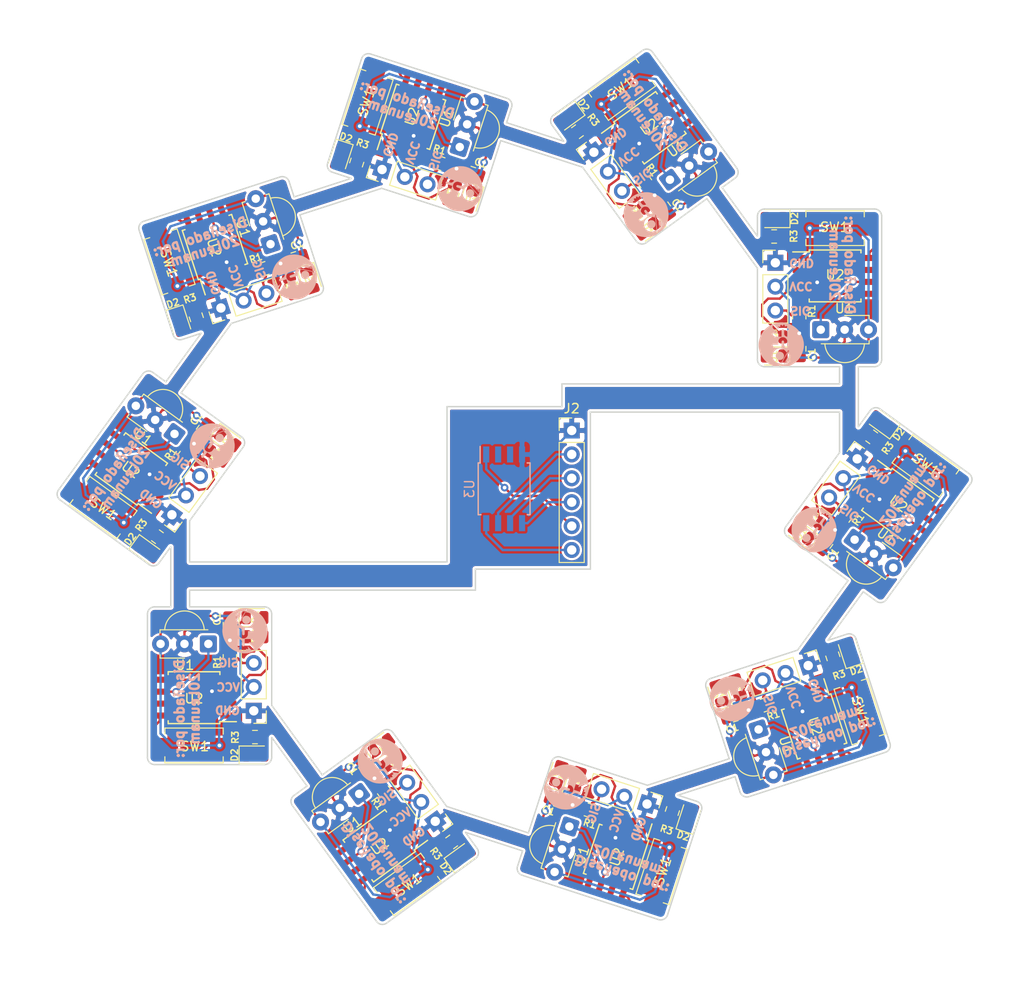
<source format=kicad_pcb>
(kicad_pcb (version 20171130) (host pcbnew "(5.0.2)-1")
  (layers (0 F.Cu signal) (31 B.Cu signal) (34 B.Paste user) (35 F.Paste user) (36 B.SilkS user) (37 F.SilkS user) (38 B.Mask user) (39 F.Mask user) (44 Edge.Cuts user))
  (net 0 "")
  (net 1 GND)
  (net 2 +5V)
  (net 3 "Net-(D1-Pad2)")
  (net 4 "Net-(D2-Pad2)")
  (net 5 /SALIDA)
  (net 6 /PIN13)
  (net 7 /PIN12)
  (net 8 /PIN11)
  (net 9 /PIN10)
  (net 10 "Net-(R1-Pad2)")
  (net 11 "Net-(R2-Pad1)")
  (net 12 "Net-(R3-Pad1)")
  (net 13 /SENSOR)
  (net 14 "Net-(U2-Pad1)")
  (net 15 "Net-(U3-Pad3)")
  (net 16 "Net-(U3-Pad2)")
  (module OPR_para_PCBs:OPR_5mm (layer B.Cu) (at 117.038887 92.409396 234)
    (fp_text reference "" hide)
    (fp_text value "" hide)
  )
  (module OPR_para_PCBs:OPR_5mm (layer B.Cu) (at 125.773337 74.45993 198)
    (fp_text reference "" hide)
    (fp_text value "" hide)
  )
  (module OPR_para_PCBs:OPR_5mm (layer B.Cu) (at 143.390087 65.072489 162)
    (fp_text reference "" hide)
    (fp_text value "" hide)
  )
  (module OPR_para_PCBs:OPR_5mm (layer B.Cu) (at 163.160137 67.832754 126)
    (fp_text reference "" hide)
    (fp_text value "" hide)
  )
  (module OPR_para_PCBs:OPR_5mm (layer B.Cu) (at 177.532 81.6864 90)
    (fp_text reference "" hide)
    (fp_text value "" hide)
  )
  (module OPR_para_PCBs:OPR_5mm (layer B.Cu) (at 181.016113 101.341804 54)
    (fp_text reference "" hide)
    (fp_text value "" hide)
  )
  (module OPR_para_PCBs:OPR_5mm (layer B.Cu) (at 172.281663 119.29127 18)
    (fp_text reference "" hide)
    (fp_text value "" hide)
  )
  (module OPR_para_PCBs:OPR_5mm (layer B.Cu) (at 154.664913 128.678711 342)
    (fp_text reference "" hide)
    (fp_text value "" hide)
  )
  (module OPR_para_PCBs:OPR_5mm (layer B.Cu) (at 134.894863 125.918446 306)
    (fp_text reference "" hide)
    (fp_text value "" hide)
  )
  (module LED_SMD:LED_0805_2012Metric (layer F.Cu) (at 110.100452 103.60862 324)
    (fp_text reference D2 (at -2.170616 0.001578 54) (layer F.SilkS) (effects (font (size 0.7 0.7))))
    (fp_text value LED)
    (pad 1 smd roundrect (at -0.9375 -0.000001 324) (size 0.975 1.4) (layers F.Cu F.Paste F.Mask) (net 1 GND))
    (pad 2 smd roundrect (at 0.9375 0.000001 324) (size 0.975 1.4) (layers F.Cu F.Paste F.Mask) (net 4 "Net-(D2-Pad2)"))
  )
  (module LED_SMD:LED_0805_2012Metric (layer F.Cu) (at 113.539208 79.330575 288)
    (fp_text reference D2 (at -2.170616 0.001578 18) (layer F.SilkS) (effects (font (size 0.7 0.7))))
    (fp_text value LED)
    (pad 1 smd roundrect (at -0.937499 0 288) (size 0.975 1.4) (layers F.Cu F.Paste F.Mask) (net 1 GND))
    (pad 2 smd roundrect (at 0.937499 0 288) (size 0.975 1.4) (layers F.Cu F.Paste F.Mask) (net 4 "Net-(D2-Pad2)"))
  )
  (module LED_SMD:LED_0805_2012Metric (layer F.Cu) (at 130.591498 61.710474 252)
    (fp_text reference D2 (at -2.170616 0.001578 342) (layer F.SilkS) (effects (font (size 0.7 0.7))))
    (fp_text value LED)
    (pad 1 smd roundrect (at -0.937499 0 252) (size 0.975 1.4) (layers F.Cu F.Paste F.Mask) (net 1 GND))
    (pad 2 smd roundrect (at 0.937499 0 252) (size 0.975 1.4) (layers F.Cu F.Paste F.Mask) (net 4 "Net-(D2-Pad2)"))
  )
  (module LED_SMD:LED_0805_2012Metric (layer F.Cu) (at 154.743925 57.478598 216)
    (fp_text reference D2 (at -2.170616 0.001578 306) (layer F.SilkS) (effects (font (size 0.7 0.7))))
    (fp_text value LED)
    (pad 1 smd roundrect (at -0.9375 0.000001 216) (size 0.975 1.4) (layers F.Cu F.Paste F.Mask) (net 1 GND))
    (pad 2 smd roundrect (at 0.9375 -0.000001 216) (size 0.975 1.4) (layers F.Cu F.Paste F.Mask) (net 4 "Net-(D2-Pad2)"))
  )
  (module LED_SMD:LED_0805_2012Metric (layer F.Cu) (at 176.771084 68.251378 180)
    (fp_text reference D2 (at -2.170616 0.001578 270) (layer F.SilkS) (effects (font (size 0.7 0.7))))
    (fp_text value LED)
    (pad 1 smd roundrect (at -0.9375 0 180) (size 0.975 1.4) (layers F.Cu F.Paste F.Mask) (net 1 GND))
    (pad 2 smd roundrect (at 0.9375 0 180) (size 0.975 1.4) (layers F.Cu F.Paste F.Mask) (net 4 "Net-(D2-Pad2)"))
  )
  (module LED_SMD:LED_0805_2012Metric (layer F.Cu) (at 188.259348 89.91398 144)
    (fp_text reference D2 (at -2.170616 0.001578 234) (layer F.SilkS) (effects (font (size 0.7 0.7))))
    (fp_text value LED)
    (pad 1 smd roundrect (at -0.9375 -0.000001 144) (size 0.975 1.4) (layers F.Cu F.Paste F.Mask) (net 1 GND))
    (pad 2 smd roundrect (at 0.9375 0.000001 144) (size 0.975 1.4) (layers F.Cu F.Paste F.Mask) (net 4 "Net-(D2-Pad2)"))
  )
  (module LED_SMD:LED_0805_2012Metric (layer F.Cu) (at 184.820592 114.192025 108)
    (fp_text reference D2 (at -2.170616 0.001578 198) (layer F.SilkS) (effects (font (size 0.7 0.7))))
    (fp_text value LED)
    (pad 1 smd roundrect (at -0.937499 0 108) (size 0.975 1.4) (layers F.Cu F.Paste F.Mask) (net 1 GND))
    (pad 2 smd roundrect (at 0.937499 0 108) (size 0.975 1.4) (layers F.Cu F.Paste F.Mask) (net 4 "Net-(D2-Pad2)"))
  )
  (module LED_SMD:LED_0805_2012Metric (layer F.Cu) (at 167.768302 131.812126 72)
    (fp_text reference D2 (at -2.170616 0.001578 162) (layer F.SilkS) (effects (font (size 0.7 0.7))))
    (fp_text value LED)
    (pad 1 smd roundrect (at -0.937499 0 72) (size 0.975 1.4) (layers F.Cu F.Paste F.Mask) (net 1 GND))
    (pad 2 smd roundrect (at 0.937499 0 72) (size 0.975 1.4) (layers F.Cu F.Paste F.Mask) (net 4 "Net-(D2-Pad2)"))
  )
  (module LED_SMD:LED_0805_2012Metric (layer F.Cu) (at 143.615875 136.044002 36)
    (fp_text reference D2 (at -2.170616 0.001578 126) (layer F.SilkS) (effects (font (size 0.7 0.7))))
    (fp_text value LED)
    (pad 1 smd roundrect (at -0.9375 0.000001 36) (size 0.975 1.4) (layers F.Cu F.Paste F.Mask) (net 1 GND))
    (pad 2 smd roundrect (at 0.9375 -0.000001 36) (size 0.975 1.4) (layers F.Cu F.Paste F.Mask) (net 4 "Net-(D2-Pad2)"))
  )
  (module Button_Switch_SMD:SW_SPST_EVQPE1 (layer F.Cu) (at 105.457638 98.979574 324)
    (fp_text reference SW1 (at 0.077284 0.103178 324) (layer F.SilkS))
    (fp_text value SW_Push)
    (pad 1 smd rect (at -2.7 0 324) (size 2 1.6) (layers F.Cu F.Paste F.Mask) (net 10 "Net-(R1-Pad2)"))
    (pad 2 smd rect (at 2.7 0 324) (size 2 1.6) (layers F.Cu F.Paste F.Mask) (net 2 +5V))
  )
  (module Button_Switch_SMD:SW_SPST_EVQPE1 (layer F.Cu) (at 112.503978 72.856621 288)
    (fp_text reference SW1 (at 0.077284 0.103178 288) (layer F.SilkS))
    (fp_text value SW_Push)
    (pad 1 smd rect (at -2.7 0 288) (size 2 1.6) (layers F.Cu F.Paste F.Mask) (net 10 "Net-(R1-Pad2)"))
    (pad 2 smd rect (at 2.7 0 288) (size 2 1.6) (layers F.Cu F.Paste F.Mask) (net 2 +5V))
  )
  (module Button_Switch_SMD:SW_SPST_EVQPE1 (layer F.Cu) (at 133.559274 55.864442 252)
    (fp_text reference SW1 (at 0.077284 0.103178 252) (layer F.SilkS))
    (fp_text value SW_Push)
    (pad 1 smd rect (at -2.7 0 252) (size 2 1.6) (layers F.Cu F.Paste F.Mask) (net 10 "Net-(R1-Pad2)"))
    (pad 2 smd rect (at 2.7 0 252) (size 2 1.6) (layers F.Cu F.Paste F.Mask) (net 2 +5V))
  )
  (module Button_Switch_SMD:SW_SPST_EVQPE1 (layer F.Cu) (at 160.581118 54.493474 216)
    (fp_text reference SW1 (at 0.077284 0.103178 216) (layer F.SilkS))
    (fp_text value SW_Push)
    (pad 1 smd rect (at -2.7 0 216) (size 2 1.6) (layers F.Cu F.Paste F.Mask) (net 10 "Net-(R1-Pad2)"))
    (pad 2 smd rect (at 2.7 0 216) (size 2 1.6) (layers F.Cu F.Paste F.Mask) (net 2 +5V))
  )
  (module Button_Switch_SMD:SW_SPST_EVQPE1 (layer F.Cu) (at 183.248084 69.267378 180)
    (fp_text reference SW1 (at 0.077284 0.103178 180) (layer F.SilkS))
    (fp_text value SW_Push)
    (pad 1 smd rect (at -2.7 0 180) (size 2 1.6) (layers F.Cu F.Paste F.Mask) (net 10 "Net-(R1-Pad2)"))
    (pad 2 smd rect (at 2.7 0 180) (size 2 1.6) (layers F.Cu F.Paste F.Mask) (net 2 +5V))
  )
  (module Button_Switch_SMD:SW_SPST_EVQPE1 (layer F.Cu) (at 192.902162 94.543026 144)
    (fp_text reference SW1 (at 0.077284 0.103178 144) (layer F.SilkS))
    (fp_text value SW_Push)
    (pad 1 smd rect (at -2.7 0 144) (size 2 1.6) (layers F.Cu F.Paste F.Mask) (net 10 "Net-(R1-Pad2)"))
    (pad 2 smd rect (at 2.7 0 144) (size 2 1.6) (layers F.Cu F.Paste F.Mask) (net 2 +5V))
  )
  (module Button_Switch_SMD:SW_SPST_EVQPE1 (layer F.Cu) (at 185.855822 120.665979 108)
    (fp_text reference SW1 (at 0.077284 0.103178 108) (layer F.SilkS))
    (fp_text value SW_Push)
    (pad 1 smd rect (at -2.7 0 108) (size 2 1.6) (layers F.Cu F.Paste F.Mask) (net 10 "Net-(R1-Pad2)"))
    (pad 2 smd rect (at 2.7 0 108) (size 2 1.6) (layers F.Cu F.Paste F.Mask) (net 2 +5V))
  )
  (module Button_Switch_SMD:SW_SPST_EVQPE1 (layer F.Cu) (at 164.800526 137.658158 72)
    (fp_text reference SW1 (at 0.077284 0.103178 72) (layer F.SilkS))
    (fp_text value SW_Push)
    (pad 1 smd rect (at -2.7 0 72) (size 2 1.6) (layers F.Cu F.Paste F.Mask) (net 10 "Net-(R1-Pad2)"))
    (pad 2 smd rect (at 2.7 0 72) (size 2 1.6) (layers F.Cu F.Paste F.Mask) (net 2 +5V))
  )
  (module Button_Switch_SMD:SW_SPST_EVQPE1 (layer F.Cu) (at 137.778682 139.029126 36)
    (fp_text reference SW1 (at 0.077284 0.103178 36) (layer F.SilkS))
    (fp_text value SW_Push)
    (pad 1 smd rect (at -2.7 0 36) (size 2 1.6) (layers F.Cu F.Paste F.Mask) (net 10 "Net-(R1-Pad2)"))
    (pad 2 smd rect (at 2.7 0 36) (size 2 1.6) (layers F.Cu F.Paste F.Mask) (net 2 +5V))
  )
  (module OptoDevice:Vishay_MINICAST-3Pin (layer F.Cu) (at 113.035722 91.14202 144)
    (fp_text reference U1 (at 2.500816 -2.249478 -36) (layer F.SilkS))
    (fp_text value TSOP382xx)
    (pad 3 thru_hole circle (at 5.08 0 144) (size 1.8 1.8) (drill 0.9) (layers *.Cu *.Mask) (net 2 +5V))
    (pad 2 thru_hole circle (at 2.54 0 144) (size 1.8 1.8) (drill 0.9) (layers *.Cu *.Mask) (net 1 GND))
    (pad 1 thru_hole roundrect (at 0 0 144) (size 1.8 1.8) (drill 0.9) (layers *.Cu *.Mask) (roundrect_rratio 0.139) (net 13 /SENSOR))
  )
  (module OptoDevice:Vishay_MINICAST-3Pin (layer F.Cu) (at 123.241575 70.970192 108)
    (fp_text reference U1 (at 2.500816 -2.249478 -72) (layer F.SilkS))
    (fp_text value TSOP382xx)
    (pad 3 thru_hole circle (at 5.08 0 108) (size 1.8 1.8) (drill 0.9) (layers *.Cu *.Mask) (net 2 +5V))
    (pad 2 thru_hole circle (at 2.54 0 108) (size 1.8 1.8) (drill 0.9) (layers *.Cu *.Mask) (net 1 GND))
    (pad 1 thru_hole roundrect (at 0 0 108) (size 1.8 1.8) (drill 0.9) (layers *.Cu *.Mask) (roundrect_rratio 0.139) (net 13 /SENSOR))
  )
  (module OptoDevice:Vishay_MINICAST-3Pin (layer F.Cu) (at 143.354987 60.649691 72)
    (fp_text reference U1 (at 2.500816 -2.249478 -108) (layer F.SilkS))
    (fp_text value TSOP382xx)
    (pad 3 thru_hole circle (at 5.08 0 72) (size 1.8 1.8) (drill 0.9) (layers *.Cu *.Mask) (net 2 +5V))
    (pad 2 thru_hole circle (at 2.54 0 72) (size 1.8 1.8) (drill 0.9) (layers *.Cu *.Mask) (net 1 GND))
    (pad 1 thru_hole roundrect (at 0 0 72) (size 1.8 1.8) (drill 0.9) (layers *.Cu *.Mask) (roundrect_rratio 0.139) (net 13 /SENSOR))
  )
  (module OptoDevice:Vishay_MINICAST-3Pin (layer F.Cu) (at 165.693318 64.122597 36)
    (fp_text reference U1 (at 2.500816 -2.249478 -144) (layer F.SilkS))
    (fp_text value TSOP382xx)
    (pad 3 thru_hole circle (at 5.08 0 36) (size 1.8 1.8) (drill 0.9) (layers *.Cu *.Mask) (net 2 +5V))
    (pad 2 thru_hole circle (at 2.54 0 36) (size 1.8 1.8) (drill 0.9) (layers *.Cu *.Mask) (net 1 GND))
    (pad 1 thru_hole roundrect (at 0 0 36) (size 1.8 1.8) (drill 0.9) (layers *.Cu *.Mask) (roundrect_rratio 0.139) (net 13 /SENSOR))
  )
  (module OptoDevice:Vishay_MINICAST-3Pin (layer F.Cu) (at 181.724084 80.062378)
    (fp_text reference U1 (at 2.500816 -2.249478 -180) (layer F.SilkS))
    (fp_text value TSOP382xx)
    (pad 3 thru_hole circle (at 5.08 0) (size 1.8 1.8) (drill 0.9) (layers *.Cu *.Mask) (net 2 +5V))
    (pad 2 thru_hole circle (at 2.54 0) (size 1.8 1.8) (drill 0.9) (layers *.Cu *.Mask) (net 1 GND))
    (pad 1 thru_hole roundrect (at 0 0) (size 1.8 1.8) (drill 0.9) (layers *.Cu *.Mask) (roundrect_rratio 0.139) (net 13 /SENSOR))
  )
  (module OptoDevice:Vishay_MINICAST-3Pin (layer F.Cu) (at 185.324078 102.38058 324)
    (fp_text reference U1 (at 2.500816 -2.249478 144) (layer F.SilkS))
    (fp_text value TSOP382xx)
    (pad 3 thru_hole circle (at 5.08 0 324) (size 1.8 1.8) (drill 0.9) (layers *.Cu *.Mask) (net 2 +5V))
    (pad 2 thru_hole circle (at 2.54 0 324) (size 1.8 1.8) (drill 0.9) (layers *.Cu *.Mask) (net 1 GND))
    (pad 1 thru_hole roundrect (at 0 0 324) (size 1.8 1.8) (drill 0.9) (layers *.Cu *.Mask) (roundrect_rratio 0.139) (net 13 /SENSOR))
  )
  (module OptoDevice:Vishay_MINICAST-3Pin (layer F.Cu) (at 175.118225 122.552408 288)
    (fp_text reference U1 (at 2.500816 -2.249478 108) (layer F.SilkS))
    (fp_text value TSOP382xx)
    (pad 3 thru_hole circle (at 5.08 0 288) (size 1.8 1.8) (drill 0.9) (layers *.Cu *.Mask) (net 2 +5V))
    (pad 2 thru_hole circle (at 2.54 0 288) (size 1.8 1.8) (drill 0.9) (layers *.Cu *.Mask) (net 1 GND))
    (pad 1 thru_hole roundrect (at 0 0 288) (size 1.8 1.8) (drill 0.9) (layers *.Cu *.Mask) (roundrect_rratio 0.139) (net 13 /SENSOR))
  )
  (module OptoDevice:Vishay_MINICAST-3Pin (layer F.Cu) (at 155.004813 132.872909 252)
    (fp_text reference U1 (at 2.500816 -2.249478 72) (layer F.SilkS))
    (fp_text value TSOP382xx)
    (pad 3 thru_hole circle (at 5.08 0 252) (size 1.8 1.8) (drill 0.9) (layers *.Cu *.Mask) (net 2 +5V))
    (pad 2 thru_hole circle (at 2.54 0 252) (size 1.8 1.8) (drill 0.9) (layers *.Cu *.Mask) (net 1 GND))
    (pad 1 thru_hole roundrect (at 0 0 252) (size 1.8 1.8) (drill 0.9) (layers *.Cu *.Mask) (roundrect_rratio 0.139) (net 13 /SENSOR))
  )
  (module OptoDevice:Vishay_MINICAST-3Pin (layer F.Cu) (at 132.666482 129.400003 216)
    (fp_text reference U1 (at 2.500816 -2.249478 36) (layer F.SilkS))
    (fp_text value TSOP382xx)
    (pad 3 thru_hole circle (at 5.08 0 216) (size 1.8 1.8) (drill 0.9) (layers *.Cu *.Mask) (net 2 +5V))
    (pad 2 thru_hole circle (at 2.54 0 216) (size 1.8 1.8) (drill 0.9) (layers *.Cu *.Mask) (net 1 GND))
    (pad 1 thru_hole roundrect (at 0 0 216) (size 1.8 1.8) (drill 0.9) (layers *.Cu *.Mask) (roundrect_rratio 0.139) (net 13 /SENSOR))
  )
  (module Resistor_SMD:R_0805_2012Metric (layer F.Cu) (at 111.220182 102.067443 324)
    (fp_text reference R3 (at -2.094416 0.026978 54) (layer F.SilkS) (effects (font (size 0.7 0.7))))
    (fp_text value 220)
    (pad 1 smd roundrect (at -0.9375 -0.000001 324) (size 0.975 1.4) (layers F.Cu F.Paste F.Mask) (net 12 "Net-(R3-Pad1)"))
    (pad 2 smd roundrect (at 0.9375 0.000001 324) (size 0.975 1.4) (layers F.Cu F.Paste F.Mask) (net 4 "Net-(D2-Pad2)"))
  )
  (module Resistor_SMD:R_0805_2012Metric (layer F.Cu) (at 115.350971 78.741898 288)
    (fp_text reference R3 (at -2.094416 0.026978 18) (layer F.SilkS) (effects (font (size 0.7 0.7))))
    (fp_text value 220)
    (pad 1 smd roundrect (at -0.937499 0 288) (size 0.975 1.4) (layers F.Cu F.Paste F.Mask) (net 12 "Net-(R3-Pad1)"))
    (pad 2 smd roundrect (at 0.937499 0 288) (size 0.975 1.4) (layers F.Cu F.Paste F.Mask) (net 4 "Net-(D2-Pad2)"))
  )
  (module Resistor_SMD:R_0805_2012Metric (layer F.Cu) (at 132.40326 62.299152 252)
    (fp_text reference R3 (at -2.094416 0.026978 342) (layer F.SilkS) (effects (font (size 0.7 0.7))))
    (fp_text value 220)
    (pad 1 smd roundrect (at -0.937499 0 252) (size 0.975 1.4) (layers F.Cu F.Paste F.Mask) (net 12 "Net-(R3-Pad1)"))
    (pad 2 smd roundrect (at 0.937499 0 252) (size 0.975 1.4) (layers F.Cu F.Paste F.Mask) (net 4 "Net-(D2-Pad2)"))
  )
  (module Resistor_SMD:R_0805_2012Metric (layer F.Cu) (at 155.863656 59.019775 216)
    (fp_text reference R3 (at -2.094416 0.026978 306) (layer F.SilkS) (effects (font (size 0.7 0.7))))
    (fp_text value 220)
    (pad 1 smd roundrect (at -0.9375 0.000001 216) (size 0.975 1.4) (layers F.Cu F.Paste F.Mask) (net 12 "Net-(R3-Pad1)"))
    (pad 2 smd roundrect (at 0.9375 -0.000001 216) (size 0.975 1.4) (layers F.Cu F.Paste F.Mask) (net 4 "Net-(D2-Pad2)"))
  )
  (module Resistor_SMD:R_0805_2012Metric (layer F.Cu) (at 176.771084 70.156378 180)
    (fp_text reference R3 (at -2.094416 0.026978 270) (layer F.SilkS) (effects (font (size 0.7 0.7))))
    (fp_text value 220)
    (pad 1 smd roundrect (at -0.9375 0 180) (size 0.975 1.4) (layers F.Cu F.Paste F.Mask) (net 12 "Net-(R3-Pad1)"))
    (pad 2 smd roundrect (at 0.9375 0 180) (size 0.975 1.4) (layers F.Cu F.Paste F.Mask) (net 4 "Net-(D2-Pad2)"))
  )
  (module Resistor_SMD:R_0805_2012Metric (layer F.Cu) (at 187.139618 91.455157 144)
    (fp_text reference R3 (at -2.094416 0.026978 234) (layer F.SilkS) (effects (font (size 0.7 0.7))))
    (fp_text value 220)
    (pad 1 smd roundrect (at -0.9375 -0.000001 144) (size 0.975 1.4) (layers F.Cu F.Paste F.Mask) (net 12 "Net-(R3-Pad1)"))
    (pad 2 smd roundrect (at 0.9375 0.000001 144) (size 0.975 1.4) (layers F.Cu F.Paste F.Mask) (net 4 "Net-(D2-Pad2)"))
  )
  (module Resistor_SMD:R_0805_2012Metric (layer F.Cu) (at 183.008829 114.780702 108)
    (fp_text reference R3 (at -2.094416 0.026978 198) (layer F.SilkS) (effects (font (size 0.7 0.7))))
    (fp_text value 220)
    (pad 1 smd roundrect (at -0.937499 0 108) (size 0.975 1.4) (layers F.Cu F.Paste F.Mask) (net 12 "Net-(R3-Pad1)"))
    (pad 2 smd roundrect (at 0.937499 0 108) (size 0.975 1.4) (layers F.Cu F.Paste F.Mask) (net 4 "Net-(D2-Pad2)"))
  )
  (module Resistor_SMD:R_0805_2012Metric (layer F.Cu) (at 165.95654 131.223448 72)
    (fp_text reference R3 (at -2.094416 0.026978 162) (layer F.SilkS) (effects (font (size 0.7 0.7))))
    (fp_text value 220)
    (pad 1 smd roundrect (at -0.937499 0 72) (size 0.975 1.4) (layers F.Cu F.Paste F.Mask) (net 12 "Net-(R3-Pad1)"))
    (pad 2 smd roundrect (at 0.937499 0 72) (size 0.975 1.4) (layers F.Cu F.Paste F.Mask) (net 4 "Net-(D2-Pad2)"))
  )
  (module Resistor_SMD:R_0805_2012Metric (layer F.Cu) (at 142.496144 134.502825 36)
    (fp_text reference R3 (at -2.094416 0.026978 126) (layer F.SilkS) (effects (font (size 0.7 0.7))))
    (fp_text value 220)
    (pad 1 smd roundrect (at -0.9375 0.000001 36) (size 0.975 1.4) (layers F.Cu F.Paste F.Mask) (net 12 "Net-(R3-Pad1)"))
    (pad 2 smd roundrect (at 0.9375 -0.000001 36) (size 0.975 1.4) (layers F.Cu F.Paste F.Mask) (net 4 "Net-(D2-Pad2)"))
  )
  (module Capacitor_SMD:C_0805_2012Metric (layer F.Cu) (at 116.079514 90.841775 54)
    (fp_text reference C1 (at 0.608022 -1.357816 54) (layer F.SilkS) (effects (font (size 0.7 0.7))))
    (fp_text value 0.1uf)
    (pad 2 smd roundrect (at 0.9375 0.000001 54) (size 0.975 1.4) (layers F.Cu F.Paste F.Mask) (net 2 +5V))
    (pad 1 smd roundrect (at -0.9375 -0.000001 54) (size 0.975 1.4) (layers F.Cu F.Paste F.Mask) (net 1 GND))
  )
  (module Capacitor_SMD:C_0805_2012Metric (layer F.Cu) (at 125.880535 72.516385 18)
    (fp_text reference C1 (at 0.608022 -1.357816 18) (layer F.SilkS) (effects (font (size 0.7 0.7))))
    (fp_text value 0.1uf)
    (pad 2 smd roundrect (at 0.937499 0 18) (size 0.975 1.4) (layers F.Cu F.Paste F.Mask) (net 2 +5V))
    (pad 1 smd roundrect (at -0.937499 0 18) (size 0.975 1.4) (layers F.Cu F.Paste F.Mask) (net 1 GND))
  )
  (module Capacitor_SMD:C_0805_2012Metric (layer F.Cu) (at 144.581121 63.451729 342)
    (fp_text reference C1 (at 0.608022 -1.357816 342) (layer F.SilkS) (effects (font (size 0.7 0.7))))
    (fp_text value 0.1uf)
    (pad 2 smd roundrect (at 0.937499 0 342) (size 0.975 1.4) (layers F.Cu F.Paste F.Mask) (net 2 +5V))
    (pad 1 smd roundrect (at -0.937499 0 342) (size 0.975 1.4) (layers F.Cu F.Paste F.Mask) (net 1 GND))
  )
  (module Capacitor_SMD:C_0805_2012Metric (layer F.Cu) (at 165.038285 67.110197 306)
    (fp_text reference C1 (at 0.608022 -1.357816 306) (layer F.SilkS) (effects (font (size 0.7 0.7))))
    (fp_text value 0.1uf)
    (pad 2 smd roundrect (at 0.9375 -0.000001 306) (size 0.975 1.4) (layers F.Cu F.Paste F.Mask) (net 2 +5V))
    (pad 1 smd roundrect (at -0.9375 0.000001 306) (size 0.975 1.4) (layers F.Cu F.Paste F.Mask) (net 1 GND))
  )
  (module Capacitor_SMD:C_0805_2012Metric (layer F.Cu) (at 179.438084 82.094378 270)
    (fp_text reference C1 (at 0.608022 -1.357816 270) (layer F.SilkS) (effects (font (size 0.7 0.7))))
    (fp_text value 0.1uf)
    (pad 2 smd roundrect (at 0.9375 0 270) (size 0.975 1.4) (layers F.Cu F.Paste F.Mask) (net 2 +5V))
    (pad 1 smd roundrect (at -0.9375 0 270) (size 0.975 1.4) (layers F.Cu F.Paste F.Mask) (net 1 GND))
  )
  (module Capacitor_SMD:C_0805_2012Metric (layer F.Cu) (at 182.280286 102.680825 234)
    (fp_text reference C1 (at 0.608022 -1.357816 234) (layer F.SilkS) (effects (font (size 0.7 0.7))))
    (fp_text value 0.1uf)
    (pad 2 smd roundrect (at 0.9375 0.000001 234) (size 0.975 1.4) (layers F.Cu F.Paste F.Mask) (net 2 +5V))
    (pad 1 smd roundrect (at -0.9375 -0.000001 234) (size 0.975 1.4) (layers F.Cu F.Paste F.Mask) (net 1 GND))
  )
  (module Capacitor_SMD:C_0805_2012Metric (layer F.Cu) (at 172.479265 121.006215 198)
    (fp_text reference C1 (at 0.608022 -1.357816 198) (layer F.SilkS) (effects (font (size 0.7 0.7))))
    (fp_text value 0.1uf)
    (pad 2 smd roundrect (at 0.937499 0 198) (size 0.975 1.4) (layers F.Cu F.Paste F.Mask) (net 2 +5V))
    (pad 1 smd roundrect (at -0.937499 0 198) (size 0.975 1.4) (layers F.Cu F.Paste F.Mask) (net 1 GND))
  )
  (module Capacitor_SMD:C_0805_2012Metric (layer F.Cu) (at 153.778679 130.070871 162)
    (fp_text reference C1 (at 0.608022 -1.357816 162) (layer F.SilkS) (effects (font (size 0.7 0.7))))
    (fp_text value 0.1uf)
    (pad 2 smd roundrect (at 0.937499 0 162) (size 0.975 1.4) (layers F.Cu F.Paste F.Mask) (net 2 +5V))
    (pad 1 smd roundrect (at -0.937499 0 162) (size 0.975 1.4) (layers F.Cu F.Paste F.Mask) (net 1 GND))
  )
  (module Capacitor_SMD:C_0805_2012Metric (layer F.Cu) (at 133.321515 126.412403 126)
    (fp_text reference C1 (at 0.608022 -1.357816 126) (layer F.SilkS) (effects (font (size 0.7 0.7))))
    (fp_text value 0.1uf)
    (pad 2 smd roundrect (at 0.9375 -0.000001 126) (size 0.975 1.4) (layers F.Cu F.Paste F.Mask) (net 2 +5V))
    (pad 1 smd roundrect (at -0.9375 0.000001 126) (size 0.975 1.4) (layers F.Cu F.Paste F.Mask) (net 1 GND))
  )
  (module Package_SO:SOIJ-8_5.3x5.3mm_P1.27mm (layer F.Cu) (at 108.443587 94.869768 144)
    (fp_text reference U2 (at 0 -0.103178 144) (layer F.SilkS))
    (fp_text value ATtiny85-20SU)
    (pad 8 smd rect (at 3.65 -1.905 144) (size 1.7 0.65) (layers F.Cu F.Paste F.Mask) (net 2 +5V))
    (pad 7 smd rect (at 3.65 -0.635001 144) (size 1.7 0.65) (layers F.Cu F.Paste F.Mask) (net 10 "Net-(R1-Pad2)"))
    (pad 6 smd rect (at 3.65 0.635 144) (size 1.7 0.65) (layers F.Cu F.Paste F.Mask) (net 13 /SENSOR))
    (pad 5 smd rect (at 3.65 1.905 144) (size 1.7 0.65) (layers F.Cu F.Paste F.Mask) (net 5 /SALIDA))
    (pad 4 smd rect (at -3.65 1.905 144) (size 1.7 0.65) (layers F.Cu F.Paste F.Mask) (net 1 GND))
    (pad 3 smd rect (at -3.65 0.635001 144) (size 1.7 0.65) (layers F.Cu F.Paste F.Mask) (net 11 "Net-(R2-Pad1)"))
    (pad 2 smd rect (at -3.65 -0.635 144) (size 1.7 0.65) (layers F.Cu F.Paste F.Mask) (net 12 "Net-(R3-Pad1)"))
    (pad 1 smd rect (at -3.65 -1.905 144) (size 1.7 0.65) (layers F.Cu F.Paste F.Mask) (net 14 "Net-(U2-Pad1)"))
  )
  (module Package_SO:SOIJ-8_5.3x5.3mm_P1.27mm (layer F.Cu) (at 117.335346 71.286814 108)
    (fp_text reference U2 (at 0 -0.103178 108) (layer F.SilkS))
    (fp_text value ATtiny85-20SU)
    (pad 8 smd rect (at 3.65 -1.905 108) (size 1.7 0.65) (layers F.Cu F.Paste F.Mask) (net 2 +5V))
    (pad 7 smd rect (at 3.65 -0.635 108) (size 1.7 0.65) (layers F.Cu F.Paste F.Mask) (net 10 "Net-(R1-Pad2)"))
    (pad 6 smd rect (at 3.65 0.635 108) (size 1.7 0.65) (layers F.Cu F.Paste F.Mask) (net 13 /SENSOR))
    (pad 5 smd rect (at 3.65 1.905 108) (size 1.7 0.65) (layers F.Cu F.Paste F.Mask) (net 5 /SALIDA))
    (pad 4 smd rect (at -3.65 1.905 108) (size 1.7 0.65) (layers F.Cu F.Paste F.Mask) (net 1 GND))
    (pad 3 smd rect (at -3.65 0.635 108) (size 1.7 0.65) (layers F.Cu F.Paste F.Mask) (net 11 "Net-(R2-Pad1)"))
    (pad 2 smd rect (at -3.65 -0.635 108) (size 1.7 0.65) (layers F.Cu F.Paste F.Mask) (net 12 "Net-(R3-Pad1)"))
    (pad 1 smd rect (at -3.65 -1.905 108) (size 1.7 0.65) (layers F.Cu F.Paste F.Mask) (net 14 "Net-(U2-Pad1)"))
  )
  (module Package_SO:SOIJ-8_5.3x5.3mm_P1.27mm (layer F.Cu) (at 138.390641 57.434249 72)
    (fp_text reference U2 (at 0 -0.103178 72) (layer F.SilkS))
    (fp_text value ATtiny85-20SU)
    (pad 8 smd rect (at 3.65 -1.905 72) (size 1.7 0.65) (layers F.Cu F.Paste F.Mask) (net 2 +5V))
    (pad 7 smd rect (at 3.65 -0.635 72) (size 1.7 0.65) (layers F.Cu F.Paste F.Mask) (net 10 "Net-(R1-Pad2)"))
    (pad 6 smd rect (at 3.65 0.635 72) (size 1.7 0.65) (layers F.Cu F.Paste F.Mask) (net 13 /SENSOR))
    (pad 5 smd rect (at 3.65 1.905 72) (size 1.7 0.65) (layers F.Cu F.Paste F.Mask) (net 5 /SALIDA))
    (pad 4 smd rect (at -3.65 1.905 72) (size 1.7 0.65) (layers F.Cu F.Paste F.Mask) (net 1 GND))
    (pad 3 smd rect (at -3.65 0.635 72) (size 1.7 0.65) (layers F.Cu F.Paste F.Mask) (net 11 "Net-(R2-Pad1)"))
    (pad 2 smd rect (at -3.65 -0.635 72) (size 1.7 0.65) (layers F.Cu F.Paste F.Mask) (net 12 "Net-(R3-Pad1)"))
    (pad 1 smd rect (at -3.65 -1.905 72) (size 1.7 0.65) (layers F.Cu F.Paste F.Mask) (net 14 "Net-(U2-Pad1)"))
  )
  (module Package_SO:SOIJ-8_5.3x5.3mm_P1.27mm (layer F.Cu) (at 163.567067 58.60328 36)
    (fp_text reference U2 (at 0 -0.103178 36) (layer F.SilkS))
    (fp_text value ATtiny85-20SU)
    (pad 8 smd rect (at 3.65 -1.905 36) (size 1.7 0.65) (layers F.Cu F.Paste F.Mask) (net 2 +5V))
    (pad 7 smd rect (at 3.65 -0.635 36) (size 1.7 0.65) (layers F.Cu F.Paste F.Mask) (net 10 "Net-(R1-Pad2)"))
    (pad 6 smd rect (at 3.65 0.635001 36) (size 1.7 0.65) (layers F.Cu F.Paste F.Mask) (net 13 /SENSOR))
    (pad 5 smd rect (at 3.65 1.905 36) (size 1.7 0.65) (layers F.Cu F.Paste F.Mask) (net 5 /SALIDA))
    (pad 4 smd rect (at -3.65 1.905 36) (size 1.7 0.65) (layers F.Cu F.Paste F.Mask) (net 1 GND))
    (pad 3 smd rect (at -3.65 0.635 36) (size 1.7 0.65) (layers F.Cu F.Paste F.Mask) (net 11 "Net-(R2-Pad1)"))
    (pad 2 smd rect (at -3.65 -0.635001 36) (size 1.7 0.65) (layers F.Cu F.Paste F.Mask) (net 12 "Net-(R3-Pad1)"))
    (pad 1 smd rect (at -3.65 -1.905 36) (size 1.7 0.65) (layers F.Cu F.Paste F.Mask) (net 14 "Net-(U2-Pad1)"))
  )
  (module Package_SO:SOIJ-8_5.3x5.3mm_P1.27mm (layer F.Cu) (at 183.248084 74.347378)
    (fp_text reference U2 (at 0 -0.103178) (layer F.SilkS))
    (fp_text value ATtiny85-20SU)
    (pad 8 smd rect (at 3.65 -1.905) (size 1.7 0.65) (layers F.Cu F.Paste F.Mask) (net 2 +5V))
    (pad 7 smd rect (at 3.65 -0.635) (size 1.7 0.65) (layers F.Cu F.Paste F.Mask) (net 10 "Net-(R1-Pad2)"))
    (pad 6 smd rect (at 3.65 0.635) (size 1.7 0.65) (layers F.Cu F.Paste F.Mask) (net 13 /SENSOR))
    (pad 5 smd rect (at 3.65 1.905) (size 1.7 0.65) (layers F.Cu F.Paste F.Mask) (net 5 /SALIDA))
    (pad 4 smd rect (at -3.65 1.905) (size 1.7 0.65) (layers F.Cu F.Paste F.Mask) (net 1 GND))
    (pad 3 smd rect (at -3.65 0.635) (size 1.7 0.65) (layers F.Cu F.Paste F.Mask) (net 11 "Net-(R2-Pad1)"))
    (pad 2 smd rect (at -3.65 -0.635) (size 1.7 0.65) (layers F.Cu F.Paste F.Mask) (net 12 "Net-(R3-Pad1)"))
    (pad 1 smd rect (at -3.65 -1.905) (size 1.7 0.65) (layers F.Cu F.Paste F.Mask) (net 14 "Net-(U2-Pad1)"))
  )
  (module Package_SO:SOIJ-8_5.3x5.3mm_P1.27mm (layer F.Cu) (at 189.916213 98.652832 324)
    (fp_text reference U2 (at 0 -0.103178 324) (layer F.SilkS))
    (fp_text value ATtiny85-20SU)
    (pad 8 smd rect (at 3.65 -1.905 324) (size 1.7 0.65) (layers F.Cu F.Paste F.Mask) (net 2 +5V))
    (pad 7 smd rect (at 3.65 -0.635001 324) (size 1.7 0.65) (layers F.Cu F.Paste F.Mask) (net 10 "Net-(R1-Pad2)"))
    (pad 6 smd rect (at 3.65 0.635 324) (size 1.7 0.65) (layers F.Cu F.Paste F.Mask) (net 13 /SENSOR))
    (pad 5 smd rect (at 3.65 1.905 324) (size 1.7 0.65) (layers F.Cu F.Paste F.Mask) (net 5 /SALIDA))
    (pad 4 smd rect (at -3.65 1.905 324) (size 1.7 0.65) (layers F.Cu F.Paste F.Mask) (net 1 GND))
    (pad 3 smd rect (at -3.65 0.635001 324) (size 1.7 0.65) (layers F.Cu F.Paste F.Mask) (net 11 "Net-(R2-Pad1)"))
    (pad 2 smd rect (at -3.65 -0.635 324) (size 1.7 0.65) (layers F.Cu F.Paste F.Mask) (net 12 "Net-(R3-Pad1)"))
    (pad 1 smd rect (at -3.65 -1.905 324) (size 1.7 0.65) (layers F.Cu F.Paste F.Mask) (net 14 "Net-(U2-Pad1)"))
  )
  (module Package_SO:SOIJ-8_5.3x5.3mm_P1.27mm (layer F.Cu) (at 181.024454 122.235786 288)
    (fp_text reference U2 (at 0 -0.103178 288) (layer F.SilkS))
    (fp_text value ATtiny85-20SU)
    (pad 8 smd rect (at 3.65 -1.905 288) (size 1.7 0.65) (layers F.Cu F.Paste F.Mask) (net 2 +5V))
    (pad 7 smd rect (at 3.65 -0.635 288) (size 1.7 0.65) (layers F.Cu F.Paste F.Mask) (net 10 "Net-(R1-Pad2)"))
    (pad 6 smd rect (at 3.65 0.635 288) (size 1.7 0.65) (layers F.Cu F.Paste F.Mask) (net 13 /SENSOR))
    (pad 5 smd rect (at 3.65 1.905 288) (size 1.7 0.65) (layers F.Cu F.Paste F.Mask) (net 5 /SALIDA))
    (pad 4 smd rect (at -3.65 1.905 288) (size 1.7 0.65) (layers F.Cu F.Paste F.Mask) (net 1 GND))
    (pad 3 smd rect (at -3.65 0.635 288) (size 1.7 0.65) (layers F.Cu F.Paste F.Mask) (net 11 "Net-(R2-Pad1)"))
    (pad 2 smd rect (at -3.65 -0.635 288) (size 1.7 0.65) (layers F.Cu F.Paste F.Mask) (net 12 "Net-(R3-Pad1)"))
    (pad 1 smd rect (at -3.65 -1.905 288) (size 1.7 0.65) (layers F.Cu F.Paste F.Mask) (net 14 "Net-(U2-Pad1)"))
  )
  (module Package_SO:SOIJ-8_5.3x5.3mm_P1.27mm (layer F.Cu) (at 159.969159 136.088351 252)
    (fp_text reference U2 (at 0 -0.103178 252) (layer F.SilkS))
    (fp_text value ATtiny85-20SU)
    (pad 8 smd rect (at 3.65 -1.905 252) (size 1.7 0.65) (layers F.Cu F.Paste F.Mask) (net 2 +5V))
    (pad 7 smd rect (at 3.65 -0.635 252) (size 1.7 0.65) (layers F.Cu F.Paste F.Mask) (net 10 "Net-(R1-Pad2)"))
    (pad 6 smd rect (at 3.65 0.635 252) (size 1.7 0.65) (layers F.Cu F.Paste F.Mask) (net 13 /SENSOR))
    (pad 5 smd rect (at 3.65 1.905 252) (size 1.7 0.65) (layers F.Cu F.Paste F.Mask) (net 5 /SALIDA))
    (pad 4 smd rect (at -3.65 1.905 252) (size 1.7 0.65) (layers F.Cu F.Paste F.Mask) (net 1 GND))
    (pad 3 smd rect (at -3.65 0.635 252) (size 1.7 0.65) (layers F.Cu F.Paste F.Mask) (net 11 "Net-(R2-Pad1)"))
    (pad 2 smd rect (at -3.65 -0.635 252) (size 1.7 0.65) (layers F.Cu F.Paste F.Mask) (net 12 "Net-(R3-Pad1)"))
    (pad 1 smd rect (at -3.65 -1.905 252) (size 1.7 0.65) (layers F.Cu F.Paste F.Mask) (net 14 "Net-(U2-Pad1)"))
  )
  (module Package_SO:SOIJ-8_5.3x5.3mm_P1.27mm (layer F.Cu) (at 134.792733 134.91932 216)
    (fp_text reference U2 (at 0 -0.103178 216) (layer F.SilkS))
    (fp_text value ATtiny85-20SU)
    (pad 8 smd rect (at 3.65 -1.905 216) (size 1.7 0.65) (layers F.Cu F.Paste F.Mask) (net 2 +5V))
    (pad 7 smd rect (at 3.65 -0.635 216) (size 1.7 0.65) (layers F.Cu F.Paste F.Mask) (net 10 "Net-(R1-Pad2)"))
    (pad 6 smd rect (at 3.65 0.635001 216) (size 1.7 0.65) (layers F.Cu F.Paste F.Mask) (net 13 /SENSOR))
    (pad 5 smd rect (at 3.65 1.905 216) (size 1.7 0.65) (layers F.Cu F.Paste F.Mask) (net 5 /SALIDA))
    (pad 4 smd rect (at -3.65 1.905 216) (size 1.7 0.65) (layers F.Cu F.Paste F.Mask) (net 1 GND))
    (pad 3 smd rect (at -3.65 0.635 216) (size 1.7 0.65) (layers F.Cu F.Paste F.Mask) (net 11 "Net-(R2-Pad1)"))
    (pad 2 smd rect (at -3.65 -0.635001 216) (size 1.7 0.65) (layers F.Cu F.Paste F.Mask) (net 12 "Net-(R3-Pad1)"))
    (pad 1 smd rect (at -3.65 -1.905 216) (size 1.7 0.65) (layers F.Cu F.Paste F.Mask) (net 14 "Net-(U2-Pad1)"))
  )
  (module Connector_PinHeader_2.54mm:PinHeader_1x03_P2.54mm_Vertical (layer F.Cu) (at 112.759709 99.732401 144)
    (fp_text reference J1 hide)
    (fp_text value Conn_01x03_Female)
    (pad 3 thru_hole oval (at 0 5.08 144) (size 1.7 1.7) (drill 1) (layers *.Cu *.Mask) (net 5 /SALIDA))
    (pad 2 thru_hole oval (at 0 2.54 144) (size 1.7 1.7) (drill 1) (layers *.Cu *.Mask) (net 2 +5V))
    (pad 1 thru_hole rect (at 0 0 144) (size 1.7 1.7) (drill 1) (layers *.Cu *.Mask) (net 1 GND))
  )
  (module Connector_PinHeader_2.54mm:PinHeader_1x03_P2.54mm_Vertical (layer F.Cu) (at 117.968978 77.75772 108)
    (fp_text reference J1 hide)
    (fp_text value Conn_01x03_Female)
    (pad 3 thru_hole oval (at 0 5.08 108) (size 1.7 1.7) (drill 1) (layers *.Cu *.Mask) (net 5 /SALIDA))
    (pad 2 thru_hole oval (at 0 2.54 108) (size 1.7 1.7) (drill 1) (layers *.Cu *.Mask) (net 2 +5V))
    (pad 1 thru_hole rect (at 0 0 108) (size 1.7 1.7) (drill 1) (layers *.Cu *.Mask) (net 1 GND))
  )
  (module Connector_PinHeader_2.54mm:PinHeader_1x03_P2.54mm_Vertical (layer F.Cu) (at 135.099757 63.041761 72)
    (fp_text reference J1 hide)
    (fp_text value Conn_01x03_Female)
    (pad 3 thru_hole oval (at 0 5.08 72) (size 1.7 1.7) (drill 1) (layers *.Cu *.Mask) (net 5 /SALIDA))
    (pad 2 thru_hole oval (at 0 2.54 72) (size 1.7 1.7) (drill 1) (layers *.Cu *.Mask) (net 2 +5V))
    (pad 1 thru_hole rect (at 0 0 72) (size 1.7 1.7) (drill 1) (layers *.Cu *.Mask) (net 1 GND))
  )
  (module Connector_PinHeader_2.54mm:PinHeader_1x03_P2.54mm_Vertical (layer F.Cu) (at 157.608673 61.20552 36)
    (fp_text reference J1 hide)
    (fp_text value Conn_01x03_Female)
    (pad 3 thru_hole oval (at 0 5.08 36) (size 1.7 1.7) (drill 1) (layers *.Cu *.Mask) (net 5 /SALIDA))
    (pad 2 thru_hole oval (at 0 2.54 36) (size 1.7 1.7) (drill 1) (layers *.Cu *.Mask) (net 2 +5V))
    (pad 1 thru_hole rect (at 0 0 36) (size 1.7 1.7) (drill 1) (layers *.Cu *.Mask) (net 1 GND))
  )
  (module Connector_PinHeader_2.54mm:PinHeader_1x03_P2.54mm_Vertical (layer F.Cu) (at 176.898084 72.950378)
    (fp_text reference J1 hide)
    (fp_text value Conn_01x03_Female)
    (pad 3 thru_hole oval (at 0 5.08) (size 1.7 1.7) (drill 1) (layers *.Cu *.Mask) (net 5 /SALIDA))
    (pad 2 thru_hole oval (at 0 2.54) (size 1.7 1.7) (drill 1) (layers *.Cu *.Mask) (net 2 +5V))
    (pad 1 thru_hole rect (at 0 0) (size 1.7 1.7) (drill 1) (layers *.Cu *.Mask) (net 1 GND))
  )
  (module Connector_PinHeader_2.54mm:PinHeader_1x03_P2.54mm_Vertical (layer F.Cu) (at 185.600091 93.790199 324)
    (fp_text reference J1 hide)
    (fp_text value Conn_01x03_Female)
    (pad 3 thru_hole oval (at 0 5.08 324) (size 1.7 1.7) (drill 1) (layers *.Cu *.Mask) (net 5 /SALIDA))
    (pad 2 thru_hole oval (at 0 2.54 324) (size 1.7 1.7) (drill 1) (layers *.Cu *.Mask) (net 2 +5V))
    (pad 1 thru_hole rect (at 0 0 324) (size 1.7 1.7) (drill 1) (layers *.Cu *.Mask) (net 1 GND))
  )
  (module Connector_PinHeader_2.54mm:PinHeader_1x03_P2.54mm_Vertical (layer F.Cu) (at 180.390822 115.76488 288)
    (fp_text reference J1 hide)
    (fp_text value Conn_01x03_Female)
    (pad 3 thru_hole oval (at 0 5.08 288) (size 1.7 1.7) (drill 1) (layers *.Cu *.Mask) (net 5 /SALIDA))
    (pad 2 thru_hole oval (at 0 2.54 288) (size 1.7 1.7) (drill 1) (layers *.Cu *.Mask) (net 2 +5V))
    (pad 1 thru_hole rect (at 0 0 288) (size 1.7 1.7) (drill 1) (layers *.Cu *.Mask) (net 1 GND))
  )
  (module Connector_PinHeader_2.54mm:PinHeader_1x03_P2.54mm_Vertical (layer F.Cu) (at 163.260043 130.480839 252)
    (fp_text reference J1 hide)
    (fp_text value Conn_01x03_Female)
    (pad 3 thru_hole oval (at 0 5.08 252) (size 1.7 1.7) (drill 1) (layers *.Cu *.Mask) (net 5 /SALIDA))
    (pad 2 thru_hole oval (at 0 2.54 252) (size 1.7 1.7) (drill 1) (layers *.Cu *.Mask) (net 2 +5V))
    (pad 1 thru_hole rect (at 0 0 252) (size 1.7 1.7) (drill 1) (layers *.Cu *.Mask) (net 1 GND))
  )
  (module Connector_PinHeader_2.54mm:PinHeader_1x03_P2.54mm_Vertical (layer F.Cu) (at 140.751127 132.31708 216)
    (fp_text reference J1 hide)
    (fp_text value Conn_01x03_Female)
    (pad 3 thru_hole oval (at 0 5.08 216) (size 1.7 1.7) (drill 1) (layers *.Cu *.Mask) (net 5 /SALIDA))
    (pad 2 thru_hole oval (at 0 2.54 216) (size 1.7 1.7) (drill 1) (layers *.Cu *.Mask) (net 2 +5V))
    (pad 1 thru_hole rect (at 0 0 216) (size 1.7 1.7) (drill 1) (layers *.Cu *.Mask) (net 1 GND))
  )
  (module Resistor_SMD:R_0805_2012Metric (layer F.Cu) (at 114.063999 93.615894 234)
    (fp_text reference R1 (at 0.560378 1.345116 234) (layer F.SilkS) (effects (font (size 0.7 0.7))))
    (fp_text value 47k)
    (pad 2 smd roundrect (at 0.9375 0.000001 234) (size 0.975 1.4) (layers F.Cu F.Paste F.Mask) (net 10 "Net-(R1-Pad2)"))
    (pad 1 smd roundrect (at -0.9375 -0.000001 234) (size 0.975 1.4) (layers F.Cu F.Paste F.Mask) (net 1 GND))
  )
  (module Resistor_SMD:R_0805_2012Metric (layer F.Cu) (at 122.619362 73.576004 198)
    (fp_text reference R1 (at 0.560378 1.345116 198) (layer F.SilkS) (effects (font (size 0.7 0.7))))
    (fp_text value 47k)
    (pad 2 smd roundrect (at 0.937499 0 198) (size 0.975 1.4) (layers F.Cu F.Paste F.Mask) (net 10 "Net-(R1-Pad2)"))
    (pad 1 smd roundrect (at -0.937499 0 198) (size 0.975 1.4) (layers F.Cu F.Paste F.Mask) (net 1 GND))
  )
  (module Resistor_SMD:R_0805_2012Metric (layer F.Cu) (at 141.319949 62.39211 162)
    (fp_text reference R1 (at 0.560378 1.345116 162) (layer F.SilkS) (effects (font (size 0.7 0.7))))
    (fp_text value 47k)
    (pad 2 smd roundrect (at 0.937499 0 162) (size 0.975 1.4) (layers F.Cu F.Paste F.Mask) (net 10 "Net-(R1-Pad2)"))
    (pad 1 smd roundrect (at -0.937499 0 162) (size 0.975 1.4) (layers F.Cu F.Paste F.Mask) (net 1 GND))
  )
  (module Resistor_SMD:R_0805_2012Metric (layer F.Cu) (at 163.022769 64.336077 126)
    (fp_text reference R1 (at 0.560378 1.345116 126) (layer F.SilkS) (effects (font (size 0.7 0.7))))
    (fp_text value 47k)
    (pad 2 smd roundrect (at 0.9375 -0.000001 126) (size 0.975 1.4) (layers F.Cu F.Paste F.Mask) (net 10 "Net-(R1-Pad2)"))
    (pad 1 smd roundrect (at -0.9375 0.000001 126) (size 0.975 1.4) (layers F.Cu F.Paste F.Mask) (net 1 GND))
  )
  (module Resistor_SMD:R_0805_2012Metric (layer F.Cu) (at 179.438084 78.665378 90)
    (fp_text reference R1 (at 0.560378 1.345116 90) (layer F.SilkS) (effects (font (size 0.7 0.7))))
    (fp_text value 47k)
    (pad 2 smd roundrect (at 0.9375 0 90) (size 0.975 1.4) (layers F.Cu F.Paste F.Mask) (net 10 "Net-(R1-Pad2)"))
    (pad 1 smd roundrect (at -0.9375 0 90) (size 0.975 1.4) (layers F.Cu F.Paste F.Mask) (net 1 GND))
  )
  (module Resistor_SMD:R_0805_2012Metric (layer F.Cu) (at 184.295801 99.906706 54)
    (fp_text reference R1 (at 0.560378 1.345116 54) (layer F.SilkS) (effects (font (size 0.7 0.7))))
    (fp_text value 47k)
    (pad 2 smd roundrect (at 0.9375 0.000001 54) (size 0.975 1.4) (layers F.Cu F.Paste F.Mask) (net 10 "Net-(R1-Pad2)"))
    (pad 1 smd roundrect (at -0.9375 -0.000001 54) (size 0.975 1.4) (layers F.Cu F.Paste F.Mask) (net 1 GND))
  )
  (module Resistor_SMD:R_0805_2012Metric (layer F.Cu) (at 175.740438 119.946596 18)
    (fp_text reference R1 (at 0.560378 1.345116 18) (layer F.SilkS) (effects (font (size 0.7 0.7))))
    (fp_text value 47k)
    (pad 2 smd roundrect (at 0.937499 0 18) (size 0.975 1.4) (layers F.Cu F.Paste F.Mask) (net 10 "Net-(R1-Pad2)"))
    (pad 1 smd roundrect (at -0.937499 0 18) (size 0.975 1.4) (layers F.Cu F.Paste F.Mask) (net 1 GND))
  )
  (module Resistor_SMD:R_0805_2012Metric (layer F.Cu) (at 157.039851 131.13049 342)
    (fp_text reference R1 (at 0.560378 1.345116 342) (layer F.SilkS) (effects (font (size 0.7 0.7))))
    (fp_text value 47k)
    (pad 2 smd roundrect (at 0.937499 0 342) (size 0.975 1.4) (layers F.Cu F.Paste F.Mask) (net 10 "Net-(R1-Pad2)"))
    (pad 1 smd roundrect (at -0.937499 0 342) (size 0.975 1.4) (layers F.Cu F.Paste F.Mask) (net 1 GND))
  )
  (module Resistor_SMD:R_0805_2012Metric (layer F.Cu) (at 135.337031 129.186523 306)
    (fp_text reference R1 (at 0.560378 1.345116 306) (layer F.SilkS) (effects (font (size 0.7 0.7))))
    (fp_text value 47k)
    (pad 2 smd roundrect (at 0.9375 -0.000001 306) (size 0.975 1.4) (layers F.Cu F.Paste F.Mask) (net 10 "Net-(R1-Pad2)"))
    (pad 1 smd roundrect (at -0.9375 0.000001 306) (size 0.975 1.4) (layers F.Cu F.Paste F.Mask) (net 1 GND))
  )
  (module LED_SMD:LED_0805_2012Metric (layer F.Cu) (at 118.685055 91.792927 324)
    (fp_text reference D1 (at 0.013784 -0.074622 54) (layer F.SilkS) (effects (font (size 0.7 0.7))))
    (fp_text value LED)
    (pad 2 smd roundrect (at 0.9375 0.000001 324) (size 0.975 1.4) (layers F.Cu F.Paste F.Mask) (net 3 "Net-(D1-Pad2)"))
    (pad 1 smd roundrect (at -0.9375 -0.000001 324) (size 0.975 1.4) (layers F.Cu F.Paste F.Mask) (net 1 GND))
  )
  (module LED_SMD:LED_0805_2012Metric (layer F.Cu) (at 127.429389 74.817382 288)
    (fp_text reference D1 (at 0.013784 -0.074622 18) (layer F.SilkS) (effects (font (size 0.7 0.7))))
    (fp_text value LED)
    (pad 2 smd roundrect (at 0.937499 0 288) (size 0.975 1.4) (layers F.Cu F.Paste F.Mask) (net 3 "Net-(D1-Pad2)"))
    (pad 1 smd roundrect (at -0.937499 0 288) (size 0.975 1.4) (layers F.Cu F.Paste F.Mask) (net 1 GND))
  )
  (module LED_SMD:LED_0805_2012Metric (layer F.Cu) (at 144.481678 66.223667 252)
    (fp_text reference D1 (at 0.013784 -0.074622 342) (layer F.SilkS) (effects (font (size 0.7 0.7))))
    (fp_text value LED)
    (pad 2 smd roundrect (at 0.937499 0 252) (size 0.975 1.4) (layers F.Cu F.Paste F.Mask) (net 3 "Net-(D1-Pad2)"))
    (pad 1 smd roundrect (at -0.937499 0 252) (size 0.975 1.4) (layers F.Cu F.Paste F.Mask) (net 1 GND))
  )
  (module LED_SMD:LED_0805_2012Metric (layer F.Cu) (at 163.328529 69.294291 216)
    (fp_text reference D1 (at 0.013784 -0.074622 306) (layer F.SilkS) (effects (font (size 0.7 0.7))))
    (fp_text value LED)
    (pad 2 smd roundrect (at 0.9375 -0.000001 216) (size 0.975 1.4) (layers F.Cu F.Paste F.Mask) (net 3 "Net-(D1-Pad2)"))
    (pad 1 smd roundrect (at -0.9375 0.000001 216) (size 0.975 1.4) (layers F.Cu F.Paste F.Mask) (net 1 GND))
  )
  (module LED_SMD:LED_0805_2012Metric (layer F.Cu) (at 176.771084 82.856378 180)
    (fp_text reference D1 (at 0.013784 -0.074622 270) (layer F.SilkS) (effects (font (size 0.7 0.7))))
    (fp_text value LED)
    (pad 2 smd roundrect (at 0.9375 0 180) (size 0.975 1.4) (layers F.Cu F.Paste F.Mask) (net 3 "Net-(D1-Pad2)"))
    (pad 1 smd roundrect (at -0.9375 0 180) (size 0.975 1.4) (layers F.Cu F.Paste F.Mask) (net 1 GND))
  )
  (module LED_SMD:LED_0805_2012Metric (layer F.Cu) (at 179.674745 101.729673 144)
    (fp_text reference D1 (at 0.013784 -0.074622 234) (layer F.SilkS) (effects (font (size 0.7 0.7))))
    (fp_text value LED)
    (pad 2 smd roundrect (at 0.9375 0.000001 144) (size 0.975 1.4) (layers F.Cu F.Paste F.Mask) (net 3 "Net-(D1-Pad2)"))
    (pad 1 smd roundrect (at -0.9375 -0.000001 144) (size 0.975 1.4) (layers F.Cu F.Paste F.Mask) (net 1 GND))
  )
  (module LED_SMD:LED_0805_2012Metric (layer F.Cu) (at 170.930411 118.705218 108)
    (fp_text reference D1 (at 0.013784 -0.074622 198) (layer F.SilkS) (effects (font (size 0.7 0.7))))
    (fp_text value LED)
    (pad 2 smd roundrect (at 0.937499 0 108) (size 0.975 1.4) (layers F.Cu F.Paste F.Mask) (net 3 "Net-(D1-Pad2)"))
    (pad 1 smd roundrect (at -0.937499 0 108) (size 0.975 1.4) (layers F.Cu F.Paste F.Mask) (net 1 GND))
  )
  (module LED_SMD:LED_0805_2012Metric (layer F.Cu) (at 153.878122 127.298933 72)
    (fp_text reference D1 (at 0.013784 -0.074622 162) (layer F.SilkS) (effects (font (size 0.7 0.7))))
    (fp_text value LED)
    (pad 2 smd roundrect (at 0.937499 0 72) (size 0.975 1.4) (layers F.Cu F.Paste F.Mask) (net 3 "Net-(D1-Pad2)"))
    (pad 1 smd roundrect (at -0.937499 0 72) (size 0.975 1.4) (layers F.Cu F.Paste F.Mask) (net 1 GND))
  )
  (module LED_SMD:LED_0805_2012Metric (layer F.Cu) (at 135.031271 124.228309 36)
    (fp_text reference D1 (at 0.013784 -0.074622 126) (layer F.SilkS) (effects (font (size 0.7 0.7))))
    (fp_text value LED)
    (pad 2 smd roundrect (at 0.9375 -0.000001 36) (size 0.975 1.4) (layers F.Cu F.Paste F.Mask) (net 3 "Net-(D1-Pad2)"))
    (pad 1 smd roundrect (at -0.9375 0.000001 36) (size 0.975 1.4) (layers F.Cu F.Paste F.Mask) (net 1 GND))
  )
  (module Resistor_SMD:R_0805_2012Metric (layer F.Cu) (at 117.490676 93.43685 324)
    (fp_text reference R2 (at 0.026484 0.001578 54) (layer F.SilkS) (effects (font (size 0.7 0.7))))
    (fp_text value 220)
    (pad 2 smd roundrect (at 0.9375 0.000001 324) (size 0.975 1.4) (layers F.Cu F.Paste F.Mask) (net 3 "Net-(D1-Pad2)"))
    (pad 1 smd roundrect (at -0.9375 -0.000001 324) (size 0.975 1.4) (layers F.Cu F.Paste F.Mask) (net 11 "Net-(R2-Pad1)"))
  )
  (module Resistor_SMD:R_0805_2012Metric (layer F.Cu) (at 125.496842 75.445304 288)
    (fp_text reference R2 (at 0.026484 0.001578 18) (layer F.SilkS) (effects (font (size 0.7 0.7))))
    (fp_text value 220)
    (pad 2 smd roundrect (at 0.937499 0 288) (size 0.975 1.4) (layers F.Cu F.Paste F.Mask) (net 3 "Net-(D1-Pad2)"))
    (pad 1 smd roundrect (at -0.937499 0 288) (size 0.975 1.4) (layers F.Cu F.Paste F.Mask) (net 11 "Net-(R2-Pad1)"))
  )
  (module Resistor_SMD:R_0805_2012Metric (layer F.Cu) (at 142.549131 65.595745 252)
    (fp_text reference R2 (at 0.026484 0.001578 342) (layer F.SilkS) (effects (font (size 0.7 0.7))))
    (fp_text value 220)
    (pad 2 smd roundrect (at 0.937499 0 252) (size 0.975 1.4) (layers F.Cu F.Paste F.Mask) (net 3 "Net-(D1-Pad2)"))
    (pad 1 smd roundrect (at -0.937499 0 252) (size 0.975 1.4) (layers F.Cu F.Paste F.Mask) (net 11 "Net-(R2-Pad1)"))
  )
  (module Resistor_SMD:R_0805_2012Metric (layer F.Cu) (at 162.134149 67.650368 216)
    (fp_text reference R2 (at 0.026484 0.001578 306) (layer F.SilkS) (effects (font (size 0.7 0.7))))
    (fp_text value 220)
    (pad 2 smd roundrect (at 0.9375 -0.000001 216) (size 0.975 1.4) (layers F.Cu F.Paste F.Mask) (net 3 "Net-(D1-Pad2)"))
    (pad 1 smd roundrect (at -0.9375 0.000001 216) (size 0.975 1.4) (layers F.Cu F.Paste F.Mask) (net 11 "Net-(R2-Pad1)"))
  )
  (module Resistor_SMD:R_0805_2012Metric (layer F.Cu) (at 176.771084 80.824378 180)
    (fp_text reference R2 (at 0.026484 0.001578 270) (layer F.SilkS) (effects (font (size 0.7 0.7))))
    (fp_text value 220)
    (pad 2 smd roundrect (at 0.9375 0 180) (size 0.975 1.4) (layers F.Cu F.Paste F.Mask) (net 3 "Net-(D1-Pad2)"))
    (pad 1 smd roundrect (at -0.9375 0 180) (size 0.975 1.4) (layers F.Cu F.Paste F.Mask) (net 11 "Net-(R2-Pad1)"))
  )
  (module Resistor_SMD:R_0805_2012Metric (layer F.Cu) (at 180.869124 100.08575 144)
    (fp_text reference R2 (at 0.026484 0.001578 234) (layer F.SilkS) (effects (font (size 0.7 0.7))))
    (fp_text value 220)
    (pad 2 smd roundrect (at 0.9375 0.000001 144) (size 0.975 1.4) (layers F.Cu F.Paste F.Mask) (net 3 "Net-(D1-Pad2)"))
    (pad 1 smd roundrect (at -0.9375 -0.000001 144) (size 0.975 1.4) (layers F.Cu F.Paste F.Mask) (net 11 "Net-(R2-Pad1)"))
  )
  (module Resistor_SMD:R_0805_2012Metric (layer F.Cu) (at 172.862958 118.077296 108)
    (fp_text reference R2 (at 0.026484 0.001578 198) (layer F.SilkS) (effects (font (size 0.7 0.7))))
    (fp_text value 220)
    (pad 2 smd roundrect (at 0.937499 0 108) (size 0.975 1.4) (layers F.Cu F.Paste F.Mask) (net 3 "Net-(D1-Pad2)"))
    (pad 1 smd roundrect (at -0.937499 0 108) (size 0.975 1.4) (layers F.Cu F.Paste F.Mask) (net 11 "Net-(R2-Pad1)"))
  )
  (module Resistor_SMD:R_0805_2012Metric (layer F.Cu) (at 155.810669 127.926855 72)
    (fp_text reference R2 (at 0.026484 0.001578 162) (layer F.SilkS) (effects (font (size 0.7 0.7))))
    (fp_text value 220)
    (pad 2 smd roundrect (at 0.937499 0 72) (size 0.975 1.4) (layers F.Cu F.Paste F.Mask) (net 3 "Net-(D1-Pad2)"))
    (pad 1 smd roundrect (at -0.937499 0 72) (size 0.975 1.4) (layers F.Cu F.Paste F.Mask) (net 11 "Net-(R2-Pad1)"))
  )
  (module Resistor_SMD:R_0805_2012Metric (layer F.Cu) (at 136.225651 125.872232 36)
    (fp_text reference R2 (at 0.026484 0.001578 126) (layer F.SilkS) (effects (font (size 0.7 0.7))))
    (fp_text value 220)
    (pad 2 smd roundrect (at 0.9375 -0.000001 36) (size 0.975 1.4) (layers F.Cu F.Paste F.Mask) (net 3 "Net-(D1-Pad2)"))
    (pad 1 smd roundrect (at -0.9375 0.000001 36) (size 0.975 1.4) (layers F.Cu F.Paste F.Mask) (net 11 "Net-(R2-Pad1)"))
  )
  (module Package_SO:SOIJ-8_5.3x5.3mm_P1.27mm (layer B.Cu) (at 148.0693 96.9772 270)
    (fp_text reference U3 (at 0 3.68 270) (layer B.SilkS) (effects (justify mirror)))
    (fp_text value ATtiny85-20SU)
    (pad 8 smd rect (at 3.65 1.905 270) (size 1.7 0.65) (layers B.Cu B.Paste B.Mask) (net 2 +5V))
    (pad 7 smd rect (at 3.65 0.635 270) (size 1.7 0.65) (layers B.Cu B.Paste B.Mask) (net 6 /PIN13))
    (pad 6 smd rect (at 3.65 -0.635 270) (size 1.7 0.65) (layers B.Cu B.Paste B.Mask) (net 7 /PIN12))
    (pad 5 smd rect (at 3.65 -1.905 270) (size 1.7 0.65) (layers B.Cu B.Paste B.Mask) (net 8 /PIN11))
    (pad 4 smd rect (at -3.65 -1.905 270) (size 1.7 0.65) (layers B.Cu B.Paste B.Mask) (net 1 GND))
    (pad 3 smd rect (at -3.65 -0.635 270) (size 1.7 0.65) (layers B.Cu B.Paste B.Mask) (net 15 "Net-(U3-Pad3)"))
    (pad 2 smd rect (at -3.65 0.635 270) (size 1.7 0.65) (layers B.Cu B.Paste B.Mask) (net 16 "Net-(U3-Pad2)"))
    (pad 1 smd rect (at -3.65 1.905 270) (size 1.7 0.65) (layers B.Cu B.Paste B.Mask) (net 9 /PIN10))
  )
  (module Connector_PinHeader_2.54mm:PinHeader_1x06_P2.54mm_Vertical (layer F.Cu) (at 155.255765 90.778267)
    (fp_text reference J2 (at 0 -2.33) (layer F.SilkS))
    (fp_text value Conn_01x06_Female)
    (pad 1 thru_hole rect (at 0 0) (size 1.7 1.7) (drill 1) (layers *.Cu *.Mask) (net 1 GND))
    (pad 2 thru_hole oval (at 0 2.54) (size 1.7 1.7) (drill 1) (layers *.Cu *.Mask) (net 6 /PIN13))
    (pad 3 thru_hole oval (at 0 5.08) (size 1.7 1.7) (drill 1) (layers *.Cu *.Mask) (net 7 /PIN12))
    (pad 4 thru_hole oval (at 0 7.62) (size 1.7 1.7) (drill 1) (layers *.Cu *.Mask) (net 8 /PIN11))
    (pad 5 thru_hole oval (at 0 10.16) (size 1.7 1.7) (drill 1) (layers *.Cu *.Mask) (net 9 /PIN10))
    (pad 6 thru_hole oval (at 0 12.7) (size 1.7 1.7) (drill 1) (layers *.Cu *.Mask) (net 2 +5V))
  )
  (module Capacitor_SMD:C_0805_2012Metric (layer F.Cu) (at 118.921716 111.428222 90)
    (fp_text reference C1 (at 0.608022 -1.357816 90) (layer F.SilkS) (effects (font (size 0.7 0.7))))
    (fp_text value 0.1uf)
    (pad 1 smd roundrect (at -0.9375 0 90) (size 0.975 1.4) (layers F.Cu F.Paste F.Mask) (net 1 GND))
    (pad 2 smd roundrect (at 0.9375 0 90) (size 0.975 1.4) (layers F.Cu F.Paste F.Mask) (net 2 +5V))
  )
  (module Resistor_SMD:R_0805_2012Metric (layer F.Cu) (at 118.921716 114.857222 270)
    (fp_text reference R1 (at 0.560378 1.345116 270) (layer F.SilkS) (effects (font (size 0.7 0.7))))
    (fp_text value 47k)
    (pad 1 smd roundrect (at -0.9375 0 270) (size 0.975 1.4) (layers F.Cu F.Paste F.Mask) (net 1 GND))
    (pad 2 smd roundrect (at 0.9375 0 270) (size 0.975 1.4) (layers F.Cu F.Paste F.Mask) (net 10 "Net-(R1-Pad2)"))
  )
  (module Connector_PinHeader_2.54mm:PinHeader_1x03_P2.54mm_Vertical (layer F.Cu) (at 121.461716 120.572222 180)
    (fp_text reference J1 hide)
    (fp_text value Conn_01x03_Female)
    (pad 1 thru_hole rect (at 0 0 180) (size 1.7 1.7) (drill 1) (layers *.Cu *.Mask) (net 1 GND))
    (pad 2 thru_hole oval (at 0 2.54 180) (size 1.7 1.7) (drill 1) (layers *.Cu *.Mask) (net 2 +5V))
    (pad 3 thru_hole oval (at 0 5.08 180) (size 1.7 1.7) (drill 1) (layers *.Cu *.Mask) (net 5 /SALIDA))
  )
  (module Package_SO:SOIJ-8_5.3x5.3mm_P1.27mm (layer F.Cu) (at 115.111716 119.175222 180)
    (fp_text reference U2 (at 0 -0.103178 180) (layer F.SilkS))
    (fp_text value ATtiny85-20SU)
    (pad 1 smd rect (at -3.65 -1.905 180) (size 1.7 0.65) (layers F.Cu F.Paste F.Mask) (net 14 "Net-(U2-Pad1)"))
    (pad 2 smd rect (at -3.65 -0.635 180) (size 1.7 0.65) (layers F.Cu F.Paste F.Mask) (net 12 "Net-(R3-Pad1)"))
    (pad 3 smd rect (at -3.65 0.635 180) (size 1.7 0.65) (layers F.Cu F.Paste F.Mask) (net 11 "Net-(R2-Pad1)"))
    (pad 4 smd rect (at -3.65 1.905 180) (size 1.7 0.65) (layers F.Cu F.Paste F.Mask) (net 1 GND))
    (pad 5 smd rect (at 3.65 1.905 180) (size 1.7 0.65) (layers F.Cu F.Paste F.Mask) (net 5 /SALIDA))
    (pad 6 smd rect (at 3.65 0.635 180) (size 1.7 0.65) (layers F.Cu F.Paste F.Mask) (net 13 /SENSOR))
    (pad 7 smd rect (at 3.65 -0.635 180) (size 1.7 0.65) (layers F.Cu F.Paste F.Mask) (net 10 "Net-(R1-Pad2)"))
    (pad 8 smd rect (at 3.65 -1.905 180) (size 1.7 0.65) (layers F.Cu F.Paste F.Mask) (net 2 +5V))
  )
  (module OptoDevice:Vishay_MINICAST-3Pin (layer F.Cu) (at 116.635716 113.460222 180)
    (fp_text reference U1 (at 2.500816 -2.249478) (layer F.SilkS))
    (fp_text value TSOP382xx)
    (pad 1 thru_hole roundrect (at 0 0 180) (size 1.8 1.8) (drill 0.9) (layers *.Cu *.Mask) (roundrect_rratio 0.139) (net 13 /SENSOR))
    (pad 2 thru_hole circle (at 2.54 0 180) (size 1.8 1.8) (drill 0.9) (layers *.Cu *.Mask) (net 1 GND))
    (pad 3 thru_hole circle (at 5.08 0 180) (size 1.8 1.8) (drill 0.9) (layers *.Cu *.Mask) (net 2 +5V))
  )
  (module Resistor_SMD:R_0805_2012Metric (layer F.Cu) (at 121.588716 123.366222)
    (fp_text reference R3 (at -2.094416 0.026978 90) (layer F.SilkS) (effects (font (size 0.7 0.7))))
    (fp_text value 220)
    (pad 2 smd roundrect (at 0.9375 0) (size 0.975 1.4) (layers F.Cu F.Paste F.Mask) (net 4 "Net-(D2-Pad2)"))
    (pad 1 smd roundrect (at -0.9375 0) (size 0.975 1.4) (layers F.Cu F.Paste F.Mask) (net 12 "Net-(R3-Pad1)"))
  )
  (module Button_Switch_SMD:SW_SPST_EVQPE1 (layer F.Cu) (at 115.111716 124.255222)
    (fp_text reference SW1 (at 0.077284 0.103178) (layer F.SilkS))
    (fp_text value SW_Push)
    (pad 2 smd rect (at 2.7 0) (size 2 1.6) (layers F.Cu F.Paste F.Mask) (net 2 +5V))
    (pad 1 smd rect (at -2.7 0) (size 2 1.6) (layers F.Cu F.Paste F.Mask) (net 10 "Net-(R1-Pad2)"))
  )
  (module Resistor_SMD:R_0805_2012Metric (layer F.Cu) (at 121.588716 112.698222)
    (fp_text reference R2 (at 0.026484 0.001578 90) (layer F.SilkS) (effects (font (size 0.7 0.7))))
    (fp_text value 220)
    (pad 1 smd roundrect (at -0.9375 0) (size 0.975 1.4) (layers F.Cu F.Paste F.Mask) (net 11 "Net-(R2-Pad1)"))
    (pad 2 smd roundrect (at 0.9375 0) (size 0.975 1.4) (layers F.Cu F.Paste F.Mask) (net 3 "Net-(D1-Pad2)"))
  )
  (module LED_SMD:LED_0805_2012Metric (layer F.Cu) (at 121.588716 125.271222)
    (fp_text reference D2 (at -2.170616 0.001578 90) (layer F.SilkS) (effects (font (size 0.7 0.7))))
    (fp_text value LED)
    (pad 2 smd roundrect (at 0.9375 0) (size 0.975 1.4) (layers F.Cu F.Paste F.Mask) (net 4 "Net-(D2-Pad2)"))
    (pad 1 smd roundrect (at -0.9375 0) (size 0.975 1.4) (layers F.Cu F.Paste F.Mask) (net 1 GND))
  )
  (module LED_SMD:LED_0805_2012Metric (layer F.Cu) (at 121.588716 110.666222)
    (fp_text reference D1 (at 0.013784 -0.074622 90) (layer F.SilkS) (effects (font (size 0.7 0.7))))
    (fp_text value LED)
    (pad 1 smd roundrect (at -0.9375 0) (size 0.975 1.4) (layers F.Cu F.Paste F.Mask) (net 1 GND))
    (pad 2 smd roundrect (at 0.9375 0) (size 0.975 1.4) (layers F.Cu F.Paste F.Mask) (net 3 "Net-(D1-Pad2)"))
  )
  (module OPR_para_PCBs:OPR_5mm (layer B.Cu) (at 120.523 112.0648 270)
    (fp_text reference "" hide)
    (fp_text value "" hide)
  )
  (gr_text GND (at 110.50673 98.081768 324) (layer B.SilkS) (effects (font (size 0.85 0.85) (thickness 0.2125)) (justify mirror)))
  (gr_text GND (at 117.116497 75.098062 288) (layer B.SilkS) (effects (font (size 0.85 0.85) (thickness 0.2125)) (justify mirror)))
  (gr_text GND (at 135.973394 60.388977 252) (layer B.SilkS) (effects (font (size 0.85 0.85) (thickness 0.2125)) (justify mirror)))
  (gr_text GND (at 159.874727 59.572883 216) (layer B.SilkS) (effects (font (size 0.85 0.85) (thickness 0.2125)) (justify mirror)))
  (gr_text GND (at 179.691 72.9615 180) (layer B.SilkS) (effects (font (size 0.85 0.85) (thickness 0.2125)) (justify mirror)))
  (gr_text GND (at 187.85307 95.440832 144) (layer B.SilkS) (effects (font (size 0.85 0.85) (thickness 0.2125)) (justify mirror)))
  (gr_text GND (at 181.243303 118.424538 108) (layer B.SilkS) (effects (font (size 0.85 0.85) (thickness 0.2125)) (justify mirror)))
  (gr_text GND (at 162.386406 133.133623 72) (layer B.SilkS) (effects (font (size 0.85 0.85) (thickness 0.2125)) (justify mirror)))
  (gr_text GND (at 138.485073 133.949717 36) (layer B.SilkS) (effects (font (size 0.85 0.85) (thickness 0.2125)) (justify mirror)))
  (gr_text SIG (at 113.608509 94.071815 324) (layer B.SilkS) (effects (font (size 0.85 0.85) (thickness 0.2125)) (justify mirror)))
  (gr_text SIG (at 121.98288 73.677121 288) (layer B.SilkS) (effects (font (size 0.85 0.85) (thickness 0.2125)) (justify mirror)))
  (gr_text SIG (at 140.745588 62.0998 252) (layer B.SilkS) (effects (font (size 0.85 0.85) (thickness 0.2125)) (justify mirror)))
  (gr_text SIG (at 162.729917 63.761993 216) (layer B.SilkS) (effects (font (size 0.85 0.85) (thickness 0.2125)) (justify mirror)))
  (gr_text SIG (at 179.5386 78.0288 180) (layer B.SilkS) (effects (font (size 0.85 0.85) (thickness 0.2125)) (justify mirror)))
  (gr_text SIG (at 184.751291 99.450785 144) (layer B.SilkS) (effects (font (size 0.85 0.85) (thickness 0.2125)) (justify mirror)))
  (gr_text SIG (at 176.37692 119.845479 108) (layer B.SilkS) (effects (font (size 0.85 0.85) (thickness 0.2125)) (justify mirror)))
  (gr_text SIG (at 157.614212 131.4228 72) (layer B.SilkS) (effects (font (size 0.85 0.85) (thickness 0.2125)) (justify mirror)))
  (gr_text SIG (at 135.629883 129.760607 36) (layer B.SilkS) (effects (font (size 0.85 0.85) (thickness 0.2125)) (justify mirror)))
  (gr_text VCC (at 112.024027 96.123027 324) (layer B.SilkS) (effects (font (size 0.85 0.85) (thickness 0.2125)) (justify mirror)))
  (gr_text VCC (at 119.495335 74.405252 288) (layer B.SilkS) (effects (font (size 0.85 0.85) (thickness 0.2125)) (justify mirror)))
  (gr_text VCC (at 138.305138 61.226728 252) (layer B.SilkS) (effects (font (size 0.85 0.85) (thickness 0.2125)) (justify mirror)))
  (gr_text VCC (at 161.26873 61.621203 216) (layer B.SilkS) (effects (font (size 0.85 0.85) (thickness 0.2125)) (justify mirror)))
  (gr_text VCC (at 179.6148 75.438 180) (layer B.SilkS) (effects (font (size 0.85 0.85) (thickness 0.2125)) (justify mirror)))
  (gr_text VCC (at 186.335773 97.399573 144) (layer B.SilkS) (effects (font (size 0.85 0.85) (thickness 0.2125)) (justify mirror)))
  (gr_text VCC (at 178.864465 119.117348 108) (layer B.SilkS) (effects (font (size 0.85 0.85) (thickness 0.2125)) (justify mirror)))
  (gr_text VCC (at 160.054662 132.295872 72) (layer B.SilkS) (effects (font (size 0.85 0.85) (thickness 0.2125)) (justify mirror)))
  (gr_text VCC (at 137.09107 131.901397 36) (layer B.SilkS) (effects (font (size 0.85 0.85) (thickness 0.2125)) (justify mirror)))
  (gr_text "Diseñado por:\n20Leunam" (at 107.150572 95.376509 54) (layer B.SilkS) (effects (font (size 1 1) (thickness 0.25)) (justify mirror)))
  (gr_text "Diseñado por:\n20Leunam" (at 115.991419 70.936762 18) (layer B.SilkS) (effects (font (size 1 1) (thickness 0.25)) (justify mirror)))
  (gr_text "Diseñado por:\n20Leunam" (at 137.509138 56.36111 342) (layer B.SilkS) (effects (font (size 1 1) (thickness 0.25)) (justify mirror)))
  (gr_text "Diseñado por:\n20Leunam" (at 163.484691 57.216958 306) (layer B.SilkS) (effects (font (size 1 1) (thickness 0.25)) (justify mirror)))
  (gr_text "Diseñado por:\n20Leunam" (at 183.9963 73.1774 270) (layer B.SilkS) (effects (font (size 1 1) (thickness 0.25)) (justify mirror)))
  (gr_text "Diseñado por:\n20Leunam" (at 191.209228 98.146091 234) (layer B.SilkS) (effects (font (size 1 1) (thickness 0.25)) (justify mirror)))
  (gr_text "Diseñado por:\n20Leunam" (at 182.368381 122.585838 198) (layer B.SilkS) (effects (font (size 1 1) (thickness 0.25)) (justify mirror)))
  (gr_text "Diseñado por:\n20Leunam" (at 160.850662 137.16149 162) (layer B.SilkS) (effects (font (size 1 1) (thickness 0.25)) (justify mirror)))
  (gr_text "Diseñado por:\n20Leunam" (at 134.875109 136.305642 126) (layer B.SilkS) (effects (font (size 1 1) (thickness 0.25)) (justify mirror)))
  (gr_arc (start 101.320561 97.543618) (end 100.70409 97.095725) (angle -90) (layer Edge.Cuts) (width 0.15))
  (gr_arc (start 110.001047 69.263194) (end 109.765576 68.538489) (angle -90) (layer Edge.Cuts) (width 0.15))
  (gr_arc (start 133.646523 51.486113) (end 133.881994 50.761408) (angle -90) (layer Edge.Cuts) (width 0.15))
  (gr_arc (start 163.225221 51.002614) (end 163.841692 50.554722) (angle -90) (layer Edge.Cuts) (width 0.15))
  (gr_arc (start 187.439084 67.997378) (end 188.201084 67.997378) (angle -90) (layer Edge.Cuts) (width 0.15))
  (gr_arc (start 197.039239 95.978982) (end 197.65571 96.426875) (angle -90) (layer Edge.Cuts) (width 0.15))
  (gr_arc (start 188.358753 124.259406) (end 188.594224 124.984111) (angle -90) (layer Edge.Cuts) (width 0.15))
  (gr_arc (start 164.713277 142.036487) (end 164.477806 142.761192) (angle -90) (layer Edge.Cuts) (width 0.15))
  (gr_arc (start 135.134579 142.519986) (end 134.518108 142.967878) (angle -90) (layer Edge.Cuts) (width 0.15))
  (gr_line (start 113.736683 86.786849) (end 120.178855 91.465411) (layer Edge.Cuts) (width 0.15))
  (gr_line (start 126.36857 67.8588) (end 128.830407 75.430449) (layer Edge.Cuts) (width 0.15))
  (gr_line (start 147.71361 59.970523) (end 145.254774 67.543147) (layer Edge.Cuts) (width 0.15))
  (gr_line (start 169.618723 66.135072) (end 163.178406 70.816187) (layer Edge.Cuts) (width 0.15))
  (gr_line (start 183.7169 83.9978) (end 175.755084 83.999378) (layer Edge.Cuts) (width 0.15))
  (gr_line (start 184.623117 106.735751) (end 178.180945 102.057189) (layer Edge.Cuts) (width 0.15))
  (gr_line (start 171.99123 125.6638) (end 169.529393 118.092151) (layer Edge.Cuts) (width 0.15))
  (gr_line (start 150.64619 133.552077) (end 153.105026 125.979453) (layer Edge.Cuts) (width 0.15))
  (gr_line (start 128.741077 127.387528) (end 135.181394 122.706413) (layer Edge.Cuts) (width 0.15))
  (gr_arc (start 110.278408 85.214199) (end 110.7263 84.597728) (angle -90) (layer Edge.Cuts) (width 0.15))
  (gr_arc (start 124.495148 64.553775) (end 125.219853 64.318305) (angle -90) (layer Edge.Cuts) (width 0.15))
  (gr_arc (start 148.140624 56.195532) (end 148.865329 56.431003) (angle -90) (layer Edge.Cuts) (width 0.15))
  (gr_arc (start 172.183068 63.332033) (end 172.630961 63.948504) (angle -90) (layer Edge.Cuts) (width 0.15))
  (gr_arc (start 187.439084 83.237378) (end 187.439084 83.999378) (angle -90) (layer Edge.Cuts) (width 0.15))
  (gr_arc (start 188.081392 108.308401) (end 187.6335 108.924872) (angle -90) (layer Edge.Cuts) (width 0.15))
  (gr_arc (start 173.864652 128.968825) (end 173.139947 129.204295) (angle -90) (layer Edge.Cuts) (width 0.15))
  (gr_arc (start 150.219176 137.327068) (end 149.494471 137.091597) (angle -90) (layer Edge.Cuts) (width 0.15))
  (gr_arc (start 126.176732 130.190567) (end 125.728839 129.574096) (angle -90) (layer Edge.Cuts) (width 0.15))
  (gr_arc (start 110.773115 104.4113) (end 110.325223 105.027771) (angle -90) (layer Edge.Cuts) (width 0.15))
  (gr_arc (start 113.611601 80.375339) (end 112.886896 80.61081) (angle -90) (layer Edge.Cuts) (width 0.15))
  (gr_arc (start 130.035968 62.598257) (end 129.311263 62.362786) (angle -90) (layer Edge.Cuts) (width 0.15))
  (gr_arc (start 153.772666 57.870297) (end 153.324774 57.253826) (angle -90) (layer Edge.Cuts) (width 0.15))
  (gr_arc (start 175.755084 67.997378) (end 175.755084 67.235378) (angle -90) (layer Edge.Cuts) (width 0.15))
  (gr_arc (start 187.586685 89.1113) (end 188.034577 88.494829) (angle -90) (layer Edge.Cuts) (width 0.15))
  (gr_arc (start 184.748199 113.147261) (end 185.472904 112.91179) (angle -90) (layer Edge.Cuts) (width 0.15))
  (gr_arc (start 168.323832 130.924343) (end 169.048537 131.159814) (angle -90) (layer Edge.Cuts) (width 0.15))
  (gr_arc (start 144.587134 135.652303) (end 145.035026 136.268774) (angle -90) (layer Edge.Cuts) (width 0.15))
  (gr_arc (start 119.730963 92.081881) (end 120.347434 92.529774) (angle -90) (layer Edge.Cuts) (width 0.15))
  (gr_arc (start 128.105702 75.66592) (end 128.341173 76.390625) (angle -90) (layer Edge.Cuts) (width 0.15))
  (gr_arc (start 144.530069 67.307676) (end 144.294598 68.032381) (angle -90) (layer Edge.Cuts) (width 0.15))
  (gr_arc (start 162.730514 70.199716) (end 162.114043 70.647608) (angle -90) (layer Edge.Cuts) (width 0.15))
  (gr_arc (start 175.755084 83.237378) (end 174.993084 83.237378) (angle -90) (layer Edge.Cuts) (width 0.15))
  (gr_arc (start 178.628837 101.440719) (end 178.012366 100.992826) (angle -90) (layer Edge.Cuts) (width 0.15))
  (gr_arc (start 170.254098 117.85668) (end 170.018627 117.131975) (angle -90) (layer Edge.Cuts) (width 0.15))
  (gr_arc (start 153.829731 126.214924) (end 154.065202 125.490219) (angle -90) (layer Edge.Cuts) (width 0.15))
  (gr_arc (start 135.629286 123.322884) (end 136.245757 122.874992) (angle -90) (layer Edge.Cuts) (width 0.15))
  (gr_line (start 111.397001 104.850832) (end 112.613775 103.176086) (layer Edge.Cuts) (width 0.15))
  (gr_line (start 113.857985 81.097638) (end 115.826767 80.457942) (layer Edge.Cuts) (width 0.15))
  (gr_line (start 129.81074 63.32743) (end 131.779522 63.967126) (layer Edge.Cuts) (width 0.15))
  (gr_line (start 153.161856 58.327824) (end 154.37863 60.002571) (layer Edge.Cuts) (width 0.15))
  (gr_line (start 174.992 68.0085) (end 174.992 70.0786) (layer Edge.Cuts) (width 0.15))
  (gr_line (start 186.962799 88.671768) (end 185.746025 90.346514) (layer Edge.Cuts) (width 0.15))
  (gr_line (start 184.501815 112.424962) (end 182.533033 113.064658) (layer Edge.Cuts) (width 0.15))
  (gr_line (start 168.54906 130.19517) (end 166.580278 129.555474) (layer Edge.Cuts) (width 0.15))
  (gr_line (start 145.197944 135.194776) (end 143.98117 133.520029) (layer Edge.Cuts) (width 0.15))
  (gr_line (start 100.70409 97.095725) (end 109.661937 84.766306) (layer Edge.Cuts) (width 0.15))
  (gr_line (start 109.765576 68.538489) (end 124.259677 63.82907) (layer Edge.Cuts) (width 0.15))
  (gr_line (start 133.881994 50.761408) (end 148.376095 55.470827) (layer Edge.Cuts) (width 0.15))
  (gr_line (start 163.841692 50.554722) (end 172.799539 62.884141) (layer Edge.Cuts) (width 0.15))
  (gr_line (start 188.201084 67.997378) (end 188.201084 83.237378) (layer Edge.Cuts) (width 0.15))
  (gr_line (start 197.65571 96.426875) (end 188.697863 108.756294) (layer Edge.Cuts) (width 0.15))
  (gr_line (start 188.594224 124.984111) (end 174.100123 129.69353) (layer Edge.Cuts) (width 0.15))
  (gr_line (start 164.477806 142.761192) (end 149.983705 138.051773) (layer Edge.Cuts) (width 0.15))
  (gr_line (start 134.518108 142.967878) (end 125.560261 130.638459) (layer Edge.Cuts) (width 0.15))
  (gr_line (start 120.347434 92.529774) (end 114.6429 100.3808) (layer Edge.Cuts) (width 0.15))
  (gr_line (start 128.341173 76.390625) (end 119.1006 79.3877) (layer Edge.Cuts) (width 0.15))
  (gr_line (start 144.294598 68.032381) (end 135.0518 65.0367) (layer Edge.Cuts) (width 0.15))
  (gr_line (start 162.114043 70.647608) (end 156.4005 62.7888) (layer Edge.Cuts) (width 0.15))
  (gr_line (start 174.993084 83.237378) (end 174.9933 73.533) (layer Edge.Cuts) (width 0.15))
  (gr_line (start 178.012366 100.992826) (end 183.7182 93.1291) (layer Edge.Cuts) (width 0.15))
  (gr_line (start 170.018627 117.131975) (end 179.2605 114.1222) (layer Edge.Cuts) (width 0.15))
  (gr_line (start 154.065202 125.490219) (end 163.2966 128.4859) (layer Edge.Cuts) (width 0.15))
  (gr_line (start 136.245757 122.874992) (end 141.9606 130.7338) (layer Edge.Cuts) (width 0.15))
  (gr_line (start 110.325223 105.027771) (end 100.872668 98.160089) (layer Edge.Cuts) (width 0.15))
  (gr_line (start 112.886896 80.61081) (end 109.276341 69.498665) (layer Edge.Cuts) (width 0.15))
  (gr_line (start 129.311263 62.362786) (end 132.921818 51.250642) (layer Edge.Cuts) (width 0.15))
  (gr_line (start 153.324774 57.253826) (end 162.777329 50.386143) (layer Edge.Cuts) (width 0.15))
  (gr_line (start 175.755084 67.235378) (end 187.439084 67.235378) (layer Edge.Cuts) (width 0.15))
  (gr_line (start 188.034577 88.494829) (end 197.487132 95.362511) (layer Edge.Cuts) (width 0.15))
  (gr_line (start 185.472904 112.91179) (end 189.083459 124.023935) (layer Edge.Cuts) (width 0.15))
  (gr_line (start 169.048537 131.159814) (end 165.437982 142.271958) (layer Edge.Cuts) (width 0.15))
  (gr_line (start 145.035026 136.268774) (end 135.582471 143.136457) (layer Edge.Cuts) (width 0.15))
  (gr_line (start 112.113309 85.607399) (end 115.853211 80.459867) (layer Edge.Cuts) (width 0.15))
  (gr_line (start 125.748497 65.950409) (end 131.799784 63.984227) (layer Edge.Cuts) (width 0.15))
  (gr_line (start 148.333684 58.062133) (end 154.384971 60.028315) (layer Edge.Cuts) (width 0.15))
  (gr_line (start 171.242096 64.955622) (end 174.981998 70.103155) (layer Edge.Cuts) (width 0.15))
  (gr_line (start 185.7235 83.9978) (end 185.7235 90.3605) (layer Edge.Cuts) (width 0.15))
  (gr_line (start 186.246491 107.915201) (end 182.506589 113.062733) (layer Edge.Cuts) (width 0.15))
  (gr_line (start 172.611303 127.572191) (end 166.560016 129.538373) (layer Edge.Cuts) (width 0.15))
  (gr_line (start 150.026116 135.460467) (end 143.974829 133.494285) (layer Edge.Cuts) (width 0.15))
  (gr_line (start 127.117704 128.566978) (end 123.377802 123.419445) (layer Edge.Cuts) (width 0.15))
  (gr_line (start 110.72625 84.599641) (end 112.113309 85.607399) (layer Edge.Cuts) (width 0.15))
  (gr_line (start 125.218687 64.319823) (end 125.748497 65.950409) (layer Edge.Cuts) (width 0.15))
  (gr_line (start 148.863493 56.431546) (end 148.333684 58.062133) (layer Edge.Cuts) (width 0.15))
  (gr_line (start 172.629156 63.947865) (end 171.242096 64.955622) (layer Edge.Cuts) (width 0.15))
  (gr_line (start 187.438 83.9978) (end 185.7235 83.9978) (layer Edge.Cuts) (width 0.15))
  (gr_line (start 187.63355 108.922959) (end 186.246491 107.915201) (layer Edge.Cuts) (width 0.15))
  (gr_line (start 173.141113 129.202777) (end 172.611303 127.572191) (layer Edge.Cuts) (width 0.15))
  (gr_line (start 149.496307 137.091054) (end 150.026116 135.460467) (layer Edge.Cuts) (width 0.15))
  (gr_line (start 125.730644 129.574735) (end 127.117704 128.566978) (layer Edge.Cuts) (width 0.15))
  (gr_line (start 114.78923 85.338142) (end 119.1006 79.3877) (layer Edge.Cuts) (width 0.15))
  (gr_line (start 128.071627 67.305443) (end 135.052953 65.037073) (layer Edge.Cuts) (width 0.15))
  (gr_line (start 149.416667 60.523879) (end 156.4005 62.7888) (layer Edge.Cuts) (width 0.15))
  (gr_line (start 170.67127 67.583779) (end 174.9933 73.533) (layer Edge.Cuts) (width 0.15))
  (gr_line (start 183.7169 88.8238) (end 183.7169 93.1291) (layer Edge.Cuts) (width 0.15))
  (gr_line (start 183.57057 108.184458) (end 179.255874 114.123128) (layer Edge.Cuts) (width 0.15))
  (gr_line (start 170.288173 126.217157) (end 163.2966 128.4859) (layer Edge.Cuts) (width 0.15))
  (gr_line (start 148.943133 132.998721) (end 141.9606 130.7338) (layer Edge.Cuts) (width 0.15))
  (gr_line (start 127.68853 125.938821) (end 123.3678 119.9896) (layer Edge.Cuts) (width 0.15))
  (gr_line (start 113.736683 86.786849) (end 114.781765 85.348417) (layer Edge.Cuts) (width 0.15))
  (gr_line (start 126.36857 67.8588) (end 128.059549 67.309367) (layer Edge.Cuts) (width 0.15))
  (gr_line (start 147.71361 59.970523) (end 149.404589 60.519955) (layer Edge.Cuts) (width 0.15))
  (gr_line (start 169.618723 66.135072) (end 170.663805 67.573505) (layer Edge.Cuts) (width 0.15))
  (gr_line (start 183.7169 83.9978) (end 183.7169 85.8266) (layer Edge.Cuts) (width 0.15))
  (gr_line (start 184.623117 106.735751) (end 183.578035 108.174183) (layer Edge.Cuts) (width 0.15))
  (gr_line (start 171.99123 125.6638) (end 170.300251 126.213233) (layer Edge.Cuts) (width 0.15))
  (gr_line (start 150.64619 133.552077) (end 148.955211 133.002645) (layer Edge.Cuts) (width 0.15))
  (gr_line (start 128.741077 127.387528) (end 127.695995 125.949095) (layer Edge.Cuts) (width 0.15))
  (gr_text SIG (at 118.8212 115.4938) (layer B.SilkS) (effects (font (size 0.85 0.85) (thickness 0.2125)) (justify mirror)))
  (gr_text VCC (at 118.745 118.0846) (layer B.SilkS) (effects (font (size 0.85 0.85) (thickness 0.2125)) (justify mirror)))
  (gr_text GND (at 118.6688 120.5611) (layer B.SilkS) (effects (font (size 0.85 0.85) (thickness 0.2125)) (justify mirror)))
  (gr_text "Diseñado por:\n20Leunam" (at 114.3635 120.3452 90) (layer B.SilkS) (effects (font (size 1 1) (thickness 0.25)) (justify mirror)))
  (gr_line (start 154.2161 85.8266) (end 154.2161 88.2396) (layer Edge.Cuts) (width 0.15))
  (gr_line (start 145.034 105.5243) (end 145.0213 105.537) (layer Edge.Cuts) (width 0.15))
  (gr_line (start 145.0213 107.7468) (end 145.0213 105.537) (layer Edge.Cuts) (width 0.15))
  (gr_line (start 114.6429 104.7496) (end 141.9987 104.7496) (layer Edge.Cuts) (width 0.15))
  (gr_line (start 114.6429 107.7468) (end 145.0213 107.7468) (layer Edge.Cuts) (width 0.15))
  (gr_line (start 183.7182 88.8238) (end 157.2387 88.8238) (layer Edge.Cuts) (width 0.15))
  (gr_line (start 183.7182 85.8266) (end 154.2161 85.8266) (layer Edge.Cuts) (width 0.15))
  (gr_line (start 114.6429 109.5248) (end 114.6429 107.7468) (layer Edge.Cuts) (width 0.15))
  (gr_line (start 123.3678 125.5141) (end 123.3678 123.444) (layer Edge.Cuts) (width 0.15))
  (gr_line (start 110.9218 109.5248) (end 112.6363 109.5248) (layer Edge.Cuts) (width 0.15))
  (gr_line (start 114.6429 104.7496) (end 114.6429 100.3808) (layer Edge.Cuts) (width 0.15))
  (gr_line (start 112.6363 109.5248) (end 112.6363 103.1621) (layer Edge.Cuts) (width 0.15))
  (gr_arc (start 122.604716 110.285222) (end 123.366716 110.285222) (angle -90) (layer Edge.Cuts) (width 0.15))
  (gr_line (start 122.604716 126.287222) (end 110.920716 126.287222) (layer Edge.Cuts) (width 0.15))
  (gr_line (start 123.366716 110.285222) (end 123.3678 119.9896) (layer Edge.Cuts) (width 0.15))
  (gr_line (start 110.158716 125.525222) (end 110.158716 110.285222) (layer Edge.Cuts) (width 0.15))
  (gr_arc (start 122.604716 125.525222) (end 122.604716 126.287222) (angle -90) (layer Edge.Cuts) (width 0.15))
  (gr_line (start 114.6429 109.5248) (end 122.604716 109.523222) (layer Edge.Cuts) (width 0.15))
  (gr_arc (start 110.920716 110.285222) (end 110.920716 109.523222) (angle -90) (layer Edge.Cuts) (width 0.15))
  (gr_arc (start 110.920716 125.525222) (end 110.158716 125.525222) (angle -90) (layer Edge.Cuts) (width 0.15))
  (gr_line (start 142.000764 104.7496) (end 142.000764 88.238267) (layer Edge.Cuts) (width 0.15))
  (gr_line (start 157.240764 105.510267) (end 145.0213 105.510267) (layer Edge.Cuts) (width 0.15))
  (gr_line (start 157.240764 88.8238) (end 157.240764 105.5116) (layer Edge.Cuts) (width 0.15))
  (gr_line (start 142.000764 88.238267) (end 154.2161 88.238267) (layer Edge.Cuts) (width 0.15))
  (via (at 118.921716 113.079222) (size 0.8) (drill 0.4) (layers F.Cu B.Cu) (net 1))
  (via (at 117.016716 118.490222) (size 0.8) (drill 0.4) (layers F.Cu B.Cu) (net 1))
  (segment (start 121.463726 121.674232) (end 121.461716 121.672222) (width 0.25) (layer F.Cu) (net 1))
  (segment (start 118.921716 112.365722) (end 118.921716 113.079222) (width 0.25) (layer F.Cu) (net 1))
  (segment (start 118.921716 113.079222) (end 118.921716 113.919722) (width 0.25) (layer F.Cu) (net 1))
  (segment (start 117.016716 118.490222) (end 117.016716 115.746222) (width 0.25) (layer B.Cu) (net 1))
  (segment (start 117.016716 115.746222) (end 118.921716 113.841222) (width 0.25) (layer B.Cu) (net 1))
  (segment (start 118.921716 113.841222) (end 118.921716 113.079222) (width 0.25) (layer B.Cu) (net 1))
  (segment (start 120.651216 110.666222) (end 120.621216 110.666222) (width 0.25) (layer F.Cu) (net 1))
  (segment (start 120.621216 110.666222) (end 118.921716 112.365722) (width 0.25) (layer F.Cu) (net 1))
  (segment (start 118.365216 111.809222) (end 118.921716 112.365722) (width 0.25) (layer F.Cu) (net 1))
  (segment (start 117.016716 120.572222) (end 117.016716 121.07522) (width 0.25) (layer F.Cu) (net 1))
  (segment (start 118.761716 117.270222) (end 118.236716 117.270222) (width 0.25) (layer F.Cu) (net 1))
  (segment (start 118.236716 117.270222) (end 117.016716 118.490222) (width 0.25) (layer F.Cu) (net 1))
  (segment (start 119.429716 124.049722) (end 120.651216 125.271222) (width 0.25) (layer F.Cu) (net 1))
  (segment (start 117.016716 120.572222) (end 117.016716 118.490222) (width 0.25) (layer F.Cu) (net 1))
  (segment (start 119.429716 123.48822) (end 119.429716 124.049722) (width 0.25) (layer F.Cu) (net 1))
  (segment (start 117.016716 121.07522) (end 119.429716 123.48822) (width 0.25) (layer F.Cu) (net 1))
  (segment (start 114.473924 111.809222) (end 118.365216 111.809222) (width 0.25) (layer F.Cu) (net 1))
  (segment (start 121.461716 121.672222) (end 121.461716 120.572222) (width 0.25) (layer F.Cu) (net 1))
  (segment (start 121.463726 124.458712) (end 121.463726 121.674232) (width 0.25) (layer F.Cu) (net 1))
  (segment (start 114.095716 113.460222) (end 114.095716 112.18743) (width 0.25) (layer F.Cu) (net 1))
  (segment (start 114.095716 112.18743) (end 114.473924 111.809222) (width 0.25) (layer F.Cu) (net 1))
  (segment (start 120.651216 125.271222) (end 121.463726 124.458712) (width 0.25) (layer F.Cu) (net 1))
  (segment (start 152.706832 93.3272) (end 155.255765 90.778267) (width 0.25) (layer B.Cu) (net 1))
  (segment (start 149.9743 93.3272) (end 152.706832 93.3272) (width 0.25) (layer B.Cu) (net 1))
  (via (at 135.931277 133.245412) (size 0.8) (drill 0.4) (layers F.Cu B.Cu) (net 1))
  (via (at 159.906362 134.064912) (size 0.8) (drill 0.4) (layers F.Cu B.Cu) (net 1))
  (via (at 179.784303 120.6357) (size 0.8) (drill 0.4) (layers F.Cu B.Cu) (net 1))
  (via (at 187.972402 98.087278) (size 0.8) (drill 0.4) (layers F.Cu B.Cu) (net 1))
  (via (at 181.343084 75.032378) (size 0.8) (drill 0.4) (layers F.Cu B.Cu) (net 1))
  (via (at 162.428523 60.277188) (size 0.8) (drill 0.4) (layers F.Cu B.Cu) (net 1))
  (via (at 138.453438 59.457688) (size 0.8) (drill 0.4) (layers F.Cu B.Cu) (net 1))
  (via (at 118.575497 72.8869) (size 0.8) (drill 0.4) (layers F.Cu B.Cu) (net 1))
  (via (at 110.387398 95.435322) (size 0.8) (drill 0.4) (layers F.Cu B.Cu) (net 1))
  (via (at 134.291949 127.748091) (size 0.8) (drill 0.4) (layers F.Cu B.Cu) (net 1))
  (via (at 155.348873 130.581058) (size 0.8) (drill 0.4) (layers F.Cu B.Cu) (net 1))
  (via (at 174.049459 120.496028) (size 0.8) (drill 0.4) (layers F.Cu B.Cu) (net 1))
  (via (at 183.250719 101.345138) (size 0.8) (drill 0.4) (layers F.Cu B.Cu) (net 1))
  (via (at 179.438084 80.443378) (size 0.8) (drill 0.4) (layers F.Cu B.Cu) (net 1))
  (via (at 164.067851 65.774509) (size 0.8) (drill 0.4) (layers F.Cu B.Cu) (net 1))
  (via (at 143.010927 62.941542) (size 0.8) (drill 0.4) (layers F.Cu B.Cu) (net 1))
  (via (at 124.310341 73.026572) (size 0.8) (drill 0.4) (layers F.Cu B.Cu) (net 1))
  (via (at 115.109081 92.177462) (size 0.8) (drill 0.4) (layers F.Cu B.Cu) (net 1))
  (segment (start 135.931277 133.245412) (end 134.318395 131.02547) (width 0.25) (layer B.Cu) (net 1))
  (segment (start 159.906362 134.064912) (end 157.296663 133.216969) (width 0.25) (layer B.Cu) (net 1))
  (segment (start 179.784303 120.6357) (end 177.174604 121.483642) (width 0.25) (layer B.Cu) (net 1))
  (segment (start 187.972402 98.087278) (end 186.35952 100.307221) (width 0.25) (layer B.Cu) (net 1))
  (segment (start 181.343084 75.032378) (end 181.343084 77.776378) (width 0.25) (layer B.Cu) (net 1))
  (segment (start 162.428523 60.277188) (end 164.041405 62.49713) (width 0.25) (layer B.Cu) (net 1))
  (segment (start 138.453438 59.457688) (end 141.063137 60.305631) (width 0.25) (layer B.Cu) (net 1))
  (segment (start 118.575497 72.8869) (end 121.185196 72.038958) (width 0.25) (layer B.Cu) (net 1))
  (segment (start 110.387398 95.435322) (end 112.00028 93.215379) (width 0.25) (layer B.Cu) (net 1))
  (segment (start 141.400498 133.207444) (end 141.397691 133.206999) (width 0.25) (layer F.Cu) (net 1))
  (segment (start 164.308738 130.819467) (end 164.306205 130.820758) (width 0.25) (layer F.Cu) (net 1))
  (segment (start 181.438275 115.422429) (end 181.436985 115.424961) (width 0.25) (layer F.Cu) (net 1))
  (segment (start 186.24621 92.897473) (end 186.246654 92.900281) (width 0.25) (layer F.Cu) (net 1))
  (segment (start 176.896074 71.848368) (end 176.898084 71.850378) (width 0.25) (layer F.Cu) (net 1))
  (segment (start 156.959302 60.315156) (end 156.962109 60.315601) (width 0.25) (layer F.Cu) (net 1))
  (segment (start 134.051062 62.703133) (end 134.053595 62.701842) (width 0.25) (layer F.Cu) (net 1))
  (segment (start 116.921525 78.100171) (end 116.922815 78.097639) (width 0.25) (layer F.Cu) (net 1))
  (segment (start 112.11359 100.625127) (end 112.113146 100.622319) (width 0.25) (layer F.Cu) (net 1))
  (segment (start 133.872564 127.170857) (end 134.291949 127.748091) (width 0.25) (layer F.Cu) (net 1))
  (segment (start 154.670294 130.360575) (end 155.348873 130.581058) (width 0.25) (layer F.Cu) (net 1))
  (segment (start 173.37088 120.716511) (end 174.049459 120.496028) (width 0.25) (layer F.Cu) (net 1))
  (segment (start 182.831334 101.922372) (end 183.250719 101.345138) (width 0.25) (layer F.Cu) (net 1))
  (segment (start 179.438084 81.156878) (end 179.438084 80.443378) (width 0.25) (layer F.Cu) (net 1))
  (segment (start 164.487236 66.351743) (end 164.067851 65.774509) (width 0.25) (layer F.Cu) (net 1))
  (segment (start 143.689506 63.162025) (end 143.010927 62.941542) (width 0.25) (layer F.Cu) (net 1))
  (segment (start 124.98892 72.806089) (end 124.310341 73.026572) (width 0.25) (layer F.Cu) (net 1))
  (segment (start 115.528466 91.600228) (end 115.109081 92.177462) (width 0.25) (layer F.Cu) (net 1))
  (segment (start 134.739841 128.364561) (end 134.291949 127.748091) (width 0.25) (layer B.Cu) (net 1))
  (segment (start 156.073578 130.816529) (end 155.348873 130.581058) (width 0.25) (layer B.Cu) (net 1))
  (segment (start 174.774164 120.260557) (end 174.049459 120.496028) (width 0.25) (layer B.Cu) (net 1))
  (segment (start 183.698611 100.728667) (end 183.250719 101.345138) (width 0.25) (layer B.Cu) (net 1))
  (segment (start 179.438084 79.681378) (end 179.438084 80.443378) (width 0.25) (layer B.Cu) (net 1))
  (segment (start 163.619959 65.158039) (end 164.067851 65.774509) (width 0.25) (layer B.Cu) (net 1))
  (segment (start 142.286222 62.706071) (end 143.010927 62.941542) (width 0.25) (layer B.Cu) (net 1))
  (segment (start 123.585636 73.262043) (end 124.310341 73.026572) (width 0.25) (layer B.Cu) (net 1))
  (segment (start 114.661189 92.793933) (end 115.109081 92.177462) (width 0.25) (layer B.Cu) (net 1))
  (segment (start 134.248547 124.796991) (end 133.872564 127.170857) (width 0.25) (layer F.Cu) (net 1))
  (segment (start 153.579148 128.21908) (end 154.670294 130.360575) (width 0.25) (layer F.Cu) (net 1))
  (segment (start 171.229385 119.625365) (end 173.37088 120.716511) (width 0.25) (layer F.Cu) (net 1))
  (segment (start 180.457469 102.298355) (end 182.831334 101.922372) (width 0.25) (layer F.Cu) (net 1))
  (segment (start 177.738584 82.856378) (end 179.438084 81.156878) (width 0.25) (layer F.Cu) (net 1))
  (segment (start 164.111253 68.725609) (end 164.487236 66.351743) (width 0.25) (layer F.Cu) (net 1))
  (segment (start 144.780652 65.30352) (end 143.689506 63.162025) (width 0.25) (layer F.Cu) (net 1))
  (segment (start 127.130415 73.897235) (end 124.98892 72.806089) (width 0.25) (layer F.Cu) (net 1))
  (segment (start 117.902331 91.224245) (end 115.528466 91.600228) (width 0.25) (layer F.Cu) (net 1))
  (segment (start 134.318395 131.02547) (end 134.739841 128.364561) (width 0.25) (layer B.Cu) (net 1))
  (segment (start 157.296663 133.216969) (end 156.073578 130.816529) (width 0.25) (layer B.Cu) (net 1))
  (segment (start 177.174604 121.483642) (end 174.774164 120.260557) (width 0.25) (layer B.Cu) (net 1))
  (segment (start 186.35952 100.307221) (end 183.698611 100.728667) (width 0.25) (layer B.Cu) (net 1))
  (segment (start 181.343084 77.776378) (end 179.438084 79.681378) (width 0.25) (layer B.Cu) (net 1))
  (segment (start 164.041405 62.49713) (end 163.619959 65.158039) (width 0.25) (layer B.Cu) (net 1))
  (segment (start 141.063137 60.305631) (end 142.286222 62.706071) (width 0.25) (layer B.Cu) (net 1))
  (segment (start 121.185196 72.038958) (end 123.585636 73.262043) (width 0.25) (layer B.Cu) (net 1))
  (segment (start 112.00028 93.215379) (end 114.661189 92.793933) (width 0.25) (layer B.Cu) (net 1))
  (segment (start 133.095244 127.047741) (end 133.872564 127.170857) (width 0.25) (layer F.Cu) (net 1))
  (segment (start 153.969063 130.71787) (end 154.670294 130.360575) (width 0.25) (layer F.Cu) (net 1))
  (segment (start 173.013585 121.417742) (end 173.37088 120.716511) (width 0.25) (layer F.Cu) (net 1))
  (segment (start 182.95445 102.699692) (end 182.831334 101.922372) (width 0.25) (layer F.Cu) (net 1))
  (segment (start 179.994584 81.713378) (end 179.438084 81.156878) (width 0.25) (layer F.Cu) (net 1))
  (segment (start 165.264556 66.474859) (end 164.487236 66.351743) (width 0.25) (layer F.Cu) (net 1))
  (segment (start 144.390737 62.80473) (end 143.689506 63.162025) (width 0.25) (layer F.Cu) (net 1))
  (segment (start 125.346215 72.104858) (end 124.98892 72.806089) (width 0.25) (layer F.Cu) (net 1))
  (segment (start 115.40535 90.822908) (end 115.528466 91.600228) (width 0.25) (layer F.Cu) (net 1))
  (segment (start 137.155046 134.929786) (end 137.450701 135.33672) (width 0.25) (layer F.Cu) (net 1))
  (segment (start 161.886462 134.708285) (end 162.364842 134.86372) (width 0.25) (layer F.Cu) (net 1))
  (segment (start 181.764403 119.992326) (end 182.242783 119.836891) (width 0.25) (layer F.Cu) (net 1))
  (segment (start 189.196171 96.402905) (end 189.491826 95.995971) (width 0.25) (layer F.Cu) (net 1))
  (segment (start 181.343084 72.950378) (end 181.343084 72.44738) (width 0.25) (layer F.Cu) (net 1))
  (segment (start 161.204754 58.592814) (end 160.909099 58.18588) (width 0.25) (layer F.Cu) (net 1))
  (segment (start 136.473338 58.814315) (end 135.994958 58.65888) (width 0.25) (layer F.Cu) (net 1))
  (segment (start 116.595397 73.530274) (end 116.117017 73.685709) (width 0.25) (layer F.Cu) (net 1))
  (segment (start 109.163629 97.119695) (end 108.867974 97.526629) (width 0.25) (layer F.Cu) (net 1))
  (segment (start 136.20118 131.541314) (end 135.931277 133.245412) (width 0.25) (layer F.Cu) (net 1))
  (segment (start 159.123074 132.527622) (end 159.906362 134.064912) (width 0.25) (layer F.Cu) (net 1))
  (segment (start 178.247014 119.852411) (end 179.784303 120.6357) (width 0.25) (layer F.Cu) (net 1))
  (segment (start 186.268304 98.357181) (end 187.972402 98.087278) (width 0.25) (layer F.Cu) (net 1))
  (segment (start 180.123084 76.252378) (end 181.343084 75.032378) (width 0.25) (layer F.Cu) (net 1))
  (segment (start 162.15862 61.981286) (end 162.428523 60.277188) (width 0.25) (layer F.Cu) (net 1))
  (segment (start 139.236726 60.994978) (end 138.453438 59.457688) (width 0.25) (layer F.Cu) (net 1))
  (segment (start 120.112786 73.670189) (end 118.575497 72.8869) (width 0.25) (layer F.Cu) (net 1))
  (segment (start 112.091496 95.165419) (end 110.387398 95.435322) (width 0.25) (layer F.Cu) (net 1))
  (segment (start 137.450701 135.33672) (end 140.821185 135.870552) (width 0.25) (layer F.Cu) (net 1))
  (segment (start 162.364842 134.86372) (end 165.405399 133.314479) (width 0.25) (layer F.Cu) (net 1))
  (segment (start 182.242783 119.836891) (end 183.792024 116.796334) (width 0.25) (layer F.Cu) (net 1))
  (segment (start 189.491826 95.995971) (end 188.957994 92.625487) (width 0.25) (layer F.Cu) (net 1))
  (segment (start 181.343084 72.44738) (end 178.930084 70.03438) (width 0.25) (layer F.Cu) (net 1))
  (segment (start 160.909099 58.18588) (end 157.538615 57.652048) (width 0.25) (layer F.Cu) (net 1))
  (segment (start 135.994958 58.65888) (end 132.954401 60.208121) (width 0.25) (layer F.Cu) (net 1))
  (segment (start 116.117017 73.685709) (end 114.567776 76.726266) (width 0.25) (layer F.Cu) (net 1))
  (segment (start 108.867974 97.526629) (end 109.401806 100.897113) (width 0.25) (layer F.Cu) (net 1))
  (segment (start 129.947122 129.334985) (end 133.095244 127.047741) (width 0.25) (layer F.Cu) (net 1))
  (segment (start 152.766588 134.418708) (end 153.969063 130.71787) (width 0.25) (layer F.Cu) (net 1))
  (segment (start 174.216061 125.118581) (end 173.013585 121.417742) (width 0.25) (layer F.Cu) (net 1))
  (segment (start 186.102571 104.986936) (end 182.95445 102.699692) (width 0.25) (layer F.Cu) (net 1))
  (segment (start 183.885876 81.713378) (end 179.994584 81.713378) (width 0.25) (layer F.Cu) (net 1))
  (segment (start 168.412678 64.187615) (end 165.264556 66.474859) (width 0.25) (layer F.Cu) (net 1))
  (segment (start 145.593212 59.103892) (end 144.390737 62.80473) (width 0.25) (layer F.Cu) (net 1))
  (segment (start 124.143739 68.404019) (end 125.346215 72.104858) (width 0.25) (layer F.Cu) (net 1))
  (segment (start 112.257229 88.535664) (end 115.40535 90.822908) (width 0.25) (layer F.Cu) (net 1))
  (segment (start 134.291949 127.748091) (end 134.785982 128.428069) (width 0.25) (layer F.Cu) (net 1))
  (segment (start 155.348873 130.581058) (end 156.148236 130.840787) (width 0.25) (layer F.Cu) (net 1))
  (segment (start 174.049459 120.496028) (end 174.848822 120.236299) (width 0.25) (layer F.Cu) (net 1))
  (segment (start 183.250719 101.345138) (end 183.744752 100.665159) (width 0.25) (layer F.Cu) (net 1))
  (segment (start 179.438084 80.443378) (end 179.438084 79.602878) (width 0.25) (layer F.Cu) (net 1))
  (segment (start 164.067851 65.774509) (end 163.573818 65.094531) (width 0.25) (layer F.Cu) (net 1))
  (segment (start 143.010927 62.941542) (end 142.211564 62.681813) (width 0.25) (layer F.Cu) (net 1))
  (segment (start 124.310341 73.026572) (end 123.510978 73.286301) (width 0.25) (layer F.Cu) (net 1))
  (segment (start 115.109081 92.177462) (end 114.615048 92.857441) (width 0.25) (layer F.Cu) (net 1))
  (segment (start 143.037175 135.460135) (end 141.400498 133.207444) (width 0.25) (layer F.Cu) (net 1))
  (segment (start 166.956935 131.679919) (end 164.308738 130.819467) (width 0.25) (layer F.Cu) (net 1))
  (segment (start 184.086473 114.561977) (end 181.438275 115.422429) (width 0.25) (layer F.Cu) (net 1))
  (segment (start 187.882886 90.644781) (end 186.24621 92.897473) (width 0.25) (layer F.Cu) (net 1))
  (segment (start 176.896074 69.063888) (end 176.896074 71.848368) (width 0.25) (layer F.Cu) (net 1))
  (segment (start 155.322625 58.062465) (end 156.959302 60.315156) (width 0.25) (layer F.Cu) (net 1))
  (segment (start 131.402865 61.842681) (end 134.051062 62.703133) (width 0.25) (layer F.Cu) (net 1))
  (segment (start 114.273327 78.960623) (end 116.921525 78.100171) (width 0.25) (layer F.Cu) (net 1))
  (segment (start 110.476914 102.877819) (end 112.11359 100.625127) (width 0.25) (layer F.Cu) (net 1))
  (segment (start 129.863451 129.863267) (end 129.947122 129.334985) (width 0.25) (layer F.Cu) (net 1))
  (segment (start 153.009412 134.895278) (end 152.766588 134.418708) (width 0.25) (layer F.Cu) (net 1))
  (segment (start 174.692631 125.361405) (end 174.216061 125.118581) (width 0.25) (layer F.Cu) (net 1))
  (segment (start 186.630853 104.903265) (end 186.102571 104.986936) (width 0.25) (layer F.Cu) (net 1))
  (segment (start 184.264084 81.33517) (end 183.885876 81.713378) (width 0.25) (layer F.Cu) (net 1))
  (segment (start 168.496349 63.659333) (end 168.412678 64.187615) (width 0.25) (layer F.Cu) (net 1))
  (segment (start 145.350388 58.627322) (end 145.593212 59.103892) (width 0.25) (layer F.Cu) (net 1))
  (segment (start 123.667169 68.161195) (end 124.143739 68.404019) (width 0.25) (layer F.Cu) (net 1))
  (segment (start 111.728947 88.619335) (end 112.257229 88.535664) (width 0.25) (layer F.Cu) (net 1))
  (segment (start 142.857422 136.595051) (end 143.037175 135.460135) (width 0.25) (layer F.Cu) (net 1))
  (segment (start 167.478599 132.703741) (end 166.956935 131.679919) (width 0.25) (layer F.Cu) (net 1))
  (segment (start 185.110295 115.08364) (end 184.086473 114.561977) (width 0.25) (layer F.Cu) (net 1))
  (segment (start 189.017802 90.465028) (end 187.882886 90.644781) (width 0.25) (layer F.Cu) (net 1))
  (segment (start 177.708584 68.251378) (end 176.896074 69.063888) (width 0.25) (layer F.Cu) (net 1))
  (segment (start 155.502378 56.927549) (end 155.322625 58.062465) (width 0.25) (layer F.Cu) (net 1))
  (segment (start 130.881201 60.818859) (end 131.402865 61.842681) (width 0.25) (layer F.Cu) (net 1))
  (segment (start 113.249505 78.43896) (end 114.273327 78.960623) (width 0.25) (layer F.Cu) (net 1))
  (segment (start 109.341998 103.057572) (end 110.476914 102.877819) (width 0.25) (layer F.Cu) (net 1))
  (segment (start 141.151228 136.324817) (end 142.857422 136.595051) (width 0.25) (layer F.Cu) (net 1))
  (segment (start 165.939419 133.487993) (end 167.478599 132.703741) (width 0.25) (layer F.Cu) (net 1))
  (segment (start 184.326044 116.62282) (end 185.110295 115.08364) (width 0.25) (layer F.Cu) (net 1))
  (segment (start 189.288036 92.171222) (end 189.017802 90.465028) (width 0.25) (layer F.Cu) (net 1))
  (segment (start 178.930084 69.472878) (end 177.708584 68.251378) (width 0.25) (layer F.Cu) (net 1))
  (segment (start 157.208572 57.197783) (end 155.502378 56.927549) (width 0.25) (layer F.Cu) (net 1))
  (segment (start 132.420381 60.034607) (end 130.881201 60.818859) (width 0.25) (layer F.Cu) (net 1))
  (segment (start 114.033756 76.89978) (end 113.249505 78.43896) (width 0.25) (layer F.Cu) (net 1))
  (segment (start 109.071764 101.351378) (end 109.341998 103.057572) (width 0.25) (layer F.Cu) (net 1))
  (segment (start 140.821185 135.870552) (end 141.151228 136.324817) (width 0.25) (layer F.Cu) (net 1))
  (segment (start 165.405399 133.314479) (end 165.939419 133.487993) (width 0.25) (layer F.Cu) (net 1))
  (segment (start 183.792024 116.796334) (end 184.326044 116.62282) (width 0.25) (layer F.Cu) (net 1))
  (segment (start 188.957994 92.625487) (end 189.288036 92.171222) (width 0.25) (layer F.Cu) (net 1))
  (segment (start 178.930084 70.03438) (end 178.930084 69.472878) (width 0.25) (layer F.Cu) (net 1))
  (segment (start 157.538615 57.652048) (end 157.208572 57.197783) (width 0.25) (layer F.Cu) (net 1))
  (segment (start 132.954401 60.208121) (end 132.420381 60.034607) (width 0.25) (layer F.Cu) (net 1))
  (segment (start 114.567776 76.726266) (end 114.033756 76.89978) (width 0.25) (layer F.Cu) (net 1))
  (segment (start 109.401806 100.897113) (end 109.071764 101.351378) (width 0.25) (layer F.Cu) (net 1))
  (segment (start 136.625914 131.232726) (end 136.20118 131.541314) (width 0.25) (layer F.Cu) (net 1))
  (segment (start 159.285308 132.028318) (end 159.123074 132.527622) (width 0.25) (layer F.Cu) (net 1))
  (segment (start 178.08478 119.353107) (end 178.247014 119.852411) (width 0.25) (layer F.Cu) (net 1))
  (segment (start 185.84357 98.048594) (end 186.268304 98.357181) (width 0.25) (layer F.Cu) (net 1))
  (segment (start 179.598084 76.252378) (end 180.123084 76.252378) (width 0.25) (layer F.Cu) (net 1))
  (segment (start 161.733886 62.289874) (end 162.15862 61.981286) (width 0.25) (layer F.Cu) (net 1))
  (segment (start 139.074492 61.494282) (end 139.236726 60.994978) (width 0.25) (layer F.Cu) (net 1))
  (segment (start 120.27502 74.169493) (end 120.112786 73.670189) (width 0.25) (layer F.Cu) (net 1))
  (segment (start 112.51623 95.474006) (end 112.091496 95.165419) (width 0.25) (layer F.Cu) (net 1))
  (segment (start 141.397691 133.206999) (end 140.751127 132.31708) (width 0.25) (layer F.Cu) (net 1))
  (segment (start 164.306205 130.820758) (end 163.260043 130.480839) (width 0.25) (layer F.Cu) (net 1))
  (segment (start 181.436985 115.424961) (end 180.390822 115.76488) (width 0.25) (layer F.Cu) (net 1))
  (segment (start 186.246654 92.900281) (end 185.600091 93.790199) (width 0.25) (layer F.Cu) (net 1))
  (segment (start 176.898084 71.850378) (end 176.898084 72.950378) (width 0.25) (layer F.Cu) (net 1))
  (segment (start 156.962109 60.315601) (end 157.608673 61.20552) (width 0.25) (layer F.Cu) (net 1))
  (segment (start 134.053595 62.701842) (end 135.099757 63.041761) (width 0.25) (layer F.Cu) (net 1))
  (segment (start 116.922815 78.097639) (end 117.968978 77.75772) (width 0.25) (layer F.Cu) (net 1))
  (segment (start 112.113146 100.622319) (end 112.759709 99.732401) (width 0.25) (layer F.Cu) (net 1))
  (segment (start 134.272818 124.779358) (end 134.248547 124.796991) (width 0.25) (layer F.Cu) (net 1))
  (segment (start 153.588418 128.190548) (end 153.579148 128.21908) (width 0.25) (layer F.Cu) (net 1))
  (segment (start 171.220115 119.596834) (end 171.229385 119.625365) (width 0.25) (layer F.Cu) (net 1))
  (segment (start 180.433198 102.280722) (end 180.457469 102.298355) (width 0.25) (layer F.Cu) (net 1))
  (segment (start 177.708584 82.856378) (end 177.738584 82.856378) (width 0.25) (layer F.Cu) (net 1))
  (segment (start 164.086982 68.743242) (end 164.111253 68.725609) (width 0.25) (layer F.Cu) (net 1))
  (segment (start 144.771382 65.332052) (end 144.780652 65.30352) (width 0.25) (layer F.Cu) (net 1))
  (segment (start 127.139685 73.925766) (end 127.130415 73.897235) (width 0.25) (layer F.Cu) (net 1))
  (segment (start 117.926602 91.241878) (end 117.902331 91.224245) (width 0.25) (layer F.Cu) (net 1))
  (segment (start 130.611579 130.892978) (end 129.863451 129.863267) (width 0.25) (layer F.Cu) (net 1))
  (segment (start 154.219909 135.288592) (end 153.009412 134.895278) (width 0.25) (layer F.Cu) (net 1))
  (segment (start 175.903128 124.968091) (end 174.692631 125.361405) (width 0.25) (layer F.Cu) (net 1))
  (segment (start 187.378981 103.873554) (end 186.630853 104.903265) (width 0.25) (layer F.Cu) (net 1))
  (segment (start 184.264084 80.062378) (end 184.264084 81.33517) (width 0.25) (layer F.Cu) (net 1))
  (segment (start 167.748221 62.629622) (end 168.496349 63.659333) (width 0.25) (layer F.Cu) (net 1))
  (segment (start 144.139891 58.234008) (end 145.350388 58.627322) (width 0.25) (layer F.Cu) (net 1))
  (segment (start 122.456672 68.554509) (end 123.667169 68.161195) (width 0.25) (layer F.Cu) (net 1))
  (segment (start 110.980819 89.649046) (end 111.728947 88.619335) (width 0.25) (layer F.Cu) (net 1))
  (segment (start 137.155046 134.929786) (end 135.931277 133.245412) (width 0.25) (layer F.Cu) (net 1))
  (segment (start 161.886462 134.708285) (end 159.906362 134.064912) (width 0.25) (layer F.Cu) (net 1))
  (segment (start 181.764403 119.992326) (end 179.784303 120.6357) (width 0.25) (layer F.Cu) (net 1))
  (segment (start 189.196171 96.402905) (end 187.972402 98.087278) (width 0.25) (layer F.Cu) (net 1))
  (segment (start 181.343084 72.950378) (end 181.343084 75.032378) (width 0.25) (layer F.Cu) (net 1))
  (segment (start 161.204754 58.592814) (end 162.428523 60.277188) (width 0.25) (layer F.Cu) (net 1))
  (segment (start 136.473338 58.814315) (end 138.453438 59.457688) (width 0.25) (layer F.Cu) (net 1))
  (segment (start 116.595397 73.530274) (end 118.575497 72.8869) (width 0.25) (layer F.Cu) (net 1))
  (segment (start 109.163629 97.119695) (end 110.387398 95.435322) (width 0.25) (layer F.Cu) (net 1))
  (via (at 117.811716 124.255222) (size 0.8) (drill 0.4) (layers F.Cu B.Cu) (net 2))
  (via (at 117.397716 110.490722) (size 0.8) (drill 0.4) (layers F.Cu B.Cu) (net 2))
  (segment (start 111.461716 121.655222) (end 110.920716 122.196222) (width 0.25) (layer F.Cu) (net 2))
  (segment (start 111.555716 122.985222) (end 111.555716 113.460222) (width 0.25) (layer B.Cu) (net 2))
  (segment (start 117.397716 110.490722) (end 113.128216 110.490722) (width 0.25) (layer F.Cu) (net 2))
  (segment (start 110.920716 125.149224) (end 111.296714 125.525222) (width 0.25) (layer F.Cu) (net 2))
  (segment (start 115.291716 125.525222) (end 116.561716 124.255222) (width 0.25) (layer F.Cu) (net 2))
  (segment (start 112.825716 124.255222) (end 111.555716 122.985222) (width 0.25) (layer B.Cu) (net 2))
  (segment (start 111.555716 112.063222) (end 111.555716 113.460222) (width 0.25) (layer F.Cu) (net 2))
  (segment (start 117.811716 124.255222) (end 112.825716 124.255222) (width 0.25) (layer B.Cu) (net 2))
  (segment (start 118.921716 110.490722) (end 117.397716 110.490722) (width 0.25) (layer F.Cu) (net 2))
  (segment (start 121.461716 118.032222) (end 120.064716 116.635222) (width 0.25) (layer B.Cu) (net 2))
  (segment (start 120.064716 111.809222) (end 118.746216 110.490722) (width 0.25) (layer B.Cu) (net 2))
  (segment (start 120.064716 116.635222) (end 120.064716 111.809222) (width 0.25) (layer B.Cu) (net 2))
  (segment (start 118.746216 110.490722) (end 117.397716 110.490722) (width 0.25) (layer B.Cu) (net 2))
  (segment (start 113.128216 110.490722) (end 111.555716 112.063222) (width 0.25) (layer F.Cu) (net 2))
  (segment (start 110.920716 122.196222) (end 110.920716 125.149224) (width 0.25) (layer F.Cu) (net 2))
  (segment (start 111.461716 121.080222) (end 111.461716 121.655222) (width 0.25) (layer F.Cu) (net 2))
  (segment (start 117.778716 124.222222) (end 117.811716 124.255222) (width 0.25) (layer B.Cu) (net 2))
  (segment (start 121.461716 118.032222) (end 117.778716 121.715222) (width 0.25) (layer B.Cu) (net 2))
  (segment (start 111.296714 125.525222) (end 115.291716 125.525222) (width 0.25) (layer F.Cu) (net 2))
  (segment (start 117.778716 121.715222) (end 117.778716 124.222222) (width 0.25) (layer B.Cu) (net 2))
  (segment (start 116.561716 124.255222) (end 117.811716 124.255222) (width 0.25) (layer F.Cu) (net 2))
  (segment (start 154.053684 103.478267) (end 155.255765 103.478267) (width 0.25) (layer B.Cu) (net 2))
  (segment (start 147.915367 103.478267) (end 154.053684 103.478267) (width 0.25) (layer B.Cu) (net 2))
  (segment (start 146.1643 101.7272) (end 147.915367 103.478267) (width 0.25) (layer B.Cu) (net 2))
  (segment (start 146.1643 100.6272) (end 146.1643 101.7272) (width 0.25) (layer B.Cu) (net 2))
  (via (at 139.963028 137.442106) (size 0.8) (drill 0.4) (layers F.Cu B.Cu) (net 2))
  (via (at 165.634872 135.090305) (size 0.8) (drill 0.4) (layers F.Cu B.Cu) (net 2))
  (via (at 185.021476 118.098127) (size 0.8) (drill 0.4) (layers F.Cu B.Cu) (net 2))
  (via (at 190.717816 92.956006) (size 0.8) (drill 0.4) (layers F.Cu B.Cu) (net 2))
  (via (at 180.548084 69.267378) (size 0.8) (drill 0.4) (layers F.Cu B.Cu) (net 2))
  (via (at 158.396772 56.080494) (size 0.8) (drill 0.4) (layers F.Cu B.Cu) (net 2))
  (via (at 132.724928 58.432295) (size 0.8) (drill 0.4) (layers F.Cu B.Cu) (net 2))
  (via (at 113.338324 75.424473) (size 0.8) (drill 0.4) (layers F.Cu B.Cu) (net 2))
  (via (at 107.641984 100.566594) (size 0.8) (drill 0.4) (layers F.Cu B.Cu) (net 2))
  (via (at 131.537525 126.549735) (size 0.8) (drill 0.4) (layers F.Cu B.Cu) (net 2))
  (via (at 152.416121 131.230578) (size 0.8) (drill 0.4) (layers F.Cu B.Cu) (net 2))
  (via (at 172.058591 122.745328) (size 0.8) (drill 0.4) (layers F.Cu B.Cu) (net 2))
  (via (at 182.962179 104.335063) (size 0.8) (drill 0.4) (layers F.Cu B.Cu) (net 2))
  (via (at 180.962084 83.031878) (size 0.8) (drill 0.4) (layers F.Cu B.Cu) (net 2))
  (via (at 166.822275 66.972865) (size 0.8) (drill 0.4) (layers F.Cu B.Cu) (net 2))
  (via (at 145.943679 62.292022) (size 0.8) (drill 0.4) (layers F.Cu B.Cu) (net 2))
  (via (at 126.301209 70.777272) (size 0.8) (drill 0.4) (layers F.Cu B.Cu) (net 2))
  (via (at 115.397621 89.187537) (size 0.8) (drill 0.4) (layers F.Cu B.Cu) (net 2))
  (segment (start 133.297528 139.071098) (end 133.177842 139.826768) (width 0.25) (layer F.Cu) (net 2))
  (segment (start 161.199867 140.32607) (end 161.54721 141.007769) (width 0.25) (layer F.Cu) (net 2))
  (segment (start 184.510987 124.94078) (end 185.192686 125.288123) (width 0.25) (layer F.Cu) (net 2))
  (segment (start 194.326832 98.791886) (end 195.082502 98.6722) (width 0.25) (layer F.Cu) (net 2))
  (segment (start 186.898084 71.867378) (end 187.439084 71.326378) (width 0.25) (layer F.Cu) (net 2))
  (segment (start 165.062272 54.451502) (end 165.181958 53.695832) (width 0.25) (layer F.Cu) (net 2))
  (segment (start 137.159933 53.19653) (end 136.81259 52.514831) (width 0.25) (layer F.Cu) (net 2))
  (segment (start 113.848813 68.58182) (end 113.167114 68.234477) (width 0.25) (layer F.Cu) (net 2))
  (segment (start 104.032968 94.730714) (end 103.277298 94.8504) (width 0.25) (layer F.Cu) (net 2))
  (segment (start 132.770467 125.65395) (end 131.537525 126.549735) (width 0.25) (layer F.Cu) (net 2))
  (segment (start 152.887063 129.781168) (end 152.416121 131.230578) (width 0.25) (layer F.Cu) (net 2))
  (segment (start 171.587649 121.295918) (end 172.058591 122.745328) (width 0.25) (layer F.Cu) (net 2))
  (segment (start 181.729237 103.439279) (end 182.962179 104.335063) (width 0.25) (layer F.Cu) (net 2))
  (segment (start 179.438084 83.031878) (end 180.962084 83.031878) (width 0.25) (layer F.Cu) (net 2))
  (segment (start 165.589333 67.86865) (end 166.822275 66.972865) (width 0.25) (layer F.Cu) (net 2))
  (segment (start 145.472737 63.741432) (end 145.943679 62.292022) (width 0.25) (layer F.Cu) (net 2))
  (segment (start 126.772151 72.226682) (end 126.301209 70.777272) (width 0.25) (layer F.Cu) (net 2))
  (segment (start 116.630563 90.083321) (end 115.397621 89.187537) (width 0.25) (layer F.Cu) (net 2))
  (segment (start 128.083427 129.059284) (end 127.73554 131.255755) (width 0.25) (layer F.Cu) (net 2))
  (segment (start 151.096773 135.291114) (end 152.10638 137.272579) (width 0.25) (layer F.Cu) (net 2))
  (segment (start 173.377939 126.805864) (end 175.359405 127.815471) (width 0.25) (layer F.Cu) (net 2))
  (segment (start 186.416277 106.844612) (end 188.612748 106.496726) (width 0.25) (layer F.Cu) (net 2))
  (segment (start 185.231584 83.031878) (end 186.804084 81.459378) (width 0.25) (layer F.Cu) (net 2))
  (segment (start 170.276373 64.463316) (end 170.62426 62.266845) (width 0.25) (layer F.Cu) (net 2))
  (segment (start 147.263027 58.231486) (end 146.25342 56.250021) (width 0.25) (layer F.Cu) (net 2))
  (segment (start 124.981861 66.716736) (end 123.000395 65.707129) (width 0.25) (layer F.Cu) (net 2))
  (segment (start 111.943523 86.677988) (end 109.747052 87.025874) (width 0.25) (layer F.Cu) (net 2))
  (segment (start 135.438768 142.29898) (end 138.670792 139.950777) (width 0.25) (layer F.Cu) (net 2))
  (segment (start 164.829467 141.678892) (end 166.063991 137.879419) (width 0.25) (layer F.Cu) (net 2))
  (segment (start 188.242564 123.90181) (end 187.00804 120.102337) (width 0.25) (layer F.Cu) (net 2))
  (segment (start 196.73505 95.757976) (end 193.503026 93.409773) (width 0.25) (layer F.Cu) (net 2))
  (segment (start 187.063086 67.997378) (end 183.068084 67.997378) (width 0.25) (layer F.Cu) (net 2))
  (segment (start 162.921032 51.22362) (end 159.689008 53.571823) (width 0.25) (layer F.Cu) (net 2))
  (segment (start 133.530333 51.843708) (end 132.295809 55.643181) (width 0.25) (layer F.Cu) (net 2))
  (segment (start 110.117236 69.62079) (end 111.35176 73.420263) (width 0.25) (layer F.Cu) (net 2))
  (segment (start 101.62475 97.764624) (end 104.856774 100.112827) (width 0.25) (layer F.Cu) (net 2))
  (segment (start 139.258152 130.262177) (end 137.30682 129.953116) (width 0.25) (layer B.Cu) (net 2))
  (segment (start 160.844359 129.695936) (end 159.084036 130.592865) (width 0.25) (layer B.Cu) (net 2))
  (segment (start 177.975139 116.549783) (end 177.07821 118.310106) (width 0.25) (layer B.Cu) (net 2))
  (segment (start 184.107116 95.845102) (end 184.416177 97.796435) (width 0.25) (layer B.Cu) (net 2))
  (segment (start 176.898084 75.490378) (end 178.295084 76.887378) (width 0.25) (layer B.Cu) (net 2))
  (segment (start 159.101648 63.260423) (end 161.05298 63.569484) (width 0.25) (layer B.Cu) (net 2))
  (segment (start 137.515441 63.826664) (end 139.275764 62.929735) (width 0.25) (layer B.Cu) (net 2))
  (segment (start 120.384661 76.972817) (end 121.28159 75.212494) (width 0.25) (layer B.Cu) (net 2))
  (segment (start 114.252684 97.677498) (end 113.943623 95.726165) (width 0.25) (layer B.Cu) (net 2))
  (segment (start 134.913573 142.215797) (end 135.438768 142.29898) (width 0.25) (layer F.Cu) (net 2))
  (segment (start 164.355682 141.920297) (end 164.829467 141.678892) (width 0.25) (layer F.Cu) (net 2))
  (segment (start 188.001158 124.375595) (end 188.242564 123.90181) (width 0.25) (layer F.Cu) (net 2))
  (segment (start 196.818233 96.283171) (end 196.73505 95.757976) (width 0.25) (layer F.Cu) (net 2))
  (segment (start 187.439084 68.373376) (end 187.063086 67.997378) (width 0.25) (layer F.Cu) (net 2))
  (segment (start 163.446227 51.306803) (end 162.921032 51.22362) (width 0.25) (layer F.Cu) (net 2))
  (segment (start 134.004118 51.602303) (end 133.530333 51.843708) (width 0.25) (layer F.Cu) (net 2))
  (segment (start 110.358642 69.147005) (end 110.117236 69.62079) (width 0.25) (layer F.Cu) (net 2))
  (segment (start 101.541567 97.239429) (end 101.62475 97.764624) (width 0.25) (layer F.Cu) (net 2))
  (segment (start 139.916933 137.434805) (end 139.963028 137.442106) (width 0.25) (layer B.Cu) (net 2))
  (segment (start 165.593289 135.111492) (end 165.634872 135.090305) (width 0.25) (layer B.Cu) (net 2))
  (segment (start 185.000288 118.139709) (end 185.021476 118.098127) (width 0.25) (layer B.Cu) (net 2))
  (segment (start 190.725116 93.0021) (end 190.717816 92.956006) (width 0.25) (layer B.Cu) (net 2))
  (segment (start 180.581084 69.300378) (end 180.548084 69.267378) (width 0.25) (layer B.Cu) (net 2))
  (segment (start 158.442867 56.087795) (end 158.396772 56.080494) (width 0.25) (layer B.Cu) (net 2))
  (segment (start 132.766511 58.411108) (end 132.724928 58.432295) (width 0.25) (layer B.Cu) (net 2))
  (segment (start 113.359512 75.382891) (end 113.338324 75.424473) (width 0.25) (layer B.Cu) (net 2))
  (segment (start 107.634684 100.5205) (end 107.641984 100.566594) (width 0.25) (layer B.Cu) (net 2))
  (segment (start 134.15533 140.091839) (end 128.556676 132.385952) (width 0.25) (layer B.Cu) (net 2))
  (segment (start 162.49382 140.647663) (end 153.435006 137.704276) (width 0.25) (layer B.Cu) (net 2))
  (segment (start 185.746844 124.440388) (end 176.688031 127.383775) (width 0.25) (layer B.Cu) (net 2))
  (segment (start 195.032539 97.660642) (end 189.433884 105.366529) (width 0.25) (layer B.Cu) (net 2))
  (segment (start 186.804084 70.537378) (end 186.804084 80.062378) (width 0.25) (layer B.Cu) (net 2))
  (segment (start 164.20447 53.430761) (end 169.803124 61.136648) (width 0.25) (layer B.Cu) (net 2))
  (segment (start 135.86598 52.874937) (end 144.924794 55.818324) (width 0.25) (layer B.Cu) (net 2))
  (segment (start 112.612956 69.082212) (end 121.671769 66.138825) (width 0.25) (layer B.Cu) (net 2))
  (segment (start 103.327261 95.861958) (end 108.925916 88.156071) (width 0.25) (layer B.Cu) (net 2))
  (segment (start 132.628484 125.757106) (end 131.537525 126.549735) (width 0.25) (layer B.Cu) (net 2))
  (segment (start 152.832831 129.948078) (end 152.416121 131.230578) (width 0.25) (layer B.Cu) (net 2))
  (segment (start 171.641882 121.462829) (end 172.058591 122.745328) (width 0.25) (layer B.Cu) (net 2))
  (segment (start 181.871219 103.542435) (end 182.962179 104.335063) (width 0.25) (layer B.Cu) (net 2))
  (segment (start 179.613584 83.031878) (end 180.962084 83.031878) (width 0.25) (layer B.Cu) (net 2))
  (segment (start 165.731316 67.765494) (end 166.822275 66.972865) (width 0.25) (layer B.Cu) (net 2))
  (segment (start 145.526969 63.574522) (end 145.943679 62.292022) (width 0.25) (layer B.Cu) (net 2))
  (segment (start 126.717918 72.059771) (end 126.301209 70.777272) (width 0.25) (layer B.Cu) (net 2))
  (segment (start 116.488581 89.980165) (end 115.397621 89.187537) (width 0.25) (layer B.Cu) (net 2))
  (segment (start 139.963028 137.442106) (end 135.929269 140.372803) (width 0.25) (layer B.Cu) (net 2))
  (segment (start 165.634872 135.090305) (end 164.094113 139.832273) (width 0.25) (layer B.Cu) (net 2))
  (segment (start 185.021476 118.098127) (end 186.562234 122.840094) (width 0.25) (layer B.Cu) (net 2))
  (segment (start 190.717816 92.956006) (end 194.751575 95.886703) (width 0.25) (layer B.Cu) (net 2))
  (segment (start 180.548084 69.267378) (end 185.534084 69.267378) (width 0.25) (layer B.Cu) (net 2))
  (segment (start 158.396772 56.080494) (end 162.430531 53.149797) (width 0.25) (layer B.Cu) (net 2))
  (segment (start 132.724928 58.432295) (end 134.265687 53.690327) (width 0.25) (layer B.Cu) (net 2))
  (segment (start 113.338324 75.424473) (end 111.797566 70.682506) (width 0.25) (layer B.Cu) (net 2))
  (segment (start 107.641984 100.566594) (end 103.608225 97.635897) (width 0.25) (layer B.Cu) (net 2))
  (segment (start 138.670792 139.950777) (end 138.951757 138.176838) (width 0.25) (layer F.Cu) (net 2))
  (segment (start 166.063991 137.879419) (end 165.2486 136.279126) (width 0.25) (layer F.Cu) (net 2))
  (segment (start 187.00804 120.102337) (end 185.407747 119.286947) (width 0.25) (layer F.Cu) (net 2))
  (segment (start 193.503026 93.409773) (end 191.729087 93.690737) (width 0.25) (layer F.Cu) (net 2))
  (segment (start 183.068084 67.997378) (end 181.798084 69.267378) (width 0.25) (layer F.Cu) (net 2))
  (segment (start 159.689008 53.571823) (end 159.408043 55.345762) (width 0.25) (layer F.Cu) (net 2))
  (segment (start 132.295809 55.643181) (end 133.1112 57.243474) (width 0.25) (layer F.Cu) (net 2))
  (segment (start 111.35176 73.420263) (end 112.952053 74.235653) (width 0.25) (layer F.Cu) (net 2))
  (segment (start 104.856774 100.112827) (end 106.630713 99.831863) (width 0.25) (layer F.Cu) (net 2))
  (segment (start 135.929269 140.372803) (end 134.15533 140.091839) (width 0.25) (layer B.Cu) (net 2))
  (segment (start 164.094113 139.832273) (end 162.49382 140.647663) (width 0.25) (layer B.Cu) (net 2))
  (segment (start 186.562234 122.840094) (end 185.746844 124.440388) (width 0.25) (layer B.Cu) (net 2))
  (segment (start 194.751575 95.886703) (end 195.032539 97.660642) (width 0.25) (layer B.Cu) (net 2))
  (segment (start 185.534084 69.267378) (end 186.804084 70.537378) (width 0.25) (layer B.Cu) (net 2))
  (segment (start 162.430531 53.149797) (end 164.20447 53.430761) (width 0.25) (layer B.Cu) (net 2))
  (segment (start 134.265687 53.690327) (end 135.86598 52.874937) (width 0.25) (layer B.Cu) (net 2))
  (segment (start 111.797566 70.682506) (end 112.612956 69.082212) (width 0.25) (layer B.Cu) (net 2))
  (segment (start 103.608225 97.635897) (end 103.327261 95.861958) (width 0.25) (layer B.Cu) (net 2))
  (segment (start 133.177842 139.826768) (end 134.913573 142.215797) (width 0.25) (layer F.Cu) (net 2))
  (segment (start 161.54721 141.007769) (end 164.355682 141.920297) (width 0.25) (layer F.Cu) (net 2))
  (segment (start 185.192686 125.288123) (end 188.001158 124.375595) (width 0.25) (layer F.Cu) (net 2))
  (segment (start 195.082502 98.6722) (end 196.818233 96.283171) (width 0.25) (layer F.Cu) (net 2))
  (segment (start 187.439084 71.326378) (end 187.439084 68.373376) (width 0.25) (layer F.Cu) (net 2))
  (segment (start 165.181958 53.695832) (end 163.446227 51.306803) (width 0.25) (layer F.Cu) (net 2))
  (segment (start 136.81259 52.514831) (end 134.004118 51.602303) (width 0.25) (layer F.Cu) (net 2))
  (segment (start 113.167114 68.234477) (end 110.358642 69.147005) (width 0.25) (layer F.Cu) (net 2))
  (segment (start 103.277298 94.8504) (end 101.541567 97.239429) (width 0.25) (layer F.Cu) (net 2))
  (segment (start 139.258152 130.262177) (end 138.443356 135.4066) (width 0.25) (layer B.Cu) (net 2))
  (segment (start 160.844359 129.695936) (end 163.208991 134.336787) (width 0.25) (layer B.Cu) (net 2))
  (segment (start 177.975139 116.549783) (end 182.61599 118.914415) (width 0.25) (layer B.Cu) (net 2))
  (segment (start 184.107116 95.845102) (end 189.251539 95.030306) (width 0.25) (layer B.Cu) (net 2))
  (segment (start 176.898084 75.490378) (end 180.581084 71.807378) (width 0.25) (layer B.Cu) (net 2))
  (segment (start 159.101648 63.260423) (end 159.916444 58.116) (width 0.25) (layer B.Cu) (net 2))
  (segment (start 137.515441 63.826664) (end 135.150809 59.185813) (width 0.25) (layer B.Cu) (net 2))
  (segment (start 120.384661 76.972817) (end 115.74381 74.608185) (width 0.25) (layer B.Cu) (net 2))
  (segment (start 114.252684 97.677498) (end 109.108261 98.492294) (width 0.25) (layer B.Cu) (net 2))
  (segment (start 132.959552 138.605913) (end 133.297528 139.071098) (width 0.25) (layer F.Cu) (net 2))
  (segment (start 160.653009 140.148385) (end 161.199867 140.32607) (width 0.25) (layer F.Cu) (net 2))
  (segment (start 183.964129 125.118464) (end 184.510987 124.94078) (width 0.25) (layer F.Cu) (net 2))
  (segment (start 193.988856 99.257071) (end 194.326832 98.791886) (width 0.25) (layer F.Cu) (net 2))
  (segment (start 186.898084 72.442378) (end 186.898084 71.867378) (width 0.25) (layer F.Cu) (net 2))
  (segment (start 165.400248 54.916687) (end 165.062272 54.451502) (width 0.25) (layer F.Cu) (net 2))
  (segment (start 137.706791 53.374215) (end 137.159933 53.19653) (width 0.25) (layer F.Cu) (net 2))
  (segment (start 114.395671 68.404136) (end 113.848813 68.58182) (width 0.25) (layer F.Cu) (net 2))
  (segment (start 104.370944 94.265529) (end 104.032968 94.730714) (width 0.25) (layer F.Cu) (net 2))
  (segment (start 138.951757 138.176838) (end 139.963028 137.442106) (width 0.25) (layer F.Cu) (net 2))
  (segment (start 165.2486 136.279126) (end 165.634872 135.090305) (width 0.25) (layer F.Cu) (net 2))
  (segment (start 185.407747 119.286947) (end 185.021476 118.098127) (width 0.25) (layer F.Cu) (net 2))
  (segment (start 191.729087 93.690737) (end 190.717816 92.956006) (width 0.25) (layer F.Cu) (net 2))
  (segment (start 181.798084 69.267378) (end 180.548084 69.267378) (width 0.25) (layer F.Cu) (net 2))
  (segment (start 159.408043 55.345762) (end 158.396772 56.080494) (width 0.25) (layer F.Cu) (net 2))
  (segment (start 133.1112 57.243474) (end 132.724928 58.432295) (width 0.25) (layer F.Cu) (net 2))
  (segment (start 112.952053 74.235653) (end 113.338324 75.424473) (width 0.25) (layer F.Cu) (net 2))
  (segment (start 106.630713 99.831863) (end 107.641984 100.566594) (width 0.25) (layer F.Cu) (net 2))
  (segment (start 137.30682 129.953116) (end 134.470168 126.0488) (width 0.25) (layer B.Cu) (net 2))
  (segment (start 159.084036 130.592865) (end 154.494238 129.101549) (width 0.25) (layer B.Cu) (net 2))
  (segment (start 177.07821 118.310106) (end 172.488411 119.801422) (width 0.25) (layer B.Cu) (net 2))
  (segment (start 184.416177 97.796435) (end 181.579525 101.700751) (width 0.25) (layer B.Cu) (net 2))
  (segment (start 178.295084 76.887378) (end 178.295084 81.713378) (width 0.25) (layer B.Cu) (net 2))
  (segment (start 161.05298 63.569484) (end 163.889632 67.4738) (width 0.25) (layer B.Cu) (net 2))
  (segment (start 139.275764 62.929735) (end 143.865562 64.421051) (width 0.25) (layer B.Cu) (net 2))
  (segment (start 121.28159 75.212494) (end 125.871389 73.721178) (width 0.25) (layer B.Cu) (net 2))
  (segment (start 113.943623 95.726165) (end 116.780275 91.821849) (width 0.25) (layer B.Cu) (net 2))
  (segment (start 131.537525 126.549735) (end 128.083427 129.059284) (width 0.25) (layer F.Cu) (net 2))
  (segment (start 152.416121 131.230578) (end 151.096773 135.291114) (width 0.25) (layer F.Cu) (net 2))
  (segment (start 172.058591 122.745328) (end 173.377939 126.805864) (width 0.25) (layer F.Cu) (net 2))
  (segment (start 182.962179 104.335063) (end 186.416277 106.844612) (width 0.25) (layer F.Cu) (net 2))
  (segment (start 180.962084 83.031878) (end 185.231584 83.031878) (width 0.25) (layer F.Cu) (net 2))
  (segment (start 166.822275 66.972865) (end 170.276373 64.463316) (width 0.25) (layer F.Cu) (net 2))
  (segment (start 145.943679 62.292022) (end 147.263027 58.231486) (width 0.25) (layer F.Cu) (net 2))
  (segment (start 126.301209 70.777272) (end 124.981861 66.716736) (width 0.25) (layer F.Cu) (net 2))
  (segment (start 115.397621 89.187537) (end 111.943523 86.677988) (width 0.25) (layer F.Cu) (net 2))
  (segment (start 134.470168 126.0488) (end 132.628484 125.757106) (width 0.25) (layer B.Cu) (net 2))
  (segment (start 154.494238 129.101549) (end 152.832831 129.948078) (width 0.25) (layer B.Cu) (net 2))
  (segment (start 172.488411 119.801422) (end 171.641882 121.462829) (width 0.25) (layer B.Cu) (net 2))
  (segment (start 181.579525 101.700751) (end 181.871219 103.542435) (width 0.25) (layer B.Cu) (net 2))
  (segment (start 178.295084 81.713378) (end 179.613584 83.031878) (width 0.25) (layer B.Cu) (net 2))
  (segment (start 163.889632 67.4738) (end 165.731316 67.765494) (width 0.25) (layer B.Cu) (net 2))
  (segment (start 143.865562 64.421051) (end 145.526969 63.574522) (width 0.25) (layer B.Cu) (net 2))
  (segment (start 125.871389 73.721178) (end 126.717918 72.059771) (width 0.25) (layer B.Cu) (net 2))
  (segment (start 116.780275 91.821849) (end 116.488581 89.980165) (width 0.25) (layer B.Cu) (net 2))
  (segment (start 127.73554 131.255755) (end 128.556676 132.385952) (width 0.25) (layer F.Cu) (net 2))
  (segment (start 152.10638 137.272579) (end 153.435006 137.704276) (width 0.25) (layer F.Cu) (net 2))
  (segment (start 175.359405 127.815471) (end 176.688031 127.383775) (width 0.25) (layer F.Cu) (net 2))
  (segment (start 188.612748 106.496726) (end 189.433884 105.366529) (width 0.25) (layer F.Cu) (net 2))
  (segment (start 186.804084 81.459378) (end 186.804084 80.062378) (width 0.25) (layer F.Cu) (net 2))
  (segment (start 170.62426 62.266845) (end 169.803124 61.136648) (width 0.25) (layer F.Cu) (net 2))
  (segment (start 146.25342 56.250021) (end 144.924794 55.818324) (width 0.25) (layer F.Cu) (net 2))
  (segment (start 123.000395 65.707129) (end 121.671769 66.138825) (width 0.25) (layer F.Cu) (net 2))
  (segment (start 109.747052 87.025874) (end 108.925916 88.156071) (width 0.25) (layer F.Cu) (net 2))
  (segment (start 138.443356 135.4066) (end 139.916933 137.434805) (width 0.25) (layer B.Cu) (net 2))
  (segment (start 163.208991 134.336787) (end 165.593289 135.111492) (width 0.25) (layer B.Cu) (net 2))
  (segment (start 182.61599 118.914415) (end 185.000288 118.139709) (width 0.25) (layer B.Cu) (net 2))
  (segment (start 189.251539 95.030306) (end 190.725116 93.0021) (width 0.25) (layer B.Cu) (net 2))
  (segment (start 180.581084 71.807378) (end 180.581084 69.300378) (width 0.25) (layer B.Cu) (net 2))
  (segment (start 159.916444 58.116) (end 158.442867 56.087795) (width 0.25) (layer B.Cu) (net 2))
  (segment (start 135.150809 59.185813) (end 132.766511 58.411108) (width 0.25) (layer B.Cu) (net 2))
  (segment (start 115.74381 74.608185) (end 113.359512 75.382891) (width 0.25) (layer B.Cu) (net 2))
  (segment (start 109.108261 98.492294) (end 107.634684 100.5205) (width 0.25) (layer B.Cu) (net 2))
  (segment (start 122.526216 112.698222) (end 122.526216 110.666222) (width 0.25) (layer F.Cu) (net 3))
  (segment (start 136.984104 125.321183) (end 135.789725 123.677261) (width 0.25) (layer F.Cu) (net 3))
  (segment (start 156.100372 127.03524) (end 154.167825 126.407317) (width 0.25) (layer F.Cu) (net 3))
  (segment (start 172.573255 117.18568) (end 170.640708 117.813603) (width 0.25) (layer F.Cu) (net 3))
  (segment (start 180.110671 99.534702) (end 178.916291 101.178624) (width 0.25) (layer F.Cu) (net 3))
  (segment (start 175.833584 80.824378) (end 175.833584 82.856378) (width 0.25) (layer F.Cu) (net 3))
  (segment (start 161.375696 68.201417) (end 162.570075 69.845339) (width 0.25) (layer F.Cu) (net 3))
  (segment (start 142.259428 66.48736) (end 144.191975 67.115283) (width 0.25) (layer F.Cu) (net 3))
  (segment (start 125.786545 76.33692) (end 127.719092 75.708997) (width 0.25) (layer F.Cu) (net 3))
  (segment (start 118.249129 93.987898) (end 119.443509 92.343976) (width 0.25) (layer F.Cu) (net 3))
  (segment (start 122.526216 123.366222) (end 122.526216 125.271222) (width 0.25) (layer F.Cu) (net 4))
  (segment (start 143.254597 133.951776) (end 144.374328 135.492954) (width 0.25) (layer F.Cu) (net 4))
  (segment (start 166.246243 130.331833) (end 168.058006 130.92051) (width 0.25) (layer F.Cu) (net 4))
  (segment (start 182.719126 113.889087) (end 184.530888 113.300409) (width 0.25) (layer F.Cu) (net 4))
  (segment (start 186.381164 90.904108) (end 187.500895 89.362931) (width 0.25) (layer F.Cu) (net 4))
  (segment (start 175.833584 70.156378) (end 175.833584 68.251378) (width 0.25) (layer F.Cu) (net 4))
  (segment (start 155.105203 59.570824) (end 153.985472 58.029646) (width 0.25) (layer F.Cu) (net 4))
  (segment (start 132.113557 63.190767) (end 130.301794 62.60209) (width 0.25) (layer F.Cu) (net 4))
  (segment (start 115.640674 79.633513) (end 113.828912 80.222191) (width 0.25) (layer F.Cu) (net 4))
  (segment (start 111.978636 102.618492) (end 110.858905 104.159669) (width 0.25) (layer F.Cu) (net 4))
  (segment (start 111.461716 117.270222) (end 115.746716 117.270222) (width 0.25) (layer F.Cu) (net 5))
  (segment (start 118.034726 114.982212) (end 119.749625 114.982212) (width 0.25) (layer F.Cu) (net 5))
  (segment (start 115.746716 117.270222) (end 118.034726 114.982212) (width 0.25) (layer F.Cu) (net 5))
  (segment (start 119.749625 114.982212) (end 120.259635 115.492222) (width 0.25) (layer F.Cu) (net 5))
  (segment (start 120.259635 115.492222) (end 121.461716 115.492222) (width 0.25) (layer F.Cu) (net 5))
  (segment (start 134.692908 129.809001) (end 136.080291 128.801009) (width 0.25) (layer F.Cu) (net 5))
  (segment (start 156.884629 132.012692) (end 157.414562 130.381726) (width 0.25) (layer F.Cu) (net 5))
  (segment (start 176.133405 120.751549) (end 175.603472 119.120583) (width 0.25) (layer F.Cu) (net 5))
  (segment (start 185.086858 100.326946) (end 183.699476 99.318954) (width 0.25) (layer F.Cu) (net 5))
  (segment (start 180.325074 78.540388) (end 178.610175 78.540388) (width 0.25) (layer F.Cu) (net 5))
  (segment (start 163.666892 63.713599) (end 162.279509 64.721591) (width 0.25) (layer F.Cu) (net 5))
  (segment (start 141.475171 61.509908) (end 140.945238 63.140874) (width 0.25) (layer F.Cu) (net 5))
  (segment (start 122.226395 72.771051) (end 122.756328 74.402017) (width 0.25) (layer F.Cu) (net 5))
  (segment (start 113.272942 93.195654) (end 114.660324 94.203646) (width 0.25) (layer F.Cu) (net 5))
  (segment (start 130.72009 135.523559) (end 134.186728 133.004899) (width 0.25) (layer F.Cu) (net 5))
  (segment (start 157.029484 138.97103) (end 158.353622 134.895753) (width 0.25) (layer F.Cu) (net 5))
  (segment (start 180.340604 126.295819) (end 179.016466 122.220542) (width 0.25) (layer F.Cu) (net 5))
  (segment (start 191.749394 102.339426) (end 188.282756 99.820766) (width 0.25) (layer F.Cu) (net 5))
  (segment (start 186.898084 76.252378) (end 182.613084 76.252378) (width 0.25) (layer F.Cu) (net 5))
  (segment (start 167.63971 57.999041) (end 164.173072 60.517701) (width 0.25) (layer F.Cu) (net 5))
  (segment (start 141.330316 54.55157) (end 140.006178 58.626847) (width 0.25) (layer F.Cu) (net 5))
  (segment (start 118.019196 67.226781) (end 119.343334 71.302058) (width 0.25) (layer F.Cu) (net 5))
  (segment (start 106.610406 91.183174) (end 110.077044 93.701834) (width 0.25) (layer F.Cu) (net 5))
  (segment (start 136.080291 128.801009) (end 136.792674 128.913839) (width 0.25) (layer F.Cu) (net 5))
  (segment (start 157.414562 130.381726) (end 158.057212 130.05428) (width 0.25) (layer F.Cu) (net 5))
  (segment (start 175.603472 119.120583) (end 175.930919 118.477933) (width 0.25) (layer F.Cu) (net 5))
  (segment (start 183.699476 99.318954) (end 183.586646 98.606571) (width 0.25) (layer F.Cu) (net 5))
  (segment (start 178.610175 78.540388) (end 178.100165 78.030378) (width 0.25) (layer F.Cu) (net 5))
  (segment (start 162.279509 64.721591) (end 161.567126 64.608761) (width 0.25) (layer F.Cu) (net 5))
  (segment (start 140.945238 63.140874) (end 140.302588 63.46832) (width 0.25) (layer F.Cu) (net 5))
  (segment (start 122.756328 74.402017) (end 122.428881 75.044667) (width 0.25) (layer F.Cu) (net 5))
  (segment (start 114.660324 94.203646) (end 114.773154 94.916029) (width 0.25) (layer F.Cu) (net 5))
  (segment (start 134.186728 133.004899) (end 134.692908 129.809001) (width 0.25) (layer F.Cu) (net 5))
  (segment (start 158.353622 134.895753) (end 156.884629 132.012692) (width 0.25) (layer F.Cu) (net 5))
  (segment (start 179.016466 122.220542) (end 176.133405 120.751549) (width 0.25) (layer F.Cu) (net 5))
  (segment (start 188.282756 99.820766) (end 185.086858 100.326946) (width 0.25) (layer F.Cu) (net 5))
  (segment (start 182.613084 76.252378) (end 180.325074 78.540388) (width 0.25) (layer F.Cu) (net 5))
  (segment (start 164.173072 60.517701) (end 163.666892 63.713599) (width 0.25) (layer F.Cu) (net 5))
  (segment (start 140.006178 58.626847) (end 141.475171 61.509908) (width 0.25) (layer F.Cu) (net 5))
  (segment (start 119.343334 71.302058) (end 122.226395 72.771051) (width 0.25) (layer F.Cu) (net 5))
  (segment (start 110.077044 93.701834) (end 113.272942 93.195654) (width 0.25) (layer F.Cu) (net 5))
  (segment (start 136.792674 128.913839) (end 137.765178 128.207274) (width 0.25) (layer F.Cu) (net 5))
  (segment (start 158.057212 130.05428) (end 158.428676 128.911033) (width 0.25) (layer F.Cu) (net 5))
  (segment (start 175.930919 118.477933) (end 175.559455 117.334686) (width 0.25) (layer F.Cu) (net 5))
  (segment (start 183.586646 98.606571) (end 182.614142 97.900006) (width 0.25) (layer F.Cu) (net 5))
  (segment (start 178.100165 78.030378) (end 176.898084 78.030378) (width 0.25) (layer F.Cu) (net 5))
  (segment (start 161.567126 64.608761) (end 160.594622 65.315326) (width 0.25) (layer F.Cu) (net 5))
  (segment (start 140.302588 63.46832) (end 139.931124 64.611567) (width 0.25) (layer F.Cu) (net 5))
  (segment (start 122.428881 75.044667) (end 122.800345 76.187914) (width 0.25) (layer F.Cu) (net 5))
  (segment (start 114.773154 94.916029) (end 115.745658 95.622594) (width 0.25) (layer F.Cu) (net 5))
  (segment (start 154.053684 93.318267) (end 155.255765 93.318267) (width 0.25) (layer B.Cu) (net 6))
  (segment (start 153.643233 93.318267) (end 154.053684 93.318267) (width 0.25) (layer B.Cu) (net 6))
  (segment (start 147.4343 99.5272) (end 153.643233 93.318267) (width 0.25) (layer B.Cu) (net 6))
  (segment (start 147.4343 100.6272) (end 147.4343 99.5272) (width 0.25) (layer B.Cu) (net 6))
  (segment (start 154.053684 95.858267) (end 155.255765 95.858267) (width 0.25) (layer B.Cu) (net 7))
  (segment (start 152.948233 95.858267) (end 154.053684 95.858267) (width 0.25) (layer B.Cu) (net 7))
  (segment (start 148.7043 100.1022) (end 152.948233 95.858267) (width 0.25) (layer B.Cu) (net 7))
  (segment (start 148.7043 100.6272) (end 148.7043 100.1022) (width 0.25) (layer B.Cu) (net 7))
  (segment (start 152.778233 98.398267) (end 155.255765 98.398267) (width 0.25) (layer B.Cu) (net 8))
  (segment (start 149.9743 100.6272) (end 150.5493 100.6272) (width 0.25) (layer B.Cu) (net 8))
  (segment (start 150.5493 100.6272) (end 152.778233 98.398267) (width 0.25) (layer B.Cu) (net 8))
  (via (at 148.1201 96.8502) (size 0.8) (drill 0.4) (layers F.Cu B.Cu) (net 9))
  (segment (start 146.1643 93.3272) (end 146.1643 94.8944) (width 0.25) (layer B.Cu) (net 9))
  (segment (start 146.1643 94.8944) (end 148.1201 96.8502) (width 0.25) (layer B.Cu) (net 9))
  (segment (start 148.1201 96.8502) (end 149.0091 97.7392) (width 0.25) (layer F.Cu) (net 9))
  (segment (start 152.056698 97.7392) (end 155.255765 100.938267) (width 0.25) (layer F.Cu) (net 9))
  (segment (start 149.0091 97.7392) (end 152.056698 97.7392) (width 0.25) (layer F.Cu) (net 9))
  (segment (start 112.952716 120.445222) (end 112.317716 119.810222) (width 0.25) (layer F.Cu) (net 10))
  (segment (start 118.121716 115.794722) (end 114.106216 119.810222) (width 0.25) (layer F.Cu) (net 10))
  (segment (start 114.106216 119.810222) (end 112.561716 119.810222) (width 0.25) (layer F.Cu) (net 10))
  (segment (start 112.952716 122.664222) (end 112.952716 120.445222) (width 0.25) (layer F.Cu) (net 10))
  (segment (start 112.317716 119.810222) (end 111.461716 119.810222) (width 0.25) (layer F.Cu) (net 10))
  (segment (start 112.561716 119.810222) (end 111.461716 119.810222) (width 0.25) (layer F.Cu) (net 10))
  (segment (start 112.411716 124.255222) (end 112.411716 123.205222) (width 0.25) (layer F.Cu) (net 10))
  (segment (start 118.921716 115.794722) (end 118.121716 115.794722) (width 0.25) (layer F.Cu) (net 10))
  (segment (start 112.411716 123.205222) (end 112.952716 122.664222) (width 0.25) (layer F.Cu) (net 10))
  (segment (start 133.792553 137.2158) (end 132.905583 137.075318) (width 0.25) (layer F.Cu) (net 10))
  (segment (start 160.509833 138.534134) (end 159.709686 138.941829) (width 0.25) (layer F.Cu) (net 10))
  (segment (start 182.899464 123.896665) (end 182.491769 124.696812) (width 0.25) (layer F.Cu) (net 10))
  (segment (start 192.409368 98.894409) (end 192.54985 99.781379) (width 0.25) (layer F.Cu) (net 10))
  (segment (start 185.407084 73.077378) (end 186.042084 73.712378) (width 0.25) (layer F.Cu) (net 10))
  (segment (start 164.567247 56.3068) (end 165.454217 56.447282) (width 0.25) (layer F.Cu) (net 10))
  (segment (start 137.849967 54.988466) (end 138.650114 54.580771) (width 0.25) (layer F.Cu) (net 10))
  (segment (start 115.460336 69.625935) (end 115.868031 68.825788) (width 0.25) (layer F.Cu) (net 10))
  (segment (start 105.950432 94.628191) (end 105.80995 93.741221) (width 0.25) (layer F.Cu) (net 10))
  (segment (start 133.102983 136.931898) (end 132.213065 137.578462) (width 0.25) (layer F.Cu) (net 10))
  (segment (start 159.785086 138.709771) (end 159.445168 139.755933) (width 0.25) (layer F.Cu) (net 10))
  (segment (start 182.416369 124.464754) (end 182.756287 125.510916) (width 0.25) (layer F.Cu) (net 10))
  (segment (start 192.35245 99.637959) (end 193.242368 100.284523) (width 0.25) (layer F.Cu) (net 10))
  (segment (start 185.798084 73.712378) (end 186.898084 73.712378) (width 0.25) (layer F.Cu) (net 10))
  (segment (start 165.256817 56.590702) (end 166.146735 55.944138) (width 0.25) (layer F.Cu) (net 10))
  (segment (start 138.574714 54.812829) (end 138.914632 53.766667) (width 0.25) (layer F.Cu) (net 10))
  (segment (start 115.943431 69.057846) (end 115.603513 68.011684) (width 0.25) (layer F.Cu) (net 10))
  (segment (start 106.00735 93.884641) (end 105.117432 93.238077) (width 0.25) (layer F.Cu) (net 10))
  (segment (start 135.240866 130.415204) (end 134.35251 136.024064) (width 0.25) (layer F.Cu) (net 10))
  (segment (start 157.684253 132.181039) (end 160.262363 137.240864) (width 0.25) (layer F.Cu) (net 10))
  (segment (start 176.879267 120.417737) (end 181.939092 122.995847) (width 0.25) (layer F.Cu) (net 10))
  (segment (start 185.494063 99.618481) (end 191.102923 98.730125) (width 0.25) (layer F.Cu) (net 10))
  (segment (start 180.238084 77.727878) (end 184.253584 73.712378) (width 0.25) (layer F.Cu) (net 10))
  (segment (start 163.118934 63.107396) (end 164.00729 57.498536) (width 0.25) (layer F.Cu) (net 10))
  (segment (start 140.675547 61.341561) (end 138.097437 56.281736) (width 0.25) (layer F.Cu) (net 10))
  (segment (start 121.480533 73.104863) (end 116.420708 70.526753) (width 0.25) (layer F.Cu) (net 10))
  (segment (start 112.865737 93.904119) (end 107.256877 94.792475) (width 0.25) (layer F.Cu) (net 10))
  (segment (start 134.977162 139.766679) (end 135.096848 139.011009) (width 0.25) (layer F.Cu) (net 10))
  (segment (start 162.967571 139.901542) (end 162.620227 139.219843) (width 0.25) (layer F.Cu) (net 10))
  (segment (start 185.691558 123.5583) (end 185.009858 123.210956) (width 0.25) (layer F.Cu) (net 10))
  (segment (start 194.469333 96.979514) (end 193.713663 97.0992) (width 0.25) (layer F.Cu) (net 10))
  (segment (start 185.948084 70.317378) (end 185.407084 70.858378) (width 0.25) (layer F.Cu) (net 10))
  (segment (start 163.382638 53.755921) (end 163.262952 54.511591) (width 0.25) (layer F.Cu) (net 10))
  (segment (start 135.392229 53.621058) (end 135.739573 54.302757) (width 0.25) (layer F.Cu) (net 10))
  (segment (start 112.668242 69.9643) (end 113.349942 70.311644) (width 0.25) (layer F.Cu) (net 10))
  (segment (start 103.890467 96.543086) (end 104.646137 96.4234) (width 0.25) (layer F.Cu) (net 10))
  (segment (start 132.905583 137.075318) (end 132.213065 137.578462) (width 0.25) (layer F.Cu) (net 10))
  (segment (start 159.709686 138.941829) (end 159.445168 139.755933) (width 0.25) (layer F.Cu) (net 10))
  (segment (start 182.491769 124.696812) (end 182.756287 125.510916) (width 0.25) (layer F.Cu) (net 10))
  (segment (start 192.54985 99.781379) (end 193.242368 100.284523) (width 0.25) (layer F.Cu) (net 10))
  (segment (start 186.042084 73.712378) (end 186.898084 73.712378) (width 0.25) (layer F.Cu) (net 10))
  (segment (start 165.454217 56.447282) (end 166.146735 55.944138) (width 0.25) (layer F.Cu) (net 10))
  (segment (start 138.650114 54.580771) (end 138.914632 53.766667) (width 0.25) (layer F.Cu) (net 10))
  (segment (start 115.868031 68.825788) (end 115.603513 68.011684) (width 0.25) (layer F.Cu) (net 10))
  (segment (start 105.80995 93.741221) (end 105.117432 93.238077) (width 0.25) (layer F.Cu) (net 10))
  (segment (start 135.88808 129.944976) (end 135.240866 130.415204) (width 0.25) (layer F.Cu) (net 10))
  (segment (start 157.931467 131.420194) (end 157.684253 132.181039) (width 0.25) (layer F.Cu) (net 10))
  (segment (start 176.632053 119.656892) (end 176.879267 120.417737) (width 0.25) (layer F.Cu) (net 10))
  (segment (start 184.84685 99.148252) (end 185.494063 99.618481) (width 0.25) (layer F.Cu) (net 10))
  (segment (start 179.438084 77.727878) (end 180.238084 77.727878) (width 0.25) (layer F.Cu) (net 10))
  (segment (start 162.47172 63.577624) (end 163.118934 63.107396) (width 0.25) (layer F.Cu) (net 10))
  (segment (start 140.428333 62.102406) (end 140.675547 61.341561) (width 0.25) (layer F.Cu) (net 10))
  (segment (start 121.727747 73.865708) (end 121.480533 73.104863) (width 0.25) (layer F.Cu) (net 10))
  (segment (start 113.51295 94.374348) (end 112.865737 93.904119) (width 0.25) (layer F.Cu) (net 10))
  (segment (start 135.594336 140.616146) (end 134.977162 139.766679) (width 0.25) (layer F.Cu) (net 10))
  (segment (start 163.96618 140.22601) (end 162.967571 139.901542) (width 0.25) (layer F.Cu) (net 10))
  (segment (start 186.690167 123.233832) (end 185.691558 123.5583) (width 0.25) (layer F.Cu) (net 10))
  (segment (start 195.086508 96.130046) (end 194.469333 96.979514) (width 0.25) (layer F.Cu) (net 10))
  (segment (start 185.948084 69.267378) (end 185.948084 70.317378) (width 0.25) (layer F.Cu) (net 10))
  (segment (start 162.765464 52.906454) (end 163.382638 53.755921) (width 0.25) (layer F.Cu) (net 10))
  (segment (start 134.39362 53.29659) (end 135.392229 53.621058) (width 0.25) (layer F.Cu) (net 10))
  (segment (start 111.669633 70.288768) (end 112.668242 69.9643) (width 0.25) (layer F.Cu) (net 10))
  (segment (start 103.273292 97.392554) (end 103.890467 96.543086) (width 0.25) (layer F.Cu) (net 10))
  (segment (start 135.096848 139.011009) (end 133.792553 137.2158) (width 0.25) (layer F.Cu) (net 10))
  (segment (start 162.620227 139.219843) (end 160.509833 138.534134) (width 0.25) (layer F.Cu) (net 10))
  (segment (start 185.009858 123.210956) (end 182.899464 123.896665) (width 0.25) (layer F.Cu) (net 10))
  (segment (start 193.713663 97.0992) (end 192.409368 98.894409) (width 0.25) (layer F.Cu) (net 10))
  (segment (start 185.407084 70.858378) (end 185.407084 73.077378) (width 0.25) (layer F.Cu) (net 10))
  (segment (start 163.262952 54.511591) (end 164.567247 56.3068) (width 0.25) (layer F.Cu) (net 10))
  (segment (start 135.739573 54.302757) (end 137.849967 54.988466) (width 0.25) (layer F.Cu) (net 10))
  (segment (start 113.349942 70.311644) (end 115.460336 69.625935) (width 0.25) (layer F.Cu) (net 10))
  (segment (start 104.646137 96.4234) (end 105.950432 94.628191) (width 0.25) (layer F.Cu) (net 10))
  (segment (start 134.35251 136.024064) (end 133.102983 136.931898) (width 0.25) (layer F.Cu) (net 10))
  (segment (start 160.262363 137.240864) (end 159.785086 138.709771) (width 0.25) (layer F.Cu) (net 10))
  (segment (start 181.939092 122.995847) (end 182.416369 124.464754) (width 0.25) (layer F.Cu) (net 10))
  (segment (start 191.102923 98.730125) (end 192.35245 99.637959) (width 0.25) (layer F.Cu) (net 10))
  (segment (start 184.253584 73.712378) (end 185.798084 73.712378) (width 0.25) (layer F.Cu) (net 10))
  (segment (start 164.00729 57.498536) (end 165.256817 56.590702) (width 0.25) (layer F.Cu) (net 10))
  (segment (start 138.097437 56.281736) (end 138.574714 54.812829) (width 0.25) (layer F.Cu) (net 10))
  (segment (start 116.420708 70.526753) (end 115.943431 69.057846) (width 0.25) (layer F.Cu) (net 10))
  (segment (start 107.256877 94.792475) (end 106.00735 93.884641) (width 0.25) (layer F.Cu) (net 10))
  (segment (start 120.191716 117.56322) (end 120.992714 116.762222) (width 0.25) (layer F.Cu) (net 11))
  (segment (start 119.429716 118.540222) (end 120.191716 117.778222) (width 0.25) (layer F.Cu) (net 11))
  (segment (start 120.992714 116.762222) (end 122.223716 116.762222) (width 0.25) (layer F.Cu) (net 11))
  (segment (start 120.191716 117.778222) (end 120.191716 117.56322) (width 0.25) (layer F.Cu) (net 11))
  (segment (start 122.858716 114.905722) (end 120.651216 112.698222) (width 0.25) (layer F.Cu) (net 11))
  (segment (start 118.761716 118.540222) (end 119.429716 118.540222) (width 0.25) (layer F.Cu) (net 11))
  (segment (start 122.223716 116.762222) (end 122.858716 116.127222) (width 0.25) (layer F.Cu) (net 11))
  (segment (start 122.858716 116.127222) (end 122.858716 114.905722) (width 0.25) (layer F.Cu) (net 11))
  (segment (start 137.912825 131.867537) (end 138.081403 130.803174) (width 0.25) (layer F.Cu) (net 11))
  (segment (start 160.699573 131.785463) (end 160.210339 130.825287) (width 0.25) (layer F.Cu) (net 11))
  (segment (start 179.086198 118.325349) (end 178.126022 117.836115) (width 0.25) (layer F.Cu) (net 11))
  (segment (start 186.049634 96.628501) (end 184.98527 96.79708) (width 0.25) (layer F.Cu) (net 11))
  (segment (start 178.930084 74.982378) (end 178.168084 75.744378) (width 0.25) (layer F.Cu) (net 11))
  (segment (start 160.446975 61.655063) (end 160.278397 62.719426) (width 0.25) (layer F.Cu) (net 11))
  (segment (start 137.660227 61.737137) (end 138.149461 62.697313) (width 0.25) (layer F.Cu) (net 11))
  (segment (start 119.273602 75.197251) (end 120.233778 75.686485) (width 0.25) (layer F.Cu) (net 11))
  (segment (start 112.310166 96.894099) (end 113.37453 96.72552) (width 0.25) (layer F.Cu) (net 11))
  (segment (start 139.268618 127.899864) (end 138.550638 126.91165) (width 0.25) (layer F.Cu) (net 11))
  (segment (start 159.464293 127.778633) (end 158.302578 127.401168) (width 0.25) (layer F.Cu) (net 11))
  (segment (start 175.731679 115.809835) (end 174.569964 116.187299) (width 0.25) (layer F.Cu) (net 11))
  (segment (start 181.857189 96.565144) (end 181.139209 97.553358) (width 0.25) (layer F.Cu) (net 11))
  (segment (start 175.501084 77.395378) (end 175.501084 78.616878) (width 0.25) (layer F.Cu) (net 11))
  (segment (start 159.091182 65.622736) (end 159.809162 66.61095) (width 0.25) (layer F.Cu) (net 11))
  (segment (start 138.895507 65.743967) (end 140.057222 66.121432) (width 0.25) (layer F.Cu) (net 11))
  (segment (start 122.628121 77.712765) (end 123.789836 77.335301) (width 0.25) (layer F.Cu) (net 11))
  (segment (start 116.502611 96.957456) (end 117.220591 95.969242) (width 0.25) (layer F.Cu) (net 11))
  (segment (start 138.081403 130.803174) (end 137.955028 130.629234) (width 0.25) (layer F.Cu) (net 11))
  (segment (start 160.210339 130.825287) (end 160.00586 130.758848) (width 0.25) (layer F.Cu) (net 11))
  (segment (start 178.126022 117.836115) (end 177.921543 117.902554) (width 0.25) (layer F.Cu) (net 11))
  (segment (start 184.98527 96.79708) (end 184.858895 96.97102) (width 0.25) (layer F.Cu) (net 11))
  (segment (start 178.168084 75.744378) (end 178.168084 75.95938) (width 0.25) (layer F.Cu) (net 11))
  (segment (start 160.278397 62.719426) (end 160.404772 62.893366) (width 0.25) (layer F.Cu) (net 11))
  (segment (start 138.149461 62.697313) (end 138.35394 62.763752) (width 0.25) (layer F.Cu) (net 11))
  (segment (start 120.233778 75.686485) (end 120.438257 75.620046) (width 0.25) (layer F.Cu) (net 11))
  (segment (start 113.37453 96.72552) (end 113.500905 96.55158) (width 0.25) (layer F.Cu) (net 11))
  (segment (start 137.372401 132.260178) (end 137.912825 131.867537) (width 0.25) (layer F.Cu) (net 11))
  (segment (start 160.49315 132.420769) (end 160.699573 131.785463) (width 0.25) (layer F.Cu) (net 11))
  (segment (start 179.292621 118.960655) (end 179.086198 118.325349) (width 0.25) (layer F.Cu) (net 11))
  (segment (start 186.590057 97.021142) (end 186.049634 96.628501) (width 0.25) (layer F.Cu) (net 11))
  (segment (start 179.598084 74.982378) (end 178.930084 74.982378) (width 0.25) (layer F.Cu) (net 11))
  (segment (start 160.987399 61.262422) (end 160.446975 61.655063) (width 0.25) (layer F.Cu) (net 11))
  (segment (start 137.86665 61.101831) (end 137.660227 61.737137) (width 0.25) (layer F.Cu) (net 11))
  (segment (start 119.067179 74.561945) (end 119.273602 75.197251) (width 0.25) (layer F.Cu) (net 11))
  (segment (start 111.769743 96.501458) (end 112.310166 96.894099) (width 0.25) (layer F.Cu) (net 11))
  (segment (start 138.550638 126.91165) (end 135.467198 126.42328) (width 0.25) (layer F.Cu) (net 11))
  (segment (start 158.302578 127.401168) (end 155.520965 128.818471) (width 0.25) (layer F.Cu) (net 11))
  (segment (start 174.569964 116.187299) (end 173.152662 118.968911) (width 0.25) (layer F.Cu) (net 11))
  (segment (start 181.139209 97.553358) (end 181.627578 100.636799) (width 0.25) (layer F.Cu) (net 11))
  (segment (start 175.501084 78.616878) (end 177.708584 80.824378) (width 0.25) (layer F.Cu) (net 11))
  (segment (start 159.809162 66.61095) (end 162.892602 67.09932) (width 0.25) (layer F.Cu) (net 11))
  (segment (start 140.057222 66.121432) (end 142.838835 64.704129) (width 0.25) (layer F.Cu) (net 11))
  (segment (start 123.789836 77.335301) (end 125.207138 74.553689) (width 0.25) (layer F.Cu) (net 11))
  (segment (start 117.220591 95.969242) (end 116.732222 92.885801) (width 0.25) (layer F.Cu) (net 11))
  (segment (start 139.128136 128.786833) (end 139.268618 127.899864) (width 0.25) (layer F.Cu) (net 11))
  (segment (start 159.871988 128.578779) (end 159.464293 127.778633) (width 0.25) (layer F.Cu) (net 11))
  (segment (start 176.531826 116.21753) (end 175.731679 115.809835) (width 0.25) (layer F.Cu) (net 11))
  (segment (start 182.744158 96.424662) (end 181.857189 96.565144) (width 0.25) (layer F.Cu) (net 11))
  (segment (start 176.136084 76.760378) (end 175.501084 77.395378) (width 0.25) (layer F.Cu) (net 11))
  (segment (start 159.231664 64.735767) (end 159.091182 65.622736) (width 0.25) (layer F.Cu) (net 11))
  (segment (start 138.487812 64.943821) (end 138.895507 65.743967) (width 0.25) (layer F.Cu) (net 11))
  (segment (start 121.827974 77.30507) (end 122.628121 77.712765) (width 0.25) (layer F.Cu) (net 11))
  (segment (start 115.615642 97.097938) (end 116.502611 96.957456) (width 0.25) (layer F.Cu) (net 11))
  (segment (start 138.132234 129.510398) (end 139.128136 128.786833) (width 0.25) (layer F.Cu) (net 11))
  (segment (start 159.491588 129.749532) (end 159.871988 128.578779) (width 0.25) (layer F.Cu) (net 11))
  (segment (start 176.912227 117.388282) (end 176.531826 116.21753) (width 0.25) (layer F.Cu) (net 11))
  (segment (start 183.740059 97.148226) (end 182.744158 96.424662) (width 0.25) (layer F.Cu) (net 11))
  (segment (start 177.367086 76.760378) (end 176.136084 76.760378) (width 0.25) (layer F.Cu) (net 11))
  (segment (start 160.227566 64.012202) (end 159.231664 64.735767) (width 0.25) (layer F.Cu) (net 11))
  (segment (start 138.868212 63.773068) (end 138.487812 64.943821) (width 0.25) (layer F.Cu) (net 11))
  (segment (start 121.447573 76.134318) (end 121.827974 77.30507) (width 0.25) (layer F.Cu) (net 11))
  (segment (start 114.619741 96.374374) (end 115.615642 97.097938) (width 0.25) (layer F.Cu) (net 11))
  (segment (start 137.955028 130.629234) (end 138.132234 129.510398) (width 0.25) (layer F.Cu) (net 11))
  (segment (start 160.00586 130.758848) (end 159.491588 129.749532) (width 0.25) (layer F.Cu) (net 11))
  (segment (start 177.921543 117.902554) (end 176.912227 117.388282) (width 0.25) (layer F.Cu) (net 11))
  (segment (start 184.858895 96.97102) (end 183.740059 97.148226) (width 0.25) (layer F.Cu) (net 11))
  (segment (start 178.168084 75.95938) (end 177.367086 76.760378) (width 0.25) (layer F.Cu) (net 11))
  (segment (start 160.404772 62.893366) (end 160.227566 64.012202) (width 0.25) (layer F.Cu) (net 11))
  (segment (start 138.35394 62.763752) (end 138.868212 63.773068) (width 0.25) (layer F.Cu) (net 11))
  (segment (start 120.438257 75.620046) (end 121.447573 76.134318) (width 0.25) (layer F.Cu) (net 11))
  (segment (start 113.500905 96.55158) (end 114.619741 96.374374) (width 0.25) (layer F.Cu) (net 11))
  (segment (start 119.286716 119.810222) (end 118.761716 119.810222) (width 0.25) (layer F.Cu) (net 12))
  (segment (start 120.094979 120.618485) (end 119.286716 119.810222) (width 0.25) (layer F.Cu) (net 12))
  (segment (start 120.651216 123.366222) (end 120.094979 122.809985) (width 0.25) (layer F.Cu) (net 12))
  (segment (start 120.094979 122.809985) (end 120.094979 120.618485) (width 0.25) (layer F.Cu) (net 12))
  (segment (start 139.672606 133.157856) (end 138.543623 132.979042) (width 0.25) (layer F.Cu) (net 12))
  (segment (start 162.881696 131.794979) (end 161.863226 132.313916) (width 0.25) (layer F.Cu) (net 12))
  (segment (start 180.857166 117.050428) (end 180.338229 118.068899) (width 0.25) (layer F.Cu) (net 12))
  (segment (start 186.732997 94.55612) (end 186.91181 95.685103) (width 0.25) (layer F.Cu) (net 12))
  (segment (start 178.264821 72.904115) (end 179.073084 73.712378) (width 0.25) (layer F.Cu) (net 12))
  (segment (start 158.687194 60.364744) (end 159.816177 60.543558) (width 0.25) (layer F.Cu) (net 12))
  (segment (start 135.478104 61.727621) (end 136.496574 61.208684) (width 0.25) (layer F.Cu) (net 12))
  (segment (start 117.502634 76.472172) (end 118.021571 75.453701) (width 0.25) (layer F.Cu) (net 12))
  (segment (start 111.626803 98.96648) (end 111.44799 97.837497) (width 0.25) (layer F.Cu) (net 12))
  (segment (start 141.737691 135.053874) (end 140.960738 134.930816) (width 0.25) (layer F.Cu) (net 12))
  (segment (start 165.666836 132.115064) (end 164.965937 132.47219) (width 0.25) (layer F.Cu) (net 12))
  (segment (start 183.298533 115.672318) (end 182.941406 116.373217) (width 0.25) (layer F.Cu) (net 12))
  (segment (start 187.898071 92.006206) (end 188.021128 92.783159) (width 0.25) (layer F.Cu) (net 12))
  (segment (start 177.708584 70.156378) (end 178.264821 70.712615) (width 0.25) (layer F.Cu) (net 12))
  (segment (start 156.622109 58.468726) (end 157.399062 58.591784) (width 0.25) (layer F.Cu) (net 12))
  (segment (start 132.692964 61.407536) (end 133.393863 61.05041) (width 0.25) (layer F.Cu) (net 12))
  (segment (start 115.061267 77.850282) (end 115.418394 77.149383) (width 0.25) (layer F.Cu) (net 12))
  (segment (start 110.461729 101.516394) (end 110.338672 100.739441) (width 0.25) (layer F.Cu) (net 12))
  (segment (start 138.543623 132.979042) (end 138.118889 133.28763) (width 0.25) (layer F.Cu) (net 12))
  (segment (start 161.863226 132.313916) (end 161.700992 132.813221) (width 0.25) (layer F.Cu) (net 12))
  (segment (start 180.338229 118.068899) (end 180.500463 118.568204) (width 0.25) (layer F.Cu) (net 12))
  (segment (start 186.91181 95.685103) (end 187.336544 95.99369) (width 0.25) (layer F.Cu) (net 12))
  (segment (start 179.073084 73.712378) (end 179.598084 73.712378) (width 0.25) (layer F.Cu) (net 12))
  (segment (start 159.816177 60.543558) (end 160.240911 60.23497) (width 0.25) (layer F.Cu) (net 12))
  (segment (start 136.496574 61.208684) (end 136.658808 60.709379) (width 0.25) (layer F.Cu) (net 12))
  (segment (start 118.021571 75.453701) (end 117.859337 74.954396) (width 0.25) (layer F.Cu) (net 12))
  (segment (start 111.44799 97.837497) (end 111.023256 97.52891) (width 0.25) (layer F.Cu) (net 12))
  (segment (start 140.960738 134.930816) (end 139.672606 133.157856) (width 0.25) (layer F.Cu) (net 12))
  (segment (start 164.965937 132.47219) (end 162.881696 131.794979) (width 0.25) (layer F.Cu) (net 12))
  (segment (start 182.941406 116.373217) (end 180.857166 117.050428) (width 0.25) (layer F.Cu) (net 12))
  (segment (start 188.021128 92.783159) (end 186.732997 94.55612) (width 0.25) (layer F.Cu) (net 12))
  (segment (start 178.264821 70.712615) (end 178.264821 72.904115) (width 0.25) (layer F.Cu) (net 12))
  (segment (start 157.399062 58.591784) (end 158.687194 60.364744) (width 0.25) (layer F.Cu) (net 12))
  (segment (start 133.393863 61.05041) (end 135.478104 61.727621) (width 0.25) (layer F.Cu) (net 12))
  (segment (start 115.418394 77.149383) (end 117.502634 76.472172) (width 0.25) (layer F.Cu) (net 12))
  (segment (start 110.338672 100.739441) (end 111.626803 98.96648) (width 0.25) (layer F.Cu) (net 12))
  (via (at 113.206716 118.540222) (size 0.8) (drill 0.4) (layers F.Cu B.Cu) (net 13))
  (segment (start 116.635716 113.460222) (end 116.635716 115.111222) (width 0.25) (layer B.Cu) (net 13))
  (segment (start 116.635716 115.111222) (end 113.206716 118.540222) (width 0.25) (layer B.Cu) (net 13))
  (segment (start 113.206716 118.540222) (end 111.461716 118.540222) (width 0.25) (layer F.Cu) (net 13))
  (via (at 132.878312 135.525325) (size 0.8) (drill 0.4) (layers F.Cu B.Cu) (net 13))
  (via (at 158.77656 137.703888) (size 0.8) (drill 0.4) (layers F.Cu B.Cu) (net 13))
  (via (at 181.009211 124.243774) (size 0.8) (drill 0.4) (layers F.Cu B.Cu) (net 13))
  (via (at 191.084146 100.286289) (size 0.8) (drill 0.4) (layers F.Cu B.Cu) (net 13))
  (via (at 185.153084 74.982378) (size 0.8) (drill 0.4) (layers F.Cu B.Cu) (net 13))
  (via (at 165.481488 57.997275) (size 0.8) (drill 0.4) (layers F.Cu B.Cu) (net 13))
  (via (at 139.58324 55.818712) (size 0.8) (drill 0.4) (layers F.Cu B.Cu) (net 13))
  (via (at 117.350589 69.278826) (size 0.8) (drill 0.4) (layers F.Cu B.Cu) (net 13))
  (via (at 107.275654 93.236311) (size 0.8) (drill 0.4) (layers F.Cu B.Cu) (net 13))
  (segment (start 133.636916 130.73569) (end 132.878312 135.525325) (width 0.25) (layer B.Cu) (net 13))
  (segment (start 156.575007 133.383096) (end 158.77656 137.703888) (width 0.25) (layer B.Cu) (net 13))
  (segment (start 176.688419 122.042221) (end 181.009211 124.243774) (width 0.25) (layer B.Cu) (net 13))
  (segment (start 186.294511 101.044893) (end 191.084146 100.286289) (width 0.25) (layer B.Cu) (net 13))
  (segment (start 181.724084 78.411378) (end 185.153084 74.982378) (width 0.25) (layer B.Cu) (net 13))
  (segment (start 164.722884 62.78691) (end 165.481488 57.997275) (width 0.25) (layer B.Cu) (net 13))
  (segment (start 141.784793 60.139504) (end 139.58324 55.818712) (width 0.25) (layer B.Cu) (net 13))
  (segment (start 121.671381 71.480379) (end 117.350589 69.278826) (width 0.25) (layer B.Cu) (net 13))
  (segment (start 112.065289 92.477707) (end 107.275654 93.236311) (width 0.25) (layer B.Cu) (net 13))
  (segment (start 132.878312 135.525325) (end 131.466577 136.55101) (width 0.25) (layer F.Cu) (net 13))
  (segment (start 158.77656 137.703888) (end 158.237326 139.363482) (width 0.25) (layer F.Cu) (net 13))
  (segment (start 181.009211 124.243774) (end 181.548446 125.903368) (width 0.25) (layer F.Cu) (net 13))
  (segment (start 191.084146 100.286289) (end 192.495881 101.311974) (width 0.25) (layer F.Cu) (net 13))
  (segment (start 185.153084 74.982378) (end 186.898084 74.982378) (width 0.25) (layer F.Cu) (net 13))
  (segment (start 165.481488 57.997275) (end 166.893223 56.97159) (width 0.25) (layer F.Cu) (net 13))
  (segment (start 139.58324 55.818712) (end 140.122474 54.159118) (width 0.25) (layer F.Cu) (net 13))
  (segment (start 117.350589 69.278826) (end 116.811354 67.619232) (width 0.25) (layer F.Cu) (net 13))
  (segment (start 107.275654 93.236311) (end 105.863919 92.210626) (width 0.25) (layer F.Cu) (net 13))
  (segment (start 132.666482 129.400003) (end 133.636916 130.73569) (width 0.25) (layer B.Cu) (net 13))
  (segment (start 155.004813 132.872909) (end 156.575007 133.383096) (width 0.25) (layer B.Cu) (net 13))
  (segment (start 175.118225 122.552408) (end 176.688419 122.042221) (width 0.25) (layer B.Cu) (net 13))
  (segment (start 185.324078 102.38058) (end 186.294511 101.044893) (width 0.25) (layer B.Cu) (net 13))
  (segment (start 181.724084 80.062378) (end 181.724084 78.411378) (width 0.25) (layer B.Cu) (net 13))
  (segment (start 165.693318 64.122597) (end 164.722884 62.78691) (width 0.25) (layer B.Cu) (net 13))
  (segment (start 143.354987 60.649691) (end 141.784793 60.139504) (width 0.25) (layer B.Cu) (net 13))
  (segment (start 123.241575 70.970192) (end 121.671381 71.480379) (width 0.25) (layer B.Cu) (net 13))
  (segment (start 113.035722 91.14202) (end 112.065289 92.477707) (width 0.25) (layer B.Cu) (net 13))
  (zone (net 1) (net_name GND) (layer F.Cu) (connect_pads (clearance 0.25)) (min_thickness 0.254) (fill yes (arc_segments 32) (thermal_gap 0.508) (thermal_bridge_width 0.508))
    (polygon (pts (xy 96.901 47.5107) (xy 200.7997 47.5488) (xy 200.7997 146.1262) (xy 96.5835 146.2913)))
  )
  (zone (net 1) (net_name GND) (layer B.Cu) (connect_pads (clearance 0.25)) (min_thickness 0.254) (fill yes (arc_segments 32) (thermal_gap 0.508) (thermal_bridge_width 0.508))
    (polygon (pts (xy 94.7039 45.4406) (xy 203.327 45.0215) (xy 203.327 149.606) (xy 94.488 150.0251)))
  )
)
</source>
